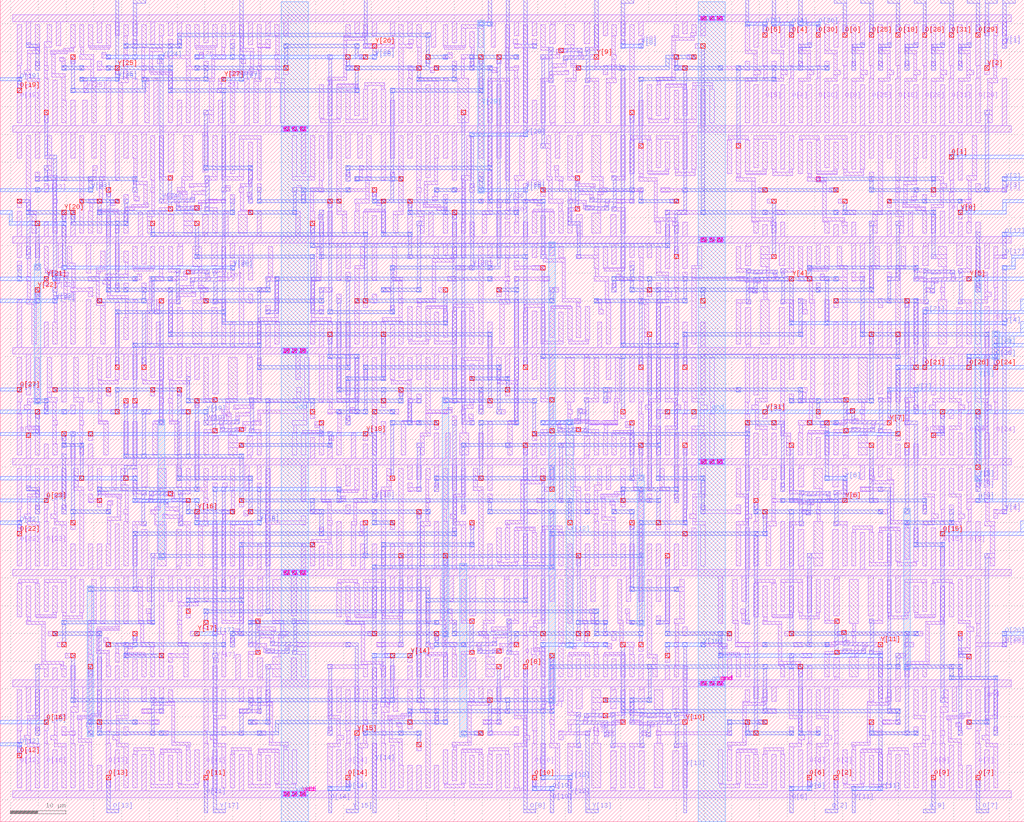
<source format=lef>
VERSION 5.7 ;
  NOWIREEXTENSIONATPIN ON ;
  DIVIDERCHAR "/" ;
  BUSBITCHARS "[]" ;
MACRO sigmoid_approx
  CLASS BLOCK ;
  FOREIGN sigmoid_approx ;
  ORIGIN 1.900 4.000 ;
  SIZE 184.600 BY 148.300 ;
  PIN vdd
    USE POWER ;
    PORT
      LAYER metal1 ;
        RECT 2.800 121.600 3.600 129.000 ;
        RECT 7.600 121.600 8.400 129.800 ;
        RECT 10.800 121.600 11.600 126.200 ;
        RECT 13.000 121.600 13.800 126.200 ;
        RECT 17.200 121.600 18.000 130.200 ;
        RECT 22.000 121.600 22.800 130.200 ;
        RECT 25.800 121.600 26.600 130.200 ;
        RECT 30.000 121.600 30.800 126.200 ;
        RECT 33.200 121.600 34.000 130.200 ;
        RECT 37.400 121.600 38.200 126.200 ;
        RECT 42.200 121.600 43.000 130.200 ;
        RECT 46.000 121.600 46.800 130.200 ;
        RECT 65.200 121.600 66.000 128.200 ;
        RECT 68.400 121.600 69.200 126.200 ;
        RECT 74.800 121.600 75.600 129.000 ;
        RECT 78.000 121.600 78.800 130.200 ;
        RECT 84.400 121.600 85.200 130.200 ;
        RECT 87.600 121.600 88.400 129.000 ;
        RECT 94.000 121.600 94.800 126.200 ;
        RECT 97.200 122.200 98.200 128.800 ;
        RECT 97.400 121.600 98.200 122.200 ;
        RECT 103.400 121.600 104.400 128.800 ;
        RECT 110.000 121.600 110.800 130.200 ;
        RECT 113.200 121.600 114.000 126.200 ;
        RECT 124.400 121.600 125.200 128.200 ;
        RECT 134.000 121.600 134.800 129.000 ;
        RECT 138.800 121.600 139.600 129.000 ;
        RECT 143.600 121.600 144.400 129.000 ;
        RECT 148.400 121.600 149.200 129.000 ;
        RECT 153.200 121.600 154.000 129.000 ;
        RECT 158.000 121.600 158.800 129.000 ;
        RECT 162.800 121.600 163.600 129.000 ;
        RECT 167.600 121.600 168.400 129.000 ;
        RECT 172.400 121.600 173.200 129.000 ;
        RECT 178.800 121.600 179.600 130.200 ;
        RECT 0.400 120.400 180.400 121.600 ;
        RECT 1.200 115.800 2.000 120.400 ;
        RECT 4.400 115.800 5.200 120.400 ;
        RECT 9.200 111.800 10.000 120.400 ;
        RECT 10.800 115.800 11.600 120.400 ;
        RECT 14.600 115.800 15.400 120.400 ;
        RECT 18.800 111.800 19.600 120.400 ;
        RECT 20.400 115.800 21.200 120.400 ;
        RECT 23.600 112.200 24.400 120.400 ;
        RECT 28.400 113.200 29.400 120.400 ;
        RECT 34.600 119.800 35.400 120.400 ;
        RECT 34.600 113.200 35.600 119.800 ;
        RECT 39.600 113.000 40.400 120.400 ;
        RECT 52.400 113.000 53.200 120.400 ;
        RECT 57.200 115.800 58.000 120.400 ;
        RECT 60.400 115.800 61.200 120.400 ;
        RECT 62.600 115.800 63.400 120.400 ;
        RECT 66.800 111.800 67.600 120.400 ;
        RECT 68.400 115.800 69.200 120.400 ;
        RECT 71.600 115.800 72.400 120.400 ;
        RECT 74.800 112.200 75.600 120.400 ;
        RECT 78.000 115.800 78.800 120.400 ;
        RECT 79.600 111.800 80.400 120.400 ;
        RECT 84.400 115.800 85.200 120.400 ;
        RECT 87.600 115.800 88.400 120.400 ;
        RECT 89.200 111.800 90.000 120.400 ;
        RECT 94.000 111.800 94.800 120.400 ;
        RECT 98.200 115.800 99.000 120.400 ;
        RECT 102.200 119.800 103.000 120.400 ;
        RECT 102.000 113.200 103.000 119.800 ;
        RECT 108.200 113.200 109.200 120.400 ;
        RECT 121.200 113.800 122.000 120.400 ;
        RECT 138.800 113.800 139.600 120.400 ;
        RECT 151.600 113.800 152.400 120.400 ;
        RECT 154.800 115.800 155.600 120.400 ;
        RECT 158.000 115.800 158.800 120.400 ;
        RECT 161.200 112.200 162.000 120.400 ;
        RECT 164.400 115.800 165.200 120.400 ;
        RECT 167.600 113.000 168.400 120.400 ;
        RECT 170.800 111.800 171.600 120.400 ;
        RECT 1.200 81.600 2.000 90.200 ;
        RECT 6.000 81.600 6.800 86.200 ;
        RECT 9.200 81.600 10.000 89.800 ;
        RECT 13.600 81.600 14.400 90.200 ;
        RECT 18.800 81.600 19.600 89.800 ;
        RECT 22.000 81.600 22.800 90.200 ;
        RECT 26.200 81.600 27.000 86.200 ;
        RECT 30.000 82.200 31.000 88.800 ;
        RECT 30.200 81.600 31.000 82.200 ;
        RECT 36.200 81.600 37.200 88.800 ;
        RECT 39.600 81.600 40.400 86.200 ;
        RECT 42.800 81.600 43.600 86.200 ;
        RECT 46.000 81.600 46.800 85.800 ;
        RECT 55.600 81.600 56.400 85.800 ;
        RECT 58.800 81.600 59.600 86.200 ;
        RECT 60.400 81.600 61.200 86.200 ;
        RECT 63.600 81.600 64.400 86.200 ;
        RECT 65.200 81.600 66.000 86.200 ;
        RECT 68.400 81.600 69.200 85.800 ;
        RECT 81.200 81.600 82.000 88.200 ;
        RECT 86.000 81.600 86.800 86.200 ;
        RECT 90.800 81.600 91.600 90.200 ;
        RECT 94.000 81.600 94.800 88.200 ;
        RECT 105.800 81.600 106.600 86.200 ;
        RECT 110.000 81.600 110.800 90.200 ;
        RECT 111.600 81.600 112.400 90.200 ;
        RECT 118.000 81.600 118.800 89.000 ;
        RECT 121.200 81.600 122.000 86.200 ;
        RECT 124.400 81.600 125.200 86.200 ;
        RECT 132.400 82.200 133.400 88.800 ;
        RECT 132.600 81.600 133.400 82.200 ;
        RECT 138.600 81.600 139.600 88.800 ;
        RECT 142.600 81.600 143.400 86.200 ;
        RECT 146.800 81.600 147.600 90.200 ;
        RECT 148.400 81.600 149.200 86.200 ;
        RECT 151.600 81.600 152.400 86.200 ;
        RECT 153.200 81.600 154.000 86.200 ;
        RECT 156.400 81.600 157.200 86.200 ;
        RECT 158.000 81.600 158.800 86.200 ;
        RECT 161.200 81.600 162.000 86.200 ;
        RECT 164.400 82.200 165.400 88.800 ;
        RECT 164.600 81.600 165.400 82.200 ;
        RECT 170.600 81.600 171.600 88.800 ;
        RECT 175.600 81.600 176.400 89.000 ;
        RECT 0.400 80.400 180.400 81.600 ;
        RECT 2.800 73.000 3.600 80.400 ;
        RECT 9.200 71.800 10.000 80.400 ;
        RECT 14.000 71.800 14.800 80.400 ;
        RECT 17.200 76.200 18.000 80.400 ;
        RECT 20.400 75.800 21.200 80.400 ;
        RECT 22.000 75.800 22.800 80.400 ;
        RECT 25.200 76.200 26.000 80.400 ;
        RECT 30.000 76.200 30.800 80.400 ;
        RECT 33.200 75.800 34.000 80.400 ;
        RECT 36.400 73.200 37.400 80.400 ;
        RECT 42.600 79.800 43.400 80.400 ;
        RECT 42.600 73.200 43.600 79.800 ;
        RECT 51.400 75.800 52.200 80.400 ;
        RECT 55.600 71.800 56.400 80.400 ;
        RECT 60.400 73.000 61.200 80.400 ;
        RECT 63.600 75.800 64.400 80.400 ;
        RECT 66.800 75.800 67.600 80.400 ;
        RECT 70.000 76.200 70.800 80.400 ;
        RECT 73.200 75.800 74.000 80.400 ;
        RECT 76.400 75.800 77.200 80.400 ;
        RECT 79.600 73.000 80.400 80.400 ;
        RECT 86.000 75.800 86.800 80.400 ;
        RECT 89.200 76.200 90.000 80.400 ;
        RECT 94.000 75.800 94.800 80.400 ;
        RECT 97.200 73.200 98.200 80.400 ;
        RECT 103.400 79.800 104.200 80.400 ;
        RECT 103.400 73.200 104.400 79.800 ;
        RECT 107.400 75.800 108.200 80.400 ;
        RECT 111.600 71.800 112.400 80.400 ;
        RECT 114.800 73.000 115.600 80.400 ;
        RECT 119.600 73.000 120.400 80.400 ;
        RECT 124.400 73.000 125.200 80.400 ;
        RECT 134.000 73.000 134.800 80.400 ;
        RECT 137.200 75.800 138.000 80.400 ;
        RECT 140.400 75.800 141.200 80.400 ;
        RECT 142.600 75.800 143.400 80.400 ;
        RECT 146.800 71.800 147.600 80.400 ;
        RECT 150.200 79.800 151.000 80.400 ;
        RECT 150.000 73.200 151.000 79.800 ;
        RECT 156.200 73.200 157.200 80.400 ;
        RECT 159.600 71.800 160.400 80.400 ;
        RECT 166.000 73.000 166.800 80.400 ;
        RECT 170.800 73.000 171.600 80.400 ;
        RECT 175.600 73.000 176.400 80.400 ;
        RECT 2.800 41.600 3.600 49.000 ;
        RECT 7.600 41.600 8.400 49.000 ;
        RECT 10.800 41.600 11.600 46.200 ;
        RECT 14.000 41.600 14.800 46.200 ;
        RECT 15.600 41.600 16.400 46.200 ;
        RECT 18.800 41.600 19.600 49.800 ;
        RECT 23.600 41.600 24.600 48.800 ;
        RECT 29.800 42.200 30.800 48.800 ;
        RECT 29.800 41.600 30.600 42.200 ;
        RECT 36.400 41.600 37.200 50.200 ;
        RECT 41.200 41.600 42.000 49.000 ;
        RECT 44.400 41.600 45.200 46.200 ;
        RECT 52.400 41.600 53.200 46.200 ;
        RECT 55.600 41.600 56.400 45.800 ;
        RECT 58.800 41.600 59.600 50.200 ;
        RECT 63.000 41.600 63.800 46.200 ;
        RECT 65.200 41.600 66.000 46.200 ;
        RECT 68.400 41.600 69.200 46.200 ;
        RECT 71.600 41.600 72.400 46.200 ;
        RECT 76.400 41.600 77.200 50.200 ;
        RECT 79.600 41.600 80.400 49.000 ;
        RECT 82.800 41.600 83.600 46.200 ;
        RECT 86.000 41.600 86.800 46.200 ;
        RECT 97.200 41.600 98.000 48.200 ;
        RECT 100.400 41.600 101.200 46.200 ;
        RECT 103.600 41.600 104.400 46.200 ;
        RECT 106.800 41.600 107.600 49.800 ;
        RECT 110.000 41.600 110.800 46.200 ;
        RECT 111.600 41.600 112.400 46.200 ;
        RECT 114.800 41.600 115.600 46.200 ;
        RECT 116.400 41.600 117.200 46.200 ;
        RECT 119.600 41.600 120.400 46.200 ;
        RECT 122.800 41.600 123.600 49.000 ;
        RECT 132.400 41.600 133.200 49.000 ;
        RECT 138.800 41.600 139.600 50.200 ;
        RECT 142.000 42.200 143.000 48.800 ;
        RECT 142.200 41.600 143.000 42.200 ;
        RECT 148.200 41.600 149.200 48.800 ;
        RECT 153.200 41.600 154.000 48.200 ;
        RECT 166.000 41.600 166.800 49.000 ;
        RECT 170.800 41.600 171.600 49.000 ;
        RECT 174.000 41.600 174.800 50.200 ;
        RECT 0.400 40.400 180.400 41.600 ;
        RECT 10.800 33.800 11.600 40.400 ;
        RECT 16.200 31.800 17.000 40.400 ;
        RECT 20.400 31.800 21.200 40.400 ;
        RECT 24.600 35.800 25.400 40.400 ;
        RECT 28.400 35.800 29.200 40.400 ;
        RECT 31.600 36.200 32.400 40.400 ;
        RECT 34.800 35.800 35.600 40.400 ;
        RECT 39.600 33.000 40.400 40.400 ;
        RECT 44.600 39.800 45.400 40.400 ;
        RECT 44.400 33.200 45.400 39.800 ;
        RECT 50.600 33.200 51.600 40.400 ;
        RECT 68.400 33.800 69.200 40.400 ;
        RECT 71.600 35.800 72.400 40.400 ;
        RECT 74.800 31.800 75.600 40.400 ;
        RECT 79.000 35.800 79.800 40.400 ;
        RECT 82.800 33.200 83.800 40.400 ;
        RECT 89.000 39.800 89.800 40.400 ;
        RECT 89.000 33.200 90.000 39.800 ;
        RECT 94.000 33.000 94.800 40.400 ;
        RECT 97.200 35.800 98.000 40.400 ;
        RECT 100.400 31.800 101.200 40.400 ;
        RECT 104.600 35.800 105.400 40.400 ;
        RECT 106.800 31.800 107.600 40.400 ;
        RECT 111.000 35.800 111.800 40.400 ;
        RECT 113.200 35.800 114.000 40.400 ;
        RECT 116.400 35.800 117.200 40.400 ;
        RECT 118.000 31.800 118.800 40.400 ;
        RECT 127.600 31.800 128.400 40.400 ;
        RECT 131.800 35.800 132.600 40.400 ;
        RECT 143.600 33.800 144.400 40.400 ;
        RECT 148.600 39.800 149.400 40.400 ;
        RECT 148.400 33.200 149.400 39.800 ;
        RECT 154.600 33.200 155.600 40.400 ;
        RECT 159.600 33.800 160.400 40.400 ;
        RECT 172.400 33.000 173.200 40.400 ;
        RECT 2.800 1.600 3.600 9.000 ;
        RECT 7.600 1.600 8.400 9.000 ;
        RECT 12.400 1.600 13.200 9.800 ;
        RECT 15.600 1.600 16.400 6.200 ;
        RECT 18.800 1.600 19.600 9.000 ;
        RECT 23.600 1.600 24.400 8.200 ;
        RECT 36.400 1.600 37.200 9.000 ;
        RECT 41.200 1.600 42.000 8.200 ;
        RECT 58.800 1.600 59.600 9.000 ;
        RECT 65.200 1.600 66.000 10.200 ;
        RECT 68.400 1.600 69.200 9.800 ;
        RECT 71.600 1.600 72.400 6.200 ;
        RECT 73.200 1.600 74.000 6.200 ;
        RECT 76.400 1.600 77.200 6.200 ;
        RECT 87.600 1.600 88.400 8.200 ;
        RECT 92.400 1.600 93.200 9.000 ;
        RECT 95.600 1.600 96.400 10.200 ;
        RECT 102.000 1.600 103.000 8.800 ;
        RECT 108.200 2.200 109.200 8.800 ;
        RECT 113.200 2.200 114.200 8.800 ;
        RECT 108.200 1.600 109.000 2.200 ;
        RECT 113.400 1.600 114.200 2.200 ;
        RECT 119.400 1.600 120.400 8.800 ;
        RECT 137.200 1.600 138.000 8.200 ;
        RECT 142.000 1.600 142.800 9.000 ;
        RECT 146.800 1.600 147.600 9.000 ;
        RECT 159.600 1.600 160.400 8.200 ;
        RECT 164.400 1.600 165.200 9.000 ;
        RECT 169.200 1.600 170.000 9.800 ;
        RECT 172.400 1.600 173.200 6.200 ;
        RECT 175.600 1.600 176.400 9.000 ;
        RECT 0.400 0.400 180.400 1.600 ;
      LAYER via1 ;
        RECT 49.400 120.600 50.200 121.400 ;
        RECT 50.800 120.600 51.600 121.400 ;
        RECT 52.200 120.600 53.000 121.400 ;
        RECT 49.400 80.600 50.200 81.400 ;
        RECT 50.800 80.600 51.600 81.400 ;
        RECT 52.200 80.600 53.000 81.400 ;
        RECT 49.400 40.600 50.200 41.400 ;
        RECT 50.800 40.600 51.600 41.400 ;
        RECT 52.200 40.600 53.000 41.400 ;
        RECT 49.400 0.600 50.200 1.400 ;
        RECT 50.800 0.600 51.600 1.400 ;
        RECT 52.200 0.600 53.000 1.400 ;
      LAYER metal2 ;
        RECT 48.800 120.600 53.600 121.400 ;
        RECT 48.800 80.600 53.600 81.400 ;
        RECT 48.800 40.600 53.600 41.400 ;
        RECT 48.800 0.600 53.600 1.400 ;
      LAYER via2 ;
        RECT 49.400 120.600 50.200 121.400 ;
        RECT 50.800 120.600 51.600 121.400 ;
        RECT 52.200 120.600 53.000 121.400 ;
        RECT 49.400 80.600 50.200 81.400 ;
        RECT 50.800 80.600 51.600 81.400 ;
        RECT 52.200 80.600 53.000 81.400 ;
        RECT 49.400 40.600 50.200 41.400 ;
        RECT 50.800 40.600 51.600 41.400 ;
        RECT 52.200 40.600 53.000 41.400 ;
        RECT 49.400 0.600 50.200 1.400 ;
        RECT 50.800 0.600 51.600 1.400 ;
        RECT 52.200 0.600 53.000 1.400 ;
      LAYER metal3 ;
        RECT 48.800 120.400 53.600 121.600 ;
        RECT 48.800 80.400 53.600 81.600 ;
        RECT 48.800 40.400 53.600 41.600 ;
        RECT 48.800 0.400 53.600 1.600 ;
      LAYER via3 ;
        RECT 49.200 120.600 50.000 121.400 ;
        RECT 50.800 120.600 51.600 121.400 ;
        RECT 52.400 120.600 53.200 121.400 ;
        RECT 49.200 80.600 50.000 81.400 ;
        RECT 50.800 80.600 51.600 81.400 ;
        RECT 52.400 80.600 53.200 81.400 ;
        RECT 49.200 40.600 50.000 41.400 ;
        RECT 50.800 40.600 51.600 41.400 ;
        RECT 52.400 40.600 53.200 41.400 ;
        RECT 49.200 0.600 50.000 1.400 ;
        RECT 50.800 0.600 51.600 1.400 ;
        RECT 52.400 0.600 53.200 1.400 ;
      LAYER metal4 ;
        RECT 48.800 -4.000 53.600 144.000 ;
    END
  END vdd
  PIN gnd
    USE GROUND ;
    PORT
      LAYER metal1 ;
        RECT 0.400 140.400 180.400 141.600 ;
        RECT 2.800 135.800 3.600 140.400 ;
        RECT 8.200 136.000 9.000 140.400 ;
        RECT 15.600 136.600 16.400 140.400 ;
        RECT 18.800 137.800 19.600 140.400 ;
        RECT 22.000 137.800 22.800 140.400 ;
        RECT 25.200 136.200 26.000 140.400 ;
        RECT 28.400 137.800 29.200 140.400 ;
        RECT 30.000 137.800 30.800 140.400 ;
        RECT 34.800 136.600 35.600 140.400 ;
        RECT 39.600 137.800 40.400 140.400 ;
        RECT 42.800 136.200 43.600 140.400 ;
        RECT 46.000 137.800 46.800 140.400 ;
        RECT 49.200 137.800 50.000 140.400 ;
        RECT 62.000 138.200 62.800 140.400 ;
        RECT 65.200 137.800 66.000 140.400 ;
        RECT 68.400 137.800 69.200 140.400 ;
        RECT 71.600 137.800 72.400 140.400 ;
        RECT 75.800 135.800 76.600 140.400 ;
        RECT 79.600 136.600 80.400 140.400 ;
        RECT 86.600 135.800 87.400 140.400 ;
        RECT 90.800 137.800 91.600 140.400 ;
        RECT 94.000 137.800 94.800 140.400 ;
        RECT 97.400 139.800 98.200 140.400 ;
        RECT 97.200 136.400 98.200 139.800 ;
        RECT 103.400 136.400 104.400 140.400 ;
        RECT 106.800 137.800 107.600 140.400 ;
        RECT 110.000 137.800 110.800 140.400 ;
        RECT 113.200 137.800 114.000 140.400 ;
        RECT 121.200 138.200 122.000 140.400 ;
        RECT 124.400 137.800 125.200 140.400 ;
        RECT 134.000 135.800 134.800 140.400 ;
        RECT 138.800 135.800 139.600 140.400 ;
        RECT 143.600 135.800 144.400 140.400 ;
        RECT 148.400 135.800 149.200 140.400 ;
        RECT 153.200 135.800 154.000 140.400 ;
        RECT 158.000 135.800 158.800 140.400 ;
        RECT 162.800 135.800 163.600 140.400 ;
        RECT 167.600 135.800 168.400 140.400 ;
        RECT 172.400 135.800 173.200 140.400 ;
        RECT 175.600 137.800 176.400 140.400 ;
        RECT 178.800 137.800 179.600 140.400 ;
        RECT 4.400 131.600 5.200 133.200 ;
        RECT 142.000 131.600 142.800 133.200 ;
        RECT 151.600 131.600 152.400 133.200 ;
        RECT 156.400 131.600 157.200 133.200 ;
        RECT 161.200 131.600 162.000 133.200 ;
        RECT 166.000 131.600 166.800 133.200 ;
        RECT 170.800 131.600 171.600 133.200 ;
        RECT 1.200 101.600 2.000 106.200 ;
        RECT 6.000 101.600 6.800 104.200 ;
        RECT 9.200 101.600 10.000 104.200 ;
        RECT 10.800 101.600 11.600 104.200 ;
        RECT 17.200 101.600 18.000 105.400 ;
        RECT 23.000 101.600 23.800 106.000 ;
        RECT 28.400 101.600 29.400 105.600 ;
        RECT 34.600 102.200 35.600 105.600 ;
        RECT 34.600 101.600 35.400 102.200 ;
        RECT 38.400 101.600 39.200 106.200 ;
        RECT 44.400 101.600 45.200 106.200 ;
        RECT 51.400 101.600 52.200 106.200 ;
        RECT 55.600 101.600 56.400 104.200 ;
        RECT 57.200 101.600 58.000 106.200 ;
        RECT 65.200 101.600 66.000 105.400 ;
        RECT 71.600 101.600 72.400 106.200 ;
        RECT 75.400 101.600 76.200 106.000 ;
        RECT 79.600 101.600 80.400 104.200 ;
        RECT 82.800 101.600 83.600 104.200 ;
        RECT 87.600 101.600 88.400 106.200 ;
        RECT 89.200 101.600 90.000 104.200 ;
        RECT 92.400 101.600 93.200 104.200 ;
        RECT 95.600 101.600 96.400 105.400 ;
        RECT 102.000 102.200 103.000 105.600 ;
        RECT 102.200 101.600 103.000 102.200 ;
        RECT 108.200 101.600 109.200 105.600 ;
        RECT 118.000 101.600 118.800 103.800 ;
        RECT 121.200 101.600 122.000 104.200 ;
        RECT 135.600 101.600 136.400 103.800 ;
        RECT 138.800 101.600 139.600 104.200 ;
        RECT 148.400 101.600 149.200 103.800 ;
        RECT 151.600 101.600 152.400 104.200 ;
        RECT 158.000 101.600 158.800 106.200 ;
        RECT 161.800 101.600 162.600 106.000 ;
        RECT 167.600 101.600 168.400 106.200 ;
        RECT 170.800 101.600 171.600 104.200 ;
        RECT 174.000 101.600 174.800 104.200 ;
        RECT 0.400 100.400 180.400 101.600 ;
        RECT 1.200 97.800 2.000 100.400 ;
        RECT 4.400 97.800 5.200 100.400 ;
        RECT 8.600 96.000 9.400 100.400 ;
        RECT 13.600 95.000 14.400 100.400 ;
        RECT 18.800 95.400 19.600 100.400 ;
        RECT 23.600 96.600 24.400 100.400 ;
        RECT 30.200 99.800 31.000 100.400 ;
        RECT 30.000 96.400 31.000 99.800 ;
        RECT 36.200 96.400 37.200 100.400 ;
        RECT 39.600 97.800 40.400 100.400 ;
        RECT 42.800 93.800 43.600 100.400 ;
        RECT 58.800 93.800 59.600 100.400 ;
        RECT 60.400 95.800 61.200 100.400 ;
        RECT 65.200 93.800 66.000 100.400 ;
        RECT 78.000 98.200 78.800 100.400 ;
        RECT 81.200 97.800 82.000 100.400 ;
        RECT 86.000 97.800 86.800 100.400 ;
        RECT 87.600 97.800 88.400 100.400 ;
        RECT 90.800 97.800 91.600 100.400 ;
        RECT 94.000 97.800 94.800 100.400 ;
        RECT 97.200 98.200 98.000 100.400 ;
        RECT 108.400 96.600 109.200 100.400 ;
        RECT 111.600 97.800 112.400 100.400 ;
        RECT 114.800 97.800 115.600 100.400 ;
        RECT 118.000 95.800 118.800 100.400 ;
        RECT 121.200 95.800 122.000 100.400 ;
        RECT 132.600 99.800 133.400 100.400 ;
        RECT 132.400 96.400 133.400 99.800 ;
        RECT 138.600 96.400 139.600 100.400 ;
        RECT 145.200 96.600 146.000 100.400 ;
        RECT 151.600 95.800 152.400 100.400 ;
        RECT 153.200 95.800 154.000 100.400 ;
        RECT 158.000 95.800 158.800 100.400 ;
        RECT 164.600 99.800 165.400 100.400 ;
        RECT 164.400 96.400 165.400 99.800 ;
        RECT 170.600 96.400 171.600 100.400 ;
        RECT 175.600 95.800 176.400 100.400 ;
        RECT 174.000 91.600 174.800 93.200 ;
        RECT 4.400 68.800 5.200 70.400 ;
        RECT 167.600 70.300 168.400 70.400 ;
        RECT 169.200 70.300 170.000 70.400 ;
        RECT 167.600 69.700 170.000 70.300 ;
        RECT 167.600 68.800 168.400 69.700 ;
        RECT 169.200 68.800 170.000 69.700 ;
        RECT 174.000 68.800 174.800 70.400 ;
        RECT 2.800 61.600 3.600 66.200 ;
        RECT 6.000 61.600 6.800 64.200 ;
        RECT 9.200 61.600 10.000 64.200 ;
        RECT 10.800 61.600 11.600 64.200 ;
        RECT 14.000 61.600 14.800 64.200 ;
        RECT 20.400 61.600 21.200 68.200 ;
        RECT 22.000 61.600 22.800 68.200 ;
        RECT 33.200 61.600 34.000 68.200 ;
        RECT 36.400 61.600 37.400 65.600 ;
        RECT 42.600 62.200 43.600 65.600 ;
        RECT 42.600 61.600 43.400 62.200 ;
        RECT 54.000 61.600 54.800 65.400 ;
        RECT 57.200 61.600 58.000 64.200 ;
        RECT 61.400 61.600 62.200 66.200 ;
        RECT 63.600 61.600 64.400 64.200 ;
        RECT 66.800 61.600 67.600 68.200 ;
        RECT 76.400 61.600 77.200 66.200 ;
        RECT 78.400 61.600 79.200 66.200 ;
        RECT 84.400 61.600 85.200 66.200 ;
        RECT 86.000 61.600 86.800 68.200 ;
        RECT 94.000 61.600 94.800 64.200 ;
        RECT 97.200 61.600 98.200 65.600 ;
        RECT 103.400 62.200 104.400 65.600 ;
        RECT 103.400 61.600 104.200 62.200 ;
        RECT 110.000 61.600 110.800 65.400 ;
        RECT 114.800 61.600 115.600 66.200 ;
        RECT 119.600 61.600 120.400 66.200 ;
        RECT 124.400 61.600 125.200 66.200 ;
        RECT 134.000 61.600 134.800 66.200 ;
        RECT 137.200 61.600 138.000 66.200 ;
        RECT 145.200 61.600 146.000 65.400 ;
        RECT 150.000 62.200 151.000 65.600 ;
        RECT 150.200 61.600 151.000 62.200 ;
        RECT 156.200 61.600 157.200 65.600 ;
        RECT 159.600 61.600 160.400 64.200 ;
        RECT 162.800 61.600 163.600 64.200 ;
        RECT 166.000 61.600 166.800 66.200 ;
        RECT 170.800 61.600 171.600 66.200 ;
        RECT 175.600 61.600 176.400 66.200 ;
        RECT 0.400 60.400 180.400 61.600 ;
        RECT 2.800 55.800 3.600 60.400 ;
        RECT 7.600 55.800 8.400 60.400 ;
        RECT 14.000 55.800 14.800 60.400 ;
        RECT 18.200 56.000 19.000 60.400 ;
        RECT 23.600 56.400 24.600 60.400 ;
        RECT 29.800 59.800 30.600 60.400 ;
        RECT 29.800 56.400 30.800 59.800 ;
        RECT 33.200 57.800 34.000 60.400 ;
        RECT 36.400 57.800 37.200 60.400 ;
        RECT 38.000 57.800 38.800 60.400 ;
        RECT 42.200 55.800 43.000 60.400 ;
        RECT 44.400 57.800 45.200 60.400 ;
        RECT 52.400 53.800 53.200 60.400 ;
        RECT 60.400 56.600 61.200 60.400 ;
        RECT 65.200 55.800 66.000 60.400 ;
        RECT 71.600 57.800 72.400 60.400 ;
        RECT 73.200 57.800 74.000 60.400 ;
        RECT 76.400 57.800 77.200 60.400 ;
        RECT 79.600 55.800 80.400 60.400 ;
        RECT 86.000 55.800 86.800 60.400 ;
        RECT 94.000 58.200 94.800 60.400 ;
        RECT 97.200 57.800 98.000 60.400 ;
        RECT 103.600 55.800 104.400 60.400 ;
        RECT 107.400 56.000 108.200 60.400 ;
        RECT 114.800 55.800 115.600 60.400 ;
        RECT 119.600 55.800 120.400 60.400 ;
        RECT 122.800 55.800 123.600 60.400 ;
        RECT 132.400 55.800 133.200 60.400 ;
        RECT 135.600 57.800 136.400 60.400 ;
        RECT 138.800 57.800 139.600 60.400 ;
        RECT 142.200 59.800 143.000 60.400 ;
        RECT 142.000 56.400 143.000 59.800 ;
        RECT 148.200 56.400 149.200 60.400 ;
        RECT 153.200 57.800 154.000 60.400 ;
        RECT 156.400 58.200 157.200 60.400 ;
        RECT 166.000 55.800 166.800 60.400 ;
        RECT 170.800 55.800 171.600 60.400 ;
        RECT 174.000 57.800 174.800 60.400 ;
        RECT 177.200 57.800 178.000 60.400 ;
        RECT 4.400 51.600 5.200 53.200 ;
        RECT 9.200 51.600 10.000 53.200 ;
        RECT 170.800 28.800 171.600 30.400 ;
        RECT 7.600 21.600 8.400 23.800 ;
        RECT 10.800 21.600 11.600 24.200 ;
        RECT 15.600 21.600 16.400 25.800 ;
        RECT 18.800 21.600 19.600 24.200 ;
        RECT 22.000 21.600 22.800 25.400 ;
        RECT 28.400 21.600 29.200 24.200 ;
        RECT 34.800 21.600 35.600 28.200 ;
        RECT 36.400 21.600 37.200 24.200 ;
        RECT 40.600 21.600 41.400 26.200 ;
        RECT 44.400 22.200 45.400 25.600 ;
        RECT 44.600 21.600 45.400 22.200 ;
        RECT 50.600 21.600 51.600 25.600 ;
        RECT 65.200 21.600 66.000 23.800 ;
        RECT 68.400 21.600 69.200 24.200 ;
        RECT 71.600 21.600 72.400 24.200 ;
        RECT 76.400 21.600 77.200 25.400 ;
        RECT 82.800 21.600 83.800 25.600 ;
        RECT 89.000 22.200 90.000 25.600 ;
        RECT 89.000 21.600 89.800 22.200 ;
        RECT 94.000 21.600 94.800 26.200 ;
        RECT 97.200 21.600 98.000 24.200 ;
        RECT 102.000 21.600 102.800 25.400 ;
        RECT 108.400 21.600 109.200 25.400 ;
        RECT 113.200 21.600 114.000 26.200 ;
        RECT 118.000 21.600 118.800 24.200 ;
        RECT 121.200 21.600 122.000 24.200 ;
        RECT 129.200 21.600 130.000 25.400 ;
        RECT 140.400 21.600 141.200 23.800 ;
        RECT 143.600 21.600 144.400 24.200 ;
        RECT 148.400 22.200 149.400 25.600 ;
        RECT 148.600 21.600 149.400 22.200 ;
        RECT 154.600 21.600 155.600 25.600 ;
        RECT 159.600 21.600 160.400 24.200 ;
        RECT 162.800 21.600 163.600 23.800 ;
        RECT 172.400 21.600 173.200 26.200 ;
        RECT 0.400 20.400 180.400 21.600 ;
        RECT 2.800 15.800 3.600 20.400 ;
        RECT 7.600 15.800 8.400 20.400 ;
        RECT 13.000 16.000 13.800 20.400 ;
        RECT 18.800 15.800 19.600 20.400 ;
        RECT 23.600 17.800 24.400 20.400 ;
        RECT 26.800 18.200 27.600 20.400 ;
        RECT 36.400 15.800 37.200 20.400 ;
        RECT 41.200 17.800 42.000 20.400 ;
        RECT 44.400 18.200 45.200 20.400 ;
        RECT 58.800 15.800 59.600 20.400 ;
        RECT 62.000 17.800 62.800 20.400 ;
        RECT 65.200 17.800 66.000 20.400 ;
        RECT 69.000 16.000 69.800 20.400 ;
        RECT 76.400 15.800 77.200 20.400 ;
        RECT 84.400 18.200 85.200 20.400 ;
        RECT 87.600 17.800 88.400 20.400 ;
        RECT 92.400 15.800 93.200 20.400 ;
        RECT 95.600 17.800 96.400 20.400 ;
        RECT 98.800 17.800 99.600 20.400 ;
        RECT 102.000 16.400 103.000 20.400 ;
        RECT 108.200 19.800 109.000 20.400 ;
        RECT 113.400 19.800 114.200 20.400 ;
        RECT 108.200 16.400 109.200 19.800 ;
        RECT 113.200 16.400 114.200 19.800 ;
        RECT 119.400 16.400 120.400 20.400 ;
        RECT 134.000 18.200 134.800 20.400 ;
        RECT 137.200 17.800 138.000 20.400 ;
        RECT 142.000 15.800 142.800 20.400 ;
        RECT 146.800 15.800 147.600 20.400 ;
        RECT 156.400 18.200 157.200 20.400 ;
        RECT 159.600 17.800 160.400 20.400 ;
        RECT 164.400 15.800 165.200 20.400 ;
        RECT 169.800 16.000 170.600 20.400 ;
        RECT 175.600 15.800 176.400 20.400 ;
      LAYER via1 ;
        RECT 124.600 140.600 125.400 141.400 ;
        RECT 126.000 140.600 126.800 141.400 ;
        RECT 127.400 140.600 128.200 141.400 ;
        RECT 124.600 100.600 125.400 101.400 ;
        RECT 126.000 100.600 126.800 101.400 ;
        RECT 127.400 100.600 128.200 101.400 ;
        RECT 4.400 69.600 5.200 70.400 ;
        RECT 167.600 69.600 168.400 70.400 ;
        RECT 174.000 69.600 174.800 70.400 ;
        RECT 2.800 65.400 3.600 66.200 ;
        RECT 166.000 65.400 166.800 66.200 ;
        RECT 124.600 60.600 125.400 61.400 ;
        RECT 126.000 60.600 126.800 61.400 ;
        RECT 127.400 60.600 128.200 61.400 ;
        RECT 174.000 59.600 174.800 60.400 ;
        RECT 170.800 29.600 171.600 30.400 ;
        RECT 172.400 25.400 173.200 26.200 ;
        RECT 124.600 20.600 125.400 21.400 ;
        RECT 126.000 20.600 126.800 21.400 ;
        RECT 127.400 20.600 128.200 21.400 ;
      LAYER metal2 ;
        RECT 124.000 140.600 128.800 141.400 ;
        RECT 2.800 136.300 3.600 136.600 ;
        RECT 143.600 136.300 144.400 136.600 ;
        RECT 153.200 136.300 154.000 136.600 ;
        RECT 158.000 136.300 158.800 136.600 ;
        RECT 162.800 136.300 163.600 136.600 ;
        RECT 167.600 136.300 168.400 136.600 ;
        RECT 172.400 136.300 173.200 136.600 ;
        RECT 2.800 135.800 5.100 136.300 ;
        RECT 2.900 135.700 5.100 135.800 ;
        RECT 4.500 132.400 5.100 135.700 ;
        RECT 142.100 135.800 144.400 136.300 ;
        RECT 151.700 135.800 154.000 136.300 ;
        RECT 156.500 135.800 158.800 136.300 ;
        RECT 161.300 135.800 163.600 136.300 ;
        RECT 166.100 135.800 168.400 136.300 ;
        RECT 170.900 135.800 173.200 136.300 ;
        RECT 142.100 135.700 144.300 135.800 ;
        RECT 151.700 135.700 153.900 135.800 ;
        RECT 156.500 135.700 158.700 135.800 ;
        RECT 161.300 135.700 163.500 135.800 ;
        RECT 166.100 135.700 168.300 135.800 ;
        RECT 170.900 135.700 173.100 135.800 ;
        RECT 142.100 132.400 142.700 135.700 ;
        RECT 151.700 132.400 152.300 135.700 ;
        RECT 156.500 132.400 157.100 135.700 ;
        RECT 161.300 132.400 161.900 135.700 ;
        RECT 166.100 132.400 166.700 135.700 ;
        RECT 170.900 132.400 171.500 135.700 ;
        RECT 4.400 131.600 5.200 132.400 ;
        RECT 142.000 131.600 142.800 132.400 ;
        RECT 151.600 131.600 152.400 132.400 ;
        RECT 156.400 131.600 157.200 132.400 ;
        RECT 161.200 131.600 162.000 132.400 ;
        RECT 166.000 131.600 166.800 132.400 ;
        RECT 170.800 131.600 171.600 132.400 ;
        RECT 174.000 101.600 174.800 102.400 ;
        RECT 124.000 100.600 128.800 101.400 ;
        RECT 174.100 92.400 174.700 101.600 ;
        RECT 174.000 91.600 174.800 92.400 ;
        RECT 4.400 69.600 5.200 70.400 ;
        RECT 167.600 69.600 168.400 70.400 ;
        RECT 174.000 69.600 174.800 70.400 ;
        RECT 4.500 66.300 5.100 69.600 ;
        RECT 167.700 66.300 168.300 69.600 ;
        RECT 2.900 66.200 5.100 66.300 ;
        RECT 166.100 66.200 168.300 66.300 ;
        RECT 2.800 65.700 5.100 66.200 ;
        RECT 166.000 65.700 168.300 66.200 ;
        RECT 2.800 65.400 3.600 65.700 ;
        RECT 166.000 65.400 166.800 65.700 ;
        RECT 9.200 61.600 10.000 62.400 ;
        RECT 2.800 56.300 3.600 56.600 ;
        RECT 2.800 55.800 5.100 56.300 ;
        RECT 2.900 55.700 5.100 55.800 ;
        RECT 4.500 52.400 5.100 55.700 ;
        RECT 9.300 52.400 9.900 61.600 ;
        RECT 124.000 60.600 128.800 61.400 ;
        RECT 174.100 60.400 174.700 69.600 ;
        RECT 174.000 59.600 174.800 60.400 ;
        RECT 4.400 51.600 5.200 52.400 ;
        RECT 9.200 51.600 10.000 52.400 ;
        RECT 170.800 29.600 171.600 30.400 ;
        RECT 170.900 26.300 171.500 29.600 ;
        RECT 170.900 26.200 173.100 26.300 ;
        RECT 170.900 25.700 173.200 26.200 ;
        RECT 172.400 25.400 173.200 25.700 ;
        RECT 124.000 20.600 128.800 21.400 ;
      LAYER via2 ;
        RECT 124.600 140.600 125.400 141.400 ;
        RECT 126.000 140.600 126.800 141.400 ;
        RECT 127.400 140.600 128.200 141.400 ;
        RECT 124.600 100.600 125.400 101.400 ;
        RECT 126.000 100.600 126.800 101.400 ;
        RECT 127.400 100.600 128.200 101.400 ;
        RECT 124.600 60.600 125.400 61.400 ;
        RECT 126.000 60.600 126.800 61.400 ;
        RECT 127.400 60.600 128.200 61.400 ;
        RECT 124.600 20.600 125.400 21.400 ;
        RECT 126.000 20.600 126.800 21.400 ;
        RECT 127.400 20.600 128.200 21.400 ;
      LAYER metal3 ;
        RECT 124.000 140.400 128.800 141.600 ;
        RECT 124.000 100.400 128.800 101.600 ;
        RECT 124.000 60.400 128.800 61.600 ;
        RECT 124.000 20.400 128.800 21.600 ;
      LAYER via3 ;
        RECT 124.400 140.600 125.200 141.400 ;
        RECT 126.000 140.600 126.800 141.400 ;
        RECT 127.600 140.600 128.400 141.400 ;
        RECT 124.400 100.600 125.200 101.400 ;
        RECT 126.000 100.600 126.800 101.400 ;
        RECT 127.600 100.600 128.400 101.400 ;
        RECT 124.400 60.600 125.200 61.400 ;
        RECT 126.000 60.600 126.800 61.400 ;
        RECT 127.600 60.600 128.400 61.400 ;
        RECT 124.400 20.600 125.200 21.400 ;
        RECT 126.000 20.600 126.800 21.400 ;
        RECT 127.600 20.600 128.400 21.400 ;
      LAYER metal4 ;
        RECT 124.000 -4.000 128.800 144.000 ;
    END
  END gnd
  PIN Y[0]
    PORT
      LAYER metal1 ;
        RECT 170.800 104.800 171.600 106.400 ;
      LAYER via1 ;
        RECT 170.800 105.600 171.600 106.400 ;
      LAYER metal2 ;
        RECT 170.800 105.600 171.600 106.400 ;
      LAYER metal3 ;
        RECT 178.900 107.700 182.700 108.300 ;
        RECT 170.800 106.300 171.600 106.400 ;
        RECT 178.900 106.300 179.500 107.700 ;
        RECT 170.800 105.700 179.500 106.300 ;
        RECT 170.800 105.600 171.600 105.700 ;
    END
  END Y[0]
  PIN Y[1]
    PORT
      LAYER metal1 ;
        RECT 178.800 135.600 179.600 137.200 ;
      LAYER metal2 ;
        RECT 178.900 143.700 181.100 144.300 ;
        RECT 178.900 136.400 179.500 143.700 ;
        RECT 178.800 135.600 179.600 136.400 ;
    END
  END Y[1]
  PIN Y[2]
    PORT
      LAYER metal1 ;
        RECT 175.600 130.800 176.400 132.400 ;
      LAYER via1 ;
        RECT 175.600 131.600 176.400 132.400 ;
      LAYER metal2 ;
        RECT 175.700 143.700 177.900 144.300 ;
        RECT 175.700 132.400 176.300 143.700 ;
        RECT 175.600 131.600 176.400 132.400 ;
    END
  END Y[2]
  PIN Y[3]
    PORT
      LAYER metal1 ;
        RECT 174.000 110.300 174.800 111.200 ;
        RECT 178.800 110.300 179.600 110.400 ;
        RECT 174.000 109.700 179.600 110.300 ;
        RECT 174.000 109.600 174.800 109.700 ;
        RECT 178.800 109.600 179.600 109.700 ;
      LAYER metal2 ;
        RECT 178.800 111.600 179.600 112.400 ;
        RECT 178.900 110.400 179.500 111.600 ;
        RECT 178.800 109.600 179.600 110.400 ;
      LAYER metal3 ;
        RECT 178.800 112.300 179.600 112.400 ;
        RECT 178.800 111.700 182.700 112.300 ;
        RECT 178.800 111.600 179.600 111.700 ;
    END
  END Y[3]
  PIN Y[4]
    PORT
      LAYER metal1 ;
        RECT 146.000 94.400 146.800 94.800 ;
        RECT 139.600 93.600 141.200 94.400 ;
        RECT 146.000 93.800 147.600 94.400 ;
        RECT 146.800 93.600 147.600 93.800 ;
        RECT 177.200 52.300 178.000 52.400 ;
        RECT 178.800 52.300 179.600 52.400 ;
        RECT 177.200 51.700 179.600 52.300 ;
        RECT 177.200 50.800 178.000 51.700 ;
        RECT 178.800 51.600 179.600 51.700 ;
      LAYER via1 ;
        RECT 140.400 93.600 141.200 94.400 ;
      LAYER metal2 ;
        RECT 178.800 95.600 179.600 96.400 ;
        RECT 140.400 93.600 141.200 94.400 ;
        RECT 146.800 93.600 147.600 94.400 ;
        RECT 140.500 86.400 141.100 93.600 ;
        RECT 146.900 86.400 147.500 93.600 ;
        RECT 178.900 86.400 179.500 95.600 ;
        RECT 140.400 85.600 141.200 86.400 ;
        RECT 146.800 85.600 147.600 86.400 ;
        RECT 178.800 85.600 179.600 86.400 ;
        RECT 178.900 52.400 179.500 85.600 ;
        RECT 178.800 51.600 179.600 52.400 ;
      LAYER metal3 ;
        RECT 180.500 97.700 182.700 98.300 ;
        RECT 178.800 96.300 179.600 96.400 ;
        RECT 180.500 96.300 181.100 97.700 ;
        RECT 178.800 95.700 181.100 96.300 ;
        RECT 178.800 95.600 179.600 95.700 ;
        RECT 140.400 86.300 141.200 86.400 ;
        RECT 146.800 86.300 147.600 86.400 ;
        RECT 178.800 86.300 179.600 86.400 ;
        RECT 140.400 85.700 179.600 86.300 ;
        RECT 140.400 85.600 141.200 85.700 ;
        RECT 146.800 85.600 147.600 85.700 ;
        RECT 178.800 85.600 179.600 85.700 ;
    END
  END Y[4]
  PIN Y[5]
    PORT
      LAYER metal1 ;
        RECT 171.600 93.600 173.200 94.400 ;
        RECT 174.000 55.600 174.800 57.200 ;
      LAYER via1 ;
        RECT 172.400 93.600 173.200 94.400 ;
      LAYER metal2 ;
        RECT 172.400 93.600 173.200 94.400 ;
        RECT 174.000 57.600 174.800 58.400 ;
        RECT 174.100 56.400 174.700 57.600 ;
        RECT 174.000 55.600 174.800 56.400 ;
      LAYER metal3 ;
        RECT 172.400 94.300 173.200 94.400 ;
        RECT 174.000 94.300 174.800 94.400 ;
        RECT 172.400 93.700 182.700 94.300 ;
        RECT 172.400 93.600 173.200 93.700 ;
        RECT 174.000 93.600 174.800 93.700 ;
        RECT 174.000 57.600 174.800 58.400 ;
      LAYER metal4 ;
        RECT 173.800 57.400 175.000 94.600 ;
    END
  END Y[5]
  PIN Y[6]
    PORT
      LAYER metal1 ;
        RECT 146.800 68.200 147.600 68.400 ;
        RECT 146.000 67.600 147.600 68.200 ;
        RECT 146.000 67.200 146.800 67.600 ;
        RECT 159.600 64.800 160.400 66.400 ;
        RECT 149.200 53.600 150.800 54.400 ;
      LAYER via1 ;
        RECT 146.800 67.600 147.600 68.400 ;
        RECT 159.600 65.600 160.400 66.400 ;
        RECT 150.000 53.600 150.800 54.400 ;
      LAYER metal2 ;
        RECT 159.600 77.600 160.400 78.400 ;
        RECT 146.800 67.600 147.600 68.400 ;
        RECT 146.900 66.400 147.500 67.600 ;
        RECT 159.700 66.400 160.300 77.600 ;
        RECT 146.800 65.600 147.600 66.400 ;
        RECT 159.600 65.600 160.400 66.400 ;
        RECT 146.900 58.400 147.500 65.600 ;
        RECT 146.800 57.600 147.600 58.400 ;
        RECT 150.000 57.600 150.800 58.400 ;
        RECT 150.100 54.400 150.700 57.600 ;
        RECT 150.000 53.600 150.800 54.400 ;
      LAYER metal3 ;
        RECT 159.600 78.300 160.400 78.400 ;
        RECT 159.600 77.700 182.700 78.300 ;
        RECT 159.600 77.600 160.400 77.700 ;
        RECT 146.800 66.300 147.600 66.400 ;
        RECT 159.600 66.300 160.400 66.400 ;
        RECT 146.800 65.700 160.400 66.300 ;
        RECT 146.800 65.600 147.600 65.700 ;
        RECT 159.600 65.600 160.400 65.700 ;
        RECT 146.800 58.300 147.600 58.400 ;
        RECT 150.000 58.300 150.800 58.400 ;
        RECT 146.800 57.700 150.800 58.300 ;
        RECT 146.800 57.600 147.600 57.700 ;
        RECT 150.000 57.600 150.800 57.700 ;
    END
  END Y[6]
  PIN Y[7]
    PORT
      LAYER metal1 ;
        RECT 162.800 69.600 163.600 71.200 ;
        RECT 157.200 67.600 158.800 68.400 ;
      LAYER via1 ;
        RECT 158.000 67.600 158.800 68.400 ;
      LAYER metal2 ;
        RECT 158.000 73.600 158.800 74.400 ;
        RECT 162.800 73.600 163.600 74.400 ;
        RECT 158.100 68.400 158.700 73.600 ;
        RECT 162.900 70.400 163.500 73.600 ;
        RECT 162.800 69.600 163.600 70.400 ;
        RECT 158.000 67.600 158.800 68.400 ;
      LAYER metal3 ;
        RECT 158.000 74.300 158.800 74.400 ;
        RECT 162.800 74.300 163.600 74.400 ;
        RECT 158.000 73.700 182.700 74.300 ;
        RECT 158.000 73.600 158.800 73.700 ;
        RECT 162.800 73.600 163.600 73.700 ;
    END
  END Y[7]
  PIN Y[8]
    PORT
      LAYER metal1 ;
        RECT 110.000 135.600 110.800 137.200 ;
        RECT 113.200 135.600 114.000 137.200 ;
      LAYER metal2 ;
        RECT 110.100 143.700 112.300 144.300 ;
        RECT 110.100 136.400 110.700 143.700 ;
        RECT 110.000 135.600 110.800 136.400 ;
        RECT 113.200 135.600 114.000 136.400 ;
      LAYER metal3 ;
        RECT 110.000 136.300 110.800 136.400 ;
        RECT 113.200 136.300 114.000 136.400 ;
        RECT 110.000 135.700 114.000 136.300 ;
        RECT 110.000 135.600 110.800 135.700 ;
        RECT 113.200 135.600 114.000 135.700 ;
    END
  END Y[8]
  PIN Y[9]
    PORT
      LAYER metal1 ;
        RECT 104.400 133.600 106.000 134.400 ;
        RECT 105.300 132.300 105.900 133.600 ;
        RECT 106.800 132.300 107.600 132.400 ;
        RECT 105.300 131.700 107.600 132.300 ;
        RECT 106.800 130.800 107.600 131.700 ;
      LAYER via1 ;
        RECT 105.200 133.600 106.000 134.400 ;
      LAYER metal2 ;
        RECT 105.300 134.400 105.900 144.300 ;
        RECT 105.200 133.600 106.000 134.400 ;
    END
  END Y[9]
  PIN Y[10]
    PORT
      LAYER metal1 ;
        RECT 124.400 28.300 125.200 28.400 ;
        RECT 127.600 28.300 128.400 28.400 ;
        RECT 124.400 28.200 128.400 28.300 ;
        RECT 124.400 27.700 129.200 28.200 ;
        RECT 124.400 27.600 125.200 27.700 ;
        RECT 127.600 27.600 129.200 27.700 ;
        RECT 128.400 27.200 129.200 27.600 ;
        RECT 118.000 24.800 118.800 26.400 ;
        RECT 120.400 13.600 122.000 14.400 ;
      LAYER via1 ;
        RECT 118.000 25.600 118.800 26.400 ;
        RECT 121.200 13.600 122.000 14.400 ;
      LAYER metal2 ;
        RECT 118.000 27.600 118.800 28.400 ;
        RECT 121.200 27.600 122.000 28.400 ;
        RECT 124.400 27.600 125.200 28.400 ;
        RECT 118.100 26.400 118.700 27.600 ;
        RECT 118.000 25.600 118.800 26.400 ;
        RECT 121.300 14.400 121.900 27.600 ;
        RECT 121.200 13.600 122.000 14.400 ;
        RECT 121.300 -2.300 121.900 13.600 ;
      LAYER metal3 ;
        RECT 118.000 28.300 118.800 28.400 ;
        RECT 121.200 28.300 122.000 28.400 ;
        RECT 124.400 28.300 125.200 28.400 ;
        RECT 118.000 27.700 125.200 28.300 ;
        RECT 118.000 27.600 118.800 27.700 ;
        RECT 121.200 27.600 122.000 27.700 ;
        RECT 124.400 27.600 125.200 27.700 ;
    END
  END Y[10]
  PIN Y[11]
    PORT
      LAYER metal1 ;
        RECT 121.200 30.300 122.000 31.200 ;
        RECT 127.600 30.300 128.400 30.400 ;
        RECT 121.200 29.700 128.400 30.300 ;
        RECT 121.200 29.600 122.000 29.700 ;
        RECT 127.600 29.600 128.400 29.700 ;
        RECT 155.600 27.600 157.200 28.400 ;
      LAYER via1 ;
        RECT 156.400 27.600 157.200 28.400 ;
      LAYER metal2 ;
        RECT 127.600 29.600 128.400 30.400 ;
        RECT 127.700 26.400 128.300 29.600 ;
        RECT 156.400 27.600 157.200 28.400 ;
        RECT 156.500 26.400 157.100 27.600 ;
        RECT 127.600 25.600 128.400 26.400 ;
        RECT 156.400 25.600 157.200 26.400 ;
        RECT 156.500 2.400 157.100 25.600 ;
        RECT 151.600 1.600 152.400 2.400 ;
        RECT 156.400 1.600 157.200 2.400 ;
        RECT 151.700 -2.300 152.300 1.600 ;
      LAYER metal3 ;
        RECT 127.600 26.300 128.400 26.400 ;
        RECT 156.400 26.300 157.200 26.400 ;
        RECT 127.600 25.700 157.200 26.300 ;
        RECT 127.600 25.600 128.400 25.700 ;
        RECT 156.400 25.600 157.200 25.700 ;
        RECT 151.600 2.300 152.400 2.400 ;
        RECT 156.400 2.300 157.200 2.400 ;
        RECT 151.600 1.700 157.200 2.300 ;
        RECT 151.600 1.600 152.400 1.700 ;
        RECT 156.400 1.600 157.200 1.700 ;
    END
  END Y[11]
  PIN Y[12]
    PORT
      LAYER metal1 ;
        RECT 95.600 67.600 97.200 68.400 ;
        RECT 106.800 28.200 107.600 28.400 ;
        RECT 106.800 27.600 108.400 28.200 ;
        RECT 107.600 27.200 108.400 27.600 ;
        RECT 95.600 15.600 96.400 17.200 ;
      LAYER metal2 ;
        RECT 95.600 67.600 96.400 68.400 ;
        RECT 95.600 27.600 96.400 28.400 ;
        RECT 106.800 27.600 107.600 28.400 ;
        RECT 95.700 16.400 96.300 27.600 ;
        RECT 95.600 15.600 96.400 16.400 ;
        RECT 95.700 4.400 96.300 15.600 ;
        RECT 95.600 3.600 96.400 4.400 ;
        RECT 100.400 3.600 101.200 4.400 ;
        RECT 100.500 -2.300 101.100 3.600 ;
      LAYER metal3 ;
        RECT 95.600 68.300 96.400 68.400 ;
        RECT 100.400 68.300 101.200 68.400 ;
        RECT 95.600 67.700 101.200 68.300 ;
        RECT 95.600 67.600 96.400 67.700 ;
        RECT 100.400 67.600 101.200 67.700 ;
        RECT 95.600 28.300 96.400 28.400 ;
        RECT 100.400 28.300 101.200 28.400 ;
        RECT 106.800 28.300 107.600 28.400 ;
        RECT 95.600 27.700 107.600 28.300 ;
        RECT 95.600 27.600 96.400 27.700 ;
        RECT 100.400 27.600 101.200 27.700 ;
        RECT 106.800 27.600 107.600 27.700 ;
        RECT 95.600 4.300 96.400 4.400 ;
        RECT 100.400 4.300 101.200 4.400 ;
        RECT 95.600 3.700 101.200 4.300 ;
        RECT 95.600 3.600 96.400 3.700 ;
        RECT 100.400 3.600 101.200 3.700 ;
      LAYER metal4 ;
        RECT 100.200 27.400 101.400 68.600 ;
    END
  END Y[12]
  PIN Y[13]
    PORT
      LAYER metal1 ;
        RECT 100.400 13.600 102.000 14.400 ;
        RECT 98.800 12.300 99.600 12.400 ;
        RECT 100.500 12.300 101.100 13.600 ;
        RECT 103.600 12.300 104.400 12.400 ;
        RECT 98.800 11.700 104.400 12.300 ;
        RECT 98.800 10.800 99.600 11.700 ;
        RECT 103.600 11.600 104.400 11.700 ;
      LAYER metal2 ;
        RECT 103.600 11.600 104.400 12.400 ;
        RECT 103.700 -1.700 104.300 11.600 ;
        RECT 103.700 -2.300 105.900 -1.700 ;
    END
  END Y[13]
  PIN Y[14]
    PORT
      LAYER metal1 ;
        RECT 71.600 24.800 72.400 26.400 ;
        RECT 65.200 15.600 66.000 17.200 ;
      LAYER via1 ;
        RECT 71.600 25.600 72.400 26.400 ;
      LAYER metal2 ;
        RECT 65.200 25.600 66.000 26.400 ;
        RECT 71.600 25.600 72.400 26.400 ;
        RECT 65.300 16.400 65.900 25.600 ;
        RECT 65.200 15.600 66.000 16.400 ;
        RECT 65.300 -2.300 65.900 15.600 ;
      LAYER metal3 ;
        RECT 65.200 26.300 66.000 26.400 ;
        RECT 71.600 26.300 72.400 26.400 ;
        RECT 65.200 25.700 72.400 26.300 ;
        RECT 65.200 25.600 66.000 25.700 ;
        RECT 71.600 25.600 72.400 25.700 ;
    END
  END Y[14]
  PIN Y[15]
    PORT
      LAYER metal1 ;
        RECT 51.600 28.300 53.200 28.400 ;
        RECT 60.400 28.300 61.200 28.400 ;
        RECT 51.600 27.700 61.200 28.300 ;
        RECT 51.600 27.600 53.200 27.700 ;
        RECT 60.400 27.600 61.200 27.700 ;
        RECT 62.000 10.800 62.800 12.400 ;
      LAYER via1 ;
        RECT 62.000 11.600 62.800 12.400 ;
      LAYER metal2 ;
        RECT 60.400 28.300 61.200 28.400 ;
        RECT 60.400 27.700 62.700 28.300 ;
        RECT 60.400 27.600 61.200 27.700 ;
        RECT 62.100 12.400 62.700 27.700 ;
        RECT 62.000 11.600 62.800 12.400 ;
        RECT 62.100 -1.700 62.700 11.600 ;
        RECT 60.500 -2.300 62.700 -1.700 ;
    END
  END Y[15]
  PIN Y[16]
    PORT
      LAYER metal1 ;
        RECT 44.400 55.600 45.200 57.200 ;
        RECT 22.000 53.600 23.600 54.400 ;
        RECT 33.200 50.800 34.000 52.400 ;
      LAYER via1 ;
        RECT 33.200 51.600 34.000 52.400 ;
      LAYER metal2 ;
        RECT 22.000 57.600 22.800 58.400 ;
        RECT 22.100 54.400 22.700 57.600 ;
        RECT 44.400 55.600 45.200 56.400 ;
        RECT 22.000 53.600 22.800 54.400 ;
        RECT 33.200 53.600 34.000 54.400 ;
        RECT 33.300 52.400 33.900 53.600 ;
        RECT 33.200 51.600 34.000 52.400 ;
        RECT 33.300 50.400 33.900 51.600 ;
        RECT 44.500 50.400 45.100 55.600 ;
        RECT 33.200 49.600 34.000 50.400 ;
        RECT 44.400 49.600 45.200 50.400 ;
      LAYER metal3 ;
        RECT 22.000 58.300 22.800 58.400 ;
        RECT -1.900 57.700 22.800 58.300 ;
        RECT 22.000 57.600 22.800 57.700 ;
        RECT 22.000 54.300 22.800 54.400 ;
        RECT 33.200 54.300 34.000 54.400 ;
        RECT 22.000 53.700 34.000 54.300 ;
        RECT 22.000 53.600 22.800 53.700 ;
        RECT 33.200 53.600 34.000 53.700 ;
        RECT 33.200 50.300 34.000 50.400 ;
        RECT 44.400 50.300 45.200 50.400 ;
        RECT 33.200 49.700 45.200 50.300 ;
        RECT 33.200 49.600 34.000 49.700 ;
        RECT 44.400 49.600 45.200 49.700 ;
    END
  END Y[16]
  PIN Y[17]
    PORT
      LAYER metal1 ;
        RECT 36.400 55.600 37.200 57.200 ;
        RECT 59.600 54.400 60.400 54.800 ;
        RECT 58.800 53.800 60.400 54.400 ;
        RECT 58.800 53.600 59.600 53.800 ;
        RECT 32.400 29.600 34.000 30.400 ;
        RECT 36.400 25.600 37.200 26.400 ;
        RECT 36.600 24.800 37.400 25.600 ;
      LAYER via1 ;
        RECT 33.200 29.600 34.000 30.400 ;
      LAYER metal2 ;
        RECT 36.400 55.600 37.200 56.400 ;
        RECT 58.800 55.600 59.600 56.400 ;
        RECT 36.500 30.400 37.100 55.600 ;
        RECT 58.900 54.400 59.500 55.600 ;
        RECT 58.800 53.600 59.600 54.400 ;
        RECT 33.200 29.600 34.000 30.400 ;
        RECT 36.400 29.600 37.200 30.400 ;
        RECT 36.500 26.400 37.100 29.600 ;
        RECT 36.400 25.600 37.200 26.400 ;
        RECT 36.500 -1.700 37.100 25.600 ;
        RECT 36.500 -2.300 38.700 -1.700 ;
      LAYER metal3 ;
        RECT 36.400 56.300 37.200 56.400 ;
        RECT 58.800 56.300 59.600 56.400 ;
        RECT 36.400 55.700 59.600 56.300 ;
        RECT 36.400 55.600 37.200 55.700 ;
        RECT 58.800 55.600 59.600 55.700 ;
        RECT 33.200 30.300 34.000 30.400 ;
        RECT 36.400 30.300 37.200 30.400 ;
        RECT 33.200 29.700 37.200 30.300 ;
        RECT 33.200 29.600 34.000 29.700 ;
        RECT 36.400 29.600 37.200 29.700 ;
    END
  END Y[17]
  PIN Y[18]
    PORT
      LAYER metal1 ;
        RECT 55.600 68.200 56.400 68.400 ;
        RECT 54.800 67.600 56.400 68.200 ;
        RECT 54.800 67.200 55.600 67.600 ;
        RECT 14.000 64.800 14.800 66.400 ;
        RECT 63.600 64.800 64.400 66.400 ;
        RECT 65.200 53.600 66.000 55.200 ;
      LAYER via1 ;
        RECT 55.600 67.600 56.400 68.400 ;
        RECT 14.000 65.600 14.800 66.400 ;
        RECT 63.600 65.600 64.400 66.400 ;
      LAYER metal2 ;
        RECT 55.600 67.600 56.400 68.400 ;
        RECT 55.700 66.400 56.300 67.600 ;
        RECT 14.000 65.600 14.800 66.400 ;
        RECT 55.600 65.600 56.400 66.400 ;
        RECT 63.600 66.300 64.400 66.400 ;
        RECT 63.600 65.700 65.900 66.300 ;
        RECT 63.600 65.600 64.400 65.700 ;
        RECT 65.300 54.400 65.900 65.700 ;
        RECT 65.200 53.600 66.000 54.400 ;
      LAYER metal3 ;
        RECT 14.000 66.300 14.800 66.400 ;
        RECT 55.600 66.300 56.400 66.400 ;
        RECT 63.600 66.300 64.400 66.400 ;
        RECT -1.900 65.700 64.400 66.300 ;
        RECT 14.000 65.600 14.800 65.700 ;
        RECT 55.600 65.600 56.400 65.700 ;
        RECT 63.600 65.600 64.400 65.700 ;
    END
  END Y[18]
  PIN Y[19]
    PORT
      LAYER metal1 ;
        RECT 9.200 70.300 10.000 70.400 ;
        RECT 10.800 70.300 11.600 71.200 ;
        RECT 9.200 69.700 11.600 70.300 ;
        RECT 9.200 69.600 10.000 69.700 ;
        RECT 10.800 69.600 11.600 69.700 ;
        RECT 34.800 67.600 36.400 68.400 ;
      LAYER metal2 ;
        RECT 9.200 69.600 10.000 70.400 ;
        RECT 34.800 69.600 35.600 70.400 ;
        RECT 34.900 68.400 35.500 69.600 ;
        RECT 34.800 67.600 35.600 68.400 ;
      LAYER metal3 ;
        RECT 9.200 70.300 10.000 70.400 ;
        RECT 34.800 70.300 35.600 70.400 ;
        RECT -1.900 69.700 35.600 70.300 ;
        RECT 9.200 69.600 10.000 69.700 ;
        RECT 34.800 69.600 35.600 69.700 ;
    END
  END Y[19]
  PIN Y[20]
    PORT
      LAYER metal1 ;
        RECT 9.200 104.800 10.000 106.400 ;
        RECT 39.600 95.600 40.400 97.200 ;
        RECT 37.200 94.300 38.800 94.400 ;
        RECT 39.700 94.300 40.300 95.600 ;
        RECT 37.200 93.700 40.300 94.300 ;
        RECT 37.200 93.600 38.800 93.700 ;
      LAYER via1 ;
        RECT 9.200 105.600 10.000 106.400 ;
      LAYER metal2 ;
        RECT 9.200 105.600 10.000 106.400 ;
        RECT 9.300 104.400 9.900 105.600 ;
        RECT 9.200 103.600 10.000 104.400 ;
        RECT 9.300 96.400 9.900 103.600 ;
        RECT 9.200 95.600 10.000 96.400 ;
        RECT 39.600 95.600 40.400 96.400 ;
      LAYER metal3 ;
        RECT -1.900 105.700 0.300 106.300 ;
        RECT -0.300 104.300 0.300 105.700 ;
        RECT 9.200 104.300 10.000 104.400 ;
        RECT -0.300 103.700 10.000 104.300 ;
        RECT 9.200 103.600 10.000 103.700 ;
        RECT 9.200 96.300 10.000 96.400 ;
        RECT 39.600 96.300 40.400 96.400 ;
        RECT 9.200 95.700 40.400 96.300 ;
        RECT 9.200 95.600 10.000 95.700 ;
        RECT 39.600 95.600 40.400 95.700 ;
    END
  END Y[20]
  PIN Y[21]
    PORT
      LAYER metal1 ;
        RECT 1.200 95.600 2.000 97.200 ;
        RECT 6.000 92.800 6.800 94.400 ;
      LAYER via1 ;
        RECT 6.000 93.600 6.800 94.400 ;
      LAYER metal2 ;
        RECT 1.200 95.600 2.000 96.400 ;
        RECT 1.300 94.400 1.900 95.600 ;
        RECT 1.200 93.600 2.000 94.400 ;
        RECT 6.000 93.600 6.800 94.400 ;
      LAYER metal3 ;
        RECT 1.200 94.300 2.000 94.400 ;
        RECT 6.000 94.300 6.800 94.400 ;
        RECT -1.900 93.700 6.800 94.300 ;
        RECT 1.200 93.600 2.000 93.700 ;
        RECT 6.000 93.600 6.800 93.700 ;
    END
  END Y[21]
  PIN Y[22]
    PORT
      LAYER metal1 ;
        RECT 8.000 93.800 8.800 94.000 ;
        RECT 7.800 93.200 8.800 93.800 ;
        RECT 7.800 92.400 8.400 93.200 ;
        RECT 4.400 90.800 5.200 92.400 ;
        RECT 7.600 91.600 8.400 92.400 ;
      LAYER via1 ;
        RECT 4.400 91.600 5.200 92.400 ;
      LAYER metal2 ;
        RECT 4.400 91.600 5.200 92.400 ;
        RECT 7.600 91.600 8.400 92.400 ;
        RECT 4.500 90.400 5.100 91.600 ;
        RECT 7.700 90.400 8.300 91.600 ;
        RECT 4.400 89.600 5.200 90.400 ;
        RECT 7.600 89.600 8.400 90.400 ;
      LAYER metal3 ;
        RECT 4.400 90.300 5.200 90.400 ;
        RECT 7.600 90.300 8.400 90.400 ;
        RECT -1.900 89.700 8.400 90.300 ;
        RECT 4.400 89.600 5.200 89.700 ;
        RECT 7.600 89.600 8.400 89.700 ;
    END
  END Y[22]
  PIN Y[23]
    PORT
      LAYER metal1 ;
        RECT 14.800 113.600 15.600 114.400 ;
        RECT 14.800 112.400 15.400 113.600 ;
        RECT 14.000 111.800 15.400 112.400 ;
        RECT 14.000 111.600 14.800 111.800 ;
        RECT 4.400 110.300 5.200 110.400 ;
        RECT 6.000 110.300 6.800 111.200 ;
        RECT 4.400 109.700 6.800 110.300 ;
        RECT 4.400 109.600 5.200 109.700 ;
        RECT 6.000 109.600 6.800 109.700 ;
      LAYER metal2 ;
        RECT 14.000 111.600 14.800 112.400 ;
        RECT 14.100 110.400 14.700 111.600 ;
        RECT 4.400 109.600 5.200 110.400 ;
        RECT 14.000 109.600 14.800 110.400 ;
      LAYER metal3 ;
        RECT 4.400 110.300 5.200 110.400 ;
        RECT 14.000 110.300 14.800 110.400 ;
        RECT -1.900 109.700 14.800 110.300 ;
        RECT 4.400 109.600 5.200 109.700 ;
        RECT 14.000 109.600 14.800 109.700 ;
    END
  END Y[23]
  PIN Y[24]
    PORT
      LAYER metal1 ;
        RECT 22.000 135.600 22.800 137.200 ;
        RECT 16.400 134.400 17.200 134.800 ;
        RECT 16.400 133.800 18.000 134.400 ;
        RECT 17.200 133.600 18.000 133.800 ;
        RECT 26.800 107.600 28.400 108.400 ;
      LAYER metal2 ;
        RECT 22.100 143.700 24.300 144.300 ;
        RECT 22.100 136.400 22.700 143.700 ;
        RECT 22.000 135.600 22.800 136.400 ;
        RECT 22.100 134.400 22.700 135.600 ;
        RECT 17.200 133.600 18.000 134.400 ;
        RECT 22.000 133.600 22.800 134.400 ;
        RECT 26.800 133.600 27.600 134.400 ;
        RECT 26.900 108.400 27.500 133.600 ;
        RECT 26.800 107.600 27.600 108.400 ;
      LAYER metal3 ;
        RECT 17.200 134.300 18.000 134.400 ;
        RECT 22.000 134.300 22.800 134.400 ;
        RECT 26.800 134.300 27.600 134.400 ;
        RECT 17.200 133.700 27.600 134.300 ;
        RECT 17.200 133.600 18.000 133.700 ;
        RECT 22.000 133.600 22.800 133.700 ;
        RECT 26.800 133.600 27.600 133.700 ;
    END
  END Y[24]
  PIN Y[25]
    PORT
      LAYER metal1 ;
        RECT 18.800 130.800 19.600 132.400 ;
        RECT 12.400 130.200 13.200 130.400 ;
        RECT 12.400 129.600 13.800 130.200 ;
        RECT 13.200 128.400 13.800 129.600 ;
        RECT 13.200 127.600 14.000 128.400 ;
      LAYER via1 ;
        RECT 18.800 131.600 19.600 132.400 ;
      LAYER metal2 ;
        RECT 18.900 132.400 19.500 144.300 ;
        RECT 18.800 131.600 19.600 132.400 ;
        RECT 18.900 130.400 19.500 131.600 ;
        RECT 12.400 129.600 13.200 130.400 ;
        RECT 18.800 129.600 19.600 130.400 ;
      LAYER metal3 ;
        RECT 12.400 130.300 13.200 130.400 ;
        RECT 18.800 130.300 19.600 130.400 ;
        RECT 12.400 129.700 19.600 130.300 ;
        RECT 12.400 129.600 13.200 129.700 ;
        RECT 18.800 129.600 19.600 129.700 ;
    END
  END Y[25]
  PIN Y[26]
    PORT
      LAYER metal1 ;
        RECT 39.600 135.600 40.400 137.200 ;
        RECT 63.600 136.300 66.000 136.400 ;
        RECT 68.400 136.300 69.200 137.200 ;
        RECT 63.600 135.700 69.200 136.300 ;
        RECT 63.600 135.600 66.000 135.700 ;
        RECT 68.400 135.600 69.200 135.700 ;
        RECT 34.000 134.400 34.800 134.800 ;
        RECT 33.200 133.800 34.800 134.400 ;
        RECT 33.200 133.600 34.000 133.800 ;
      LAYER via1 ;
        RECT 65.200 135.600 66.000 136.400 ;
      LAYER metal2 ;
        RECT 63.700 136.400 64.300 144.300 ;
        RECT 39.600 135.600 40.400 136.400 ;
        RECT 63.600 135.600 64.400 136.400 ;
        RECT 65.200 135.600 66.000 136.400 ;
        RECT 39.700 134.400 40.300 135.600 ;
        RECT 65.300 134.400 65.900 135.600 ;
        RECT 33.200 133.600 34.000 134.400 ;
        RECT 39.600 133.600 40.400 134.400 ;
        RECT 65.200 133.600 66.000 134.400 ;
      LAYER metal3 ;
        RECT 33.200 134.300 34.000 134.400 ;
        RECT 39.600 134.300 40.400 134.400 ;
        RECT 65.200 134.300 66.000 134.400 ;
        RECT 33.200 133.700 66.000 134.300 ;
        RECT 33.200 133.600 34.000 133.700 ;
        RECT 39.600 133.600 40.400 133.700 ;
        RECT 65.200 133.600 66.000 133.700 ;
    END
  END Y[26]
  PIN Y[27]
    PORT
      LAYER metal1 ;
        RECT 41.200 133.600 42.200 134.400 ;
        RECT 41.600 132.800 42.400 133.600 ;
        RECT 38.000 130.200 38.800 130.400 ;
        RECT 37.400 129.600 38.800 130.200 ;
        RECT 37.400 128.400 38.000 129.600 ;
        RECT 37.200 127.600 38.000 128.400 ;
      LAYER via1 ;
        RECT 38.000 129.600 38.800 130.400 ;
      LAYER metal2 ;
        RECT 41.300 134.400 41.900 144.300 ;
        RECT 41.200 133.600 42.000 134.400 ;
        RECT 41.300 130.400 41.900 133.600 ;
        RECT 38.000 129.600 38.800 130.400 ;
        RECT 41.200 129.600 42.000 130.400 ;
      LAYER metal3 ;
        RECT 38.000 130.300 38.800 130.400 ;
        RECT 41.200 130.300 42.000 130.400 ;
        RECT 38.000 129.700 42.000 130.300 ;
        RECT 38.000 129.600 38.800 129.700 ;
        RECT 41.200 129.600 42.000 129.700 ;
    END
  END Y[27]
  PIN Y[28]
    PORT
      LAYER metal1 ;
        RECT 94.000 135.600 94.800 137.200 ;
        RECT 82.800 109.600 83.600 111.200 ;
        RECT 80.200 96.300 82.000 96.400 ;
        RECT 82.800 96.300 83.600 96.400 ;
        RECT 80.200 95.700 83.600 96.300 ;
        RECT 80.200 95.600 82.000 95.700 ;
        RECT 82.800 95.600 83.600 95.700 ;
      LAYER metal2 ;
        RECT 92.500 136.300 93.100 144.300 ;
        RECT 94.000 136.300 94.800 136.400 ;
        RECT 92.500 135.700 94.800 136.300 ;
        RECT 92.500 120.400 93.100 135.700 ;
        RECT 94.000 135.600 94.800 135.700 ;
        RECT 82.800 119.600 83.600 120.400 ;
        RECT 92.400 119.600 93.200 120.400 ;
        RECT 82.900 110.400 83.500 119.600 ;
        RECT 82.800 109.600 83.600 110.400 ;
        RECT 82.900 96.400 83.500 109.600 ;
        RECT 82.800 95.600 83.600 96.400 ;
      LAYER metal3 ;
        RECT 82.800 120.300 83.600 120.400 ;
        RECT 92.400 120.300 93.200 120.400 ;
        RECT 82.800 119.700 93.200 120.300 ;
        RECT 82.800 119.600 83.600 119.700 ;
        RECT 92.400 119.600 93.200 119.700 ;
    END
  END Y[28]
  PIN Y[29]
    PORT
      LAYER metal1 ;
        RECT 84.400 111.600 85.200 113.200 ;
        RECT 92.400 109.600 93.200 111.200 ;
      LAYER metal2 ;
        RECT 86.100 140.400 86.700 144.300 ;
        RECT 86.000 139.600 86.800 140.400 ;
        RECT 84.400 111.600 85.200 112.400 ;
        RECT 84.500 110.400 85.100 111.600 ;
        RECT 84.400 109.600 85.200 110.400 ;
        RECT 92.400 109.600 93.200 110.400 ;
      LAYER metal3 ;
        RECT 84.400 140.300 85.200 140.400 ;
        RECT 86.000 140.300 86.800 140.400 ;
        RECT 84.400 139.700 86.800 140.300 ;
        RECT 84.400 139.600 85.200 139.700 ;
        RECT 86.000 139.600 86.800 139.700 ;
        RECT 84.400 110.300 85.200 110.400 ;
        RECT 92.400 110.300 93.200 110.400 ;
        RECT 84.400 109.700 93.200 110.300 ;
        RECT 84.400 109.600 85.200 109.700 ;
        RECT 92.400 109.600 93.200 109.700 ;
      LAYER metal4 ;
        RECT 84.200 109.400 85.400 140.600 ;
    END
  END Y[29]
  PIN Y[30]
    PORT
      LAYER metal1 ;
        RECT 87.600 108.300 88.400 108.400 ;
        RECT 89.200 108.300 90.000 108.400 ;
        RECT 87.600 107.700 90.000 108.300 ;
        RECT 87.600 106.800 88.400 107.700 ;
        RECT 89.200 107.600 90.000 107.700 ;
        RECT 89.300 106.400 89.900 107.600 ;
        RECT 89.200 104.800 90.000 106.400 ;
      LAYER metal2 ;
        RECT 89.300 108.400 89.900 144.300 ;
        RECT 89.200 107.600 90.000 108.400 ;
    END
  END Y[30]
  PIN Y[31]
    PORT
      LAYER metal1 ;
        RECT 116.400 70.300 117.200 70.400 ;
        RECT 118.000 70.300 118.800 70.400 ;
        RECT 116.400 69.700 118.800 70.300 ;
        RECT 116.400 68.800 117.200 69.700 ;
        RECT 118.000 68.800 118.800 69.700 ;
        RECT 122.800 68.800 123.600 70.400 ;
        RECT 135.600 68.800 136.400 70.400 ;
      LAYER via1 ;
        RECT 118.000 69.600 118.800 70.400 ;
        RECT 122.800 69.600 123.600 70.400 ;
        RECT 135.600 69.600 136.400 70.400 ;
      LAYER metal2 ;
        RECT 118.000 69.600 118.800 70.400 ;
        RECT 122.800 69.600 123.600 70.400 ;
        RECT 135.600 69.600 136.400 70.400 ;
      LAYER metal3 ;
        RECT 118.000 70.300 118.800 70.400 ;
        RECT 122.800 70.300 123.600 70.400 ;
        RECT 135.600 70.300 136.400 70.400 ;
        RECT 118.000 69.700 182.700 70.300 ;
        RECT 118.000 69.600 118.800 69.700 ;
        RECT 122.800 69.600 123.600 69.700 ;
        RECT 135.600 69.600 136.400 69.700 ;
    END
  END Y[31]
  PIN O[0]
    PORT
      LAYER metal1 ;
        RECT 150.000 132.400 150.800 139.800 ;
        RECT 150.200 130.200 150.800 132.400 ;
        RECT 150.000 122.200 150.800 130.200 ;
      LAYER via1 ;
        RECT 150.000 137.600 150.800 138.400 ;
      LAYER metal2 ;
        RECT 148.500 143.700 150.700 144.300 ;
        RECT 150.100 138.400 150.700 143.700 ;
        RECT 150.000 137.600 150.800 138.400 ;
    END
  END O[0]
  PIN O[1]
    PORT
      LAYER metal1 ;
        RECT 169.200 111.800 170.000 119.800 ;
        RECT 169.400 109.600 170.000 111.800 ;
        RECT 169.200 102.200 170.000 109.600 ;
      LAYER via1 ;
        RECT 169.200 115.600 170.000 116.400 ;
      LAYER metal2 ;
        RECT 169.200 115.600 170.000 116.400 ;
      LAYER metal3 ;
        RECT 169.200 116.300 170.000 116.400 ;
        RECT 169.200 115.700 182.700 116.300 ;
        RECT 169.200 115.600 170.000 115.700 ;
    END
  END O[1]
  PIN O[2]
    PORT
      LAYER metal1 ;
        RECT 148.400 12.400 149.200 19.800 ;
        RECT 148.600 10.200 149.200 12.400 ;
        RECT 148.400 2.200 149.200 10.200 ;
      LAYER via1 ;
        RECT 148.400 3.600 149.200 4.400 ;
      LAYER metal2 ;
        RECT 148.400 3.600 149.200 4.400 ;
        RECT 148.500 -1.700 149.100 3.600 ;
        RECT 146.900 -2.300 149.100 -1.700 ;
    END
  END O[2]
  PIN O[3]
    PORT
      LAYER metal1 ;
        RECT 172.400 54.300 173.200 59.800 ;
        RECT 174.000 54.300 174.800 54.400 ;
        RECT 172.400 53.700 174.800 54.300 ;
        RECT 172.400 52.400 173.200 53.700 ;
        RECT 174.000 53.600 174.800 53.700 ;
        RECT 172.600 50.200 173.200 52.400 ;
        RECT 172.400 42.200 173.200 50.200 ;
      LAYER metal2 ;
        RECT 174.000 53.600 174.800 54.400 ;
      LAYER metal3 ;
        RECT 174.000 54.300 174.800 54.400 ;
        RECT 174.000 53.700 182.700 54.300 ;
        RECT 174.000 53.600 174.800 53.700 ;
    END
  END O[3]
  PIN O[4]
    PORT
      LAYER metal1 ;
        RECT 140.400 132.400 141.200 139.800 ;
        RECT 140.600 130.200 141.200 132.400 ;
        RECT 140.400 122.200 141.200 130.200 ;
      LAYER via1 ;
        RECT 140.400 137.600 141.200 138.400 ;
      LAYER metal2 ;
        RECT 137.300 140.400 137.900 144.300 ;
        RECT 137.200 139.600 138.000 140.400 ;
        RECT 140.400 139.600 141.200 140.400 ;
        RECT 140.500 138.400 141.100 139.600 ;
        RECT 140.400 137.600 141.200 138.400 ;
      LAYER metal3 ;
        RECT 137.200 140.300 138.000 140.400 ;
        RECT 140.400 140.300 141.200 140.400 ;
        RECT 137.200 139.700 141.200 140.300 ;
        RECT 137.200 139.600 138.000 139.700 ;
        RECT 140.400 139.600 141.200 139.700 ;
    END
  END O[4]
  PIN O[5]
    PORT
      LAYER metal1 ;
        RECT 135.600 132.400 136.400 139.800 ;
        RECT 135.800 130.200 136.400 132.400 ;
        RECT 135.600 122.200 136.400 130.200 ;
      LAYER via1 ;
        RECT 135.600 137.600 136.400 138.400 ;
      LAYER metal2 ;
        RECT 132.500 140.400 133.100 144.300 ;
        RECT 132.400 139.600 133.200 140.400 ;
        RECT 135.600 139.600 136.400 140.400 ;
        RECT 135.700 138.400 136.300 139.600 ;
        RECT 135.600 137.600 136.400 138.400 ;
      LAYER metal3 ;
        RECT 132.400 140.300 133.200 140.400 ;
        RECT 135.600 140.300 136.400 140.400 ;
        RECT 132.400 139.700 136.400 140.300 ;
        RECT 132.400 139.600 133.200 139.700 ;
        RECT 135.600 139.600 136.400 139.700 ;
    END
  END O[5]
  PIN O[6]
    PORT
      LAYER metal1 ;
        RECT 143.600 12.400 144.400 19.800 ;
        RECT 143.800 10.200 144.400 12.400 ;
        RECT 143.600 2.200 144.400 10.200 ;
      LAYER via1 ;
        RECT 143.600 3.600 144.400 4.400 ;
      LAYER metal2 ;
        RECT 143.600 3.600 144.400 4.400 ;
        RECT 143.700 2.400 144.300 3.600 ;
        RECT 140.400 1.600 141.200 2.400 ;
        RECT 143.600 1.600 144.400 2.400 ;
        RECT 140.500 -2.300 141.100 1.600 ;
      LAYER metal3 ;
        RECT 140.400 2.300 141.200 2.400 ;
        RECT 143.600 2.300 144.400 2.400 ;
        RECT 140.400 1.700 144.400 2.300 ;
        RECT 140.400 1.600 141.200 1.700 ;
        RECT 143.600 1.600 144.400 1.700 ;
    END
  END O[6]
  PIN O[7]
    PORT
      LAYER metal1 ;
        RECT 174.000 12.400 174.800 19.800 ;
        RECT 174.000 10.200 174.600 12.400 ;
        RECT 174.000 2.200 174.800 10.200 ;
      LAYER via1 ;
        RECT 174.000 3.600 174.800 4.400 ;
      LAYER metal2 ;
        RECT 174.000 3.600 174.800 4.400 ;
        RECT 174.100 -1.700 174.700 3.600 ;
        RECT 174.100 -2.300 176.300 -1.700 ;
    END
  END O[7]
  PIN O[8]
    PORT
      LAYER metal1 ;
        RECT 92.400 31.800 93.200 39.800 ;
        RECT 92.400 29.600 93.000 31.800 ;
        RECT 92.400 22.200 93.200 29.600 ;
      LAYER via1 ;
        RECT 92.400 23.600 93.200 24.400 ;
      LAYER metal2 ;
        RECT 92.400 23.600 93.200 24.400 ;
        RECT 92.500 -1.700 93.100 23.600 ;
        RECT 92.500 -2.300 94.700 -1.700 ;
    END
  END O[8]
  PIN O[9]
    PORT
      LAYER metal1 ;
        RECT 166.000 12.400 166.800 19.800 ;
        RECT 166.200 10.200 166.800 12.400 ;
        RECT 166.000 2.200 166.800 10.200 ;
      LAYER via1 ;
        RECT 166.000 3.600 166.800 4.400 ;
      LAYER metal2 ;
        RECT 166.000 3.600 166.800 4.400 ;
        RECT 166.100 -1.700 166.700 3.600 ;
        RECT 164.500 -2.300 166.700 -1.700 ;
    END
  END O[9]
  PIN O[10]
    PORT
      LAYER metal1 ;
        RECT 94.000 12.400 94.800 19.800 ;
        RECT 94.200 10.200 94.800 12.400 ;
        RECT 94.000 2.200 94.800 10.200 ;
      LAYER via1 ;
        RECT 94.000 3.600 94.800 4.400 ;
      LAYER metal2 ;
        RECT 94.000 3.600 94.800 4.400 ;
        RECT 94.100 2.400 94.700 3.600 ;
        RECT 94.000 1.600 94.800 2.400 ;
        RECT 97.200 1.600 98.000 2.400 ;
        RECT 97.300 -2.300 97.900 1.600 ;
      LAYER metal3 ;
        RECT 94.000 2.300 94.800 2.400 ;
        RECT 97.200 2.300 98.000 2.400 ;
        RECT 94.000 1.700 98.000 2.300 ;
        RECT 94.000 1.600 94.800 1.700 ;
        RECT 97.200 1.600 98.000 1.700 ;
    END
  END O[10]
  PIN O[11]
    PORT
      LAYER metal1 ;
        RECT 34.800 12.400 35.600 19.800 ;
        RECT 34.800 10.200 35.400 12.400 ;
        RECT 34.800 2.200 35.600 10.200 ;
      LAYER via1 ;
        RECT 34.800 3.600 35.600 4.400 ;
      LAYER metal2 ;
        RECT 34.800 3.600 35.600 4.400 ;
        RECT 34.900 -2.300 35.500 3.600 ;
    END
  END O[11]
  PIN O[12]
    PORT
      LAYER metal1 ;
        RECT 1.200 12.400 2.000 19.800 ;
        RECT 1.200 10.200 1.800 12.400 ;
        RECT 1.200 2.200 2.000 10.200 ;
      LAYER via1 ;
        RECT 1.200 7.600 2.000 8.400 ;
      LAYER metal2 ;
        RECT 1.200 9.600 2.000 10.400 ;
        RECT 1.300 8.400 1.900 9.600 ;
        RECT 1.200 7.600 2.000 8.400 ;
      LAYER metal3 ;
        RECT 1.200 10.300 2.000 10.400 ;
        RECT -1.900 9.700 2.000 10.300 ;
        RECT 1.200 9.600 2.000 9.700 ;
    END
  END O[12]
  PIN O[13]
    PORT
      LAYER metal1 ;
        RECT 17.200 12.400 18.000 19.800 ;
        RECT 17.200 10.200 17.800 12.400 ;
        RECT 17.200 2.200 18.000 10.200 ;
      LAYER via1 ;
        RECT 17.200 3.600 18.000 4.400 ;
      LAYER metal2 ;
        RECT 17.200 3.600 18.000 4.400 ;
        RECT 17.300 -1.700 17.900 3.600 ;
        RECT 17.300 -2.300 19.500 -1.700 ;
    END
  END O[13]
  PIN O[14]
    PORT
      LAYER metal1 ;
        RECT 60.400 12.400 61.200 19.800 ;
        RECT 60.600 10.200 61.200 12.400 ;
        RECT 60.400 2.200 61.200 10.200 ;
      LAYER via1 ;
        RECT 60.400 3.600 61.200 4.400 ;
      LAYER metal2 ;
        RECT 60.400 3.600 61.200 4.400 ;
        RECT 60.500 2.400 61.100 3.600 ;
        RECT 57.200 1.600 58.000 2.400 ;
        RECT 60.400 1.600 61.200 2.400 ;
        RECT 57.300 -2.300 57.900 1.600 ;
      LAYER metal3 ;
        RECT 57.200 2.300 58.000 2.400 ;
        RECT 60.400 2.300 61.200 2.400 ;
        RECT 57.200 1.700 61.200 2.300 ;
        RECT 57.200 1.600 58.000 1.700 ;
        RECT 60.400 1.600 61.200 1.700 ;
    END
  END O[14]
  PIN O[15]
    PORT
      LAYER metal1 ;
        RECT 167.600 52.400 168.400 59.800 ;
        RECT 167.800 50.200 168.400 52.400 ;
        RECT 167.600 42.200 168.400 50.200 ;
      LAYER via1 ;
        RECT 167.600 47.600 168.400 48.400 ;
      LAYER metal2 ;
        RECT 167.600 47.600 168.400 48.400 ;
      LAYER metal3 ;
        RECT 167.600 48.300 168.400 48.400 ;
        RECT 182.100 48.300 182.700 50.300 ;
        RECT 167.600 47.700 182.700 48.300 ;
        RECT 167.600 47.600 168.400 47.700 ;
    END
  END O[15]
  PIN O[16]
    PORT
      LAYER metal1 ;
        RECT 6.000 12.400 6.800 19.800 ;
        RECT 6.000 10.200 6.600 12.400 ;
        RECT 6.000 2.200 6.800 10.200 ;
      LAYER via1 ;
        RECT 6.000 13.600 6.800 14.400 ;
      LAYER metal2 ;
        RECT 6.000 13.600 6.800 14.400 ;
      LAYER metal3 ;
        RECT 6.000 14.300 6.800 14.400 ;
        RECT -1.900 13.700 6.800 14.300 ;
        RECT 6.000 13.600 6.800 13.700 ;
    END
  END O[16]
  PIN O[17]
    PORT
      LAYER metal1 ;
        RECT 177.200 98.300 178.000 99.800 ;
        RECT 178.800 98.300 179.600 98.400 ;
        RECT 177.200 97.700 179.600 98.300 ;
        RECT 177.200 92.400 178.000 97.700 ;
        RECT 178.800 97.600 179.600 97.700 ;
        RECT 177.400 90.200 178.000 92.400 ;
        RECT 177.200 82.200 178.000 90.200 ;
      LAYER metal2 ;
        RECT 178.800 101.600 179.600 102.400 ;
        RECT 178.900 98.400 179.500 101.600 ;
        RECT 178.800 97.600 179.600 98.400 ;
      LAYER metal3 ;
        RECT 178.800 102.300 179.600 102.400 ;
        RECT 178.800 101.700 182.700 102.300 ;
        RECT 178.800 101.600 179.600 101.700 ;
    END
  END O[17]
  PIN O[18]
    PORT
      LAYER metal1 ;
        RECT 159.600 132.400 160.400 139.800 ;
        RECT 159.800 130.200 160.400 132.400 ;
        RECT 159.600 122.200 160.400 130.200 ;
      LAYER via1 ;
        RECT 159.600 137.600 160.400 138.400 ;
      LAYER metal2 ;
        RECT 158.100 143.700 160.300 144.300 ;
        RECT 159.700 138.400 160.300 143.700 ;
        RECT 159.600 137.600 160.400 138.400 ;
    END
  END O[18]
  PIN O[19]
    PORT
      LAYER metal1 ;
        RECT 1.200 132.400 2.000 139.800 ;
        RECT 1.200 130.200 1.800 132.400 ;
        RECT 1.200 122.200 2.000 130.200 ;
      LAYER via1 ;
        RECT 1.200 127.600 2.000 128.400 ;
      LAYER metal2 ;
        RECT 1.200 129.600 2.000 130.400 ;
        RECT 1.300 128.400 1.900 129.600 ;
        RECT 1.200 127.600 2.000 128.400 ;
      LAYER metal3 ;
        RECT 1.200 130.300 2.000 130.400 ;
        RECT -1.900 129.700 2.000 130.300 ;
        RECT 1.200 129.600 2.000 129.700 ;
    END
  END O[19]
  PIN O[20]
    PORT
      LAYER metal1 ;
        RECT 174.000 31.800 174.800 39.800 ;
        RECT 174.200 29.600 174.800 31.800 ;
        RECT 174.000 28.300 174.800 29.600 ;
        RECT 178.800 28.300 179.600 28.400 ;
        RECT 174.000 27.700 179.600 28.300 ;
        RECT 174.000 22.200 174.800 27.700 ;
        RECT 178.800 27.600 179.600 27.700 ;
      LAYER metal2 ;
        RECT 178.800 29.600 179.600 30.400 ;
        RECT 178.900 28.400 179.500 29.600 ;
        RECT 178.800 27.600 179.600 28.400 ;
      LAYER metal3 ;
        RECT 178.800 30.300 179.600 30.400 ;
        RECT 178.800 29.700 182.700 30.300 ;
        RECT 178.800 29.600 179.600 29.700 ;
    END
  END O[20]
  PIN O[21]
    PORT
      LAYER metal1 ;
        RECT 164.400 71.800 165.200 79.800 ;
        RECT 164.400 69.600 165.000 71.800 ;
        RECT 164.400 62.200 165.200 69.600 ;
      LAYER via1 ;
        RECT 164.400 77.600 165.200 78.400 ;
      LAYER metal2 ;
        RECT 164.400 87.600 165.200 88.400 ;
        RECT 164.500 78.400 165.100 87.600 ;
        RECT 164.400 77.600 165.200 78.400 ;
      LAYER metal3 ;
        RECT 164.400 88.300 165.200 88.400 ;
        RECT 182.100 88.300 182.700 90.300 ;
        RECT 164.400 87.700 182.700 88.300 ;
        RECT 164.400 87.600 165.200 87.700 ;
    END
  END O[21]
  PIN O[22]
    PORT
      LAYER metal1 ;
        RECT 1.200 52.400 2.000 59.800 ;
        RECT 1.200 50.200 1.800 52.400 ;
        RECT 1.200 42.200 2.000 50.200 ;
      LAYER via1 ;
        RECT 1.200 47.600 2.000 48.400 ;
      LAYER metal2 ;
        RECT 1.200 49.600 2.000 50.400 ;
        RECT 1.300 48.400 1.900 49.600 ;
        RECT 1.200 47.600 2.000 48.400 ;
      LAYER metal3 ;
        RECT 1.200 50.300 2.000 50.400 ;
        RECT -1.900 49.700 2.000 50.300 ;
        RECT 1.200 49.600 2.000 49.700 ;
    END
  END O[22]
  PIN O[23]
    PORT
      LAYER metal1 ;
        RECT 6.000 52.400 6.800 59.800 ;
        RECT 6.000 50.200 6.600 52.400 ;
        RECT 6.000 42.200 6.800 50.200 ;
      LAYER via1 ;
        RECT 6.000 53.600 6.800 54.400 ;
      LAYER metal2 ;
        RECT 6.000 53.600 6.800 54.400 ;
      LAYER metal3 ;
        RECT 6.000 54.300 6.800 54.400 ;
        RECT -1.900 53.700 6.800 54.300 ;
        RECT 6.000 53.600 6.800 53.700 ;
    END
  END O[23]
  PIN O[24]
    PORT
      LAYER metal1 ;
        RECT 177.200 71.800 178.000 79.800 ;
        RECT 177.400 69.600 178.000 71.800 ;
        RECT 177.200 62.200 178.000 69.600 ;
      LAYER via1 ;
        RECT 177.200 77.600 178.000 78.400 ;
      LAYER metal2 ;
        RECT 177.200 81.600 178.000 82.400 ;
        RECT 177.300 78.400 177.900 81.600 ;
        RECT 177.200 77.600 178.000 78.400 ;
      LAYER metal3 ;
        RECT 177.200 82.300 178.000 82.400 ;
        RECT 177.200 81.700 182.700 82.300 ;
        RECT 177.200 81.600 178.000 81.700 ;
    END
  END O[24]
  PIN O[25]
    PORT
      LAYER metal1 ;
        RECT 154.800 132.400 155.600 139.800 ;
        RECT 155.000 130.200 155.600 132.400 ;
        RECT 154.800 122.200 155.600 130.200 ;
      LAYER via1 ;
        RECT 154.800 137.600 155.600 138.400 ;
      LAYER metal2 ;
        RECT 153.300 143.700 155.500 144.300 ;
        RECT 154.900 138.400 155.500 143.700 ;
        RECT 154.800 137.600 155.600 138.400 ;
    END
  END O[25]
  PIN O[26]
    PORT
      LAYER metal1 ;
        RECT 172.400 71.800 173.200 79.800 ;
        RECT 172.600 69.600 173.200 71.800 ;
        RECT 172.400 62.200 173.200 69.600 ;
      LAYER via1 ;
        RECT 172.400 77.600 173.200 78.400 ;
      LAYER metal2 ;
        RECT 172.400 79.600 173.200 80.400 ;
        RECT 172.500 78.400 173.100 79.600 ;
        RECT 172.400 77.600 173.200 78.400 ;
      LAYER metal3 ;
        RECT 177.200 84.300 178.000 84.400 ;
        RECT 182.100 84.300 182.700 86.300 ;
        RECT 177.200 83.700 182.700 84.300 ;
        RECT 177.200 83.600 178.000 83.700 ;
        RECT 172.400 80.300 173.200 80.400 ;
        RECT 177.200 80.300 178.000 80.400 ;
        RECT 172.400 79.700 178.000 80.300 ;
        RECT 172.400 79.600 173.200 79.700 ;
        RECT 177.200 79.600 178.000 79.700 ;
      LAYER metal4 ;
        RECT 177.000 79.400 178.200 84.600 ;
    END
  END O[26]
  PIN O[27]
    PORT
      LAYER metal1 ;
        RECT 1.200 71.800 2.000 79.800 ;
        RECT 1.200 69.600 1.800 71.800 ;
        RECT 1.200 62.200 2.000 69.600 ;
      LAYER via1 ;
        RECT 1.200 73.600 2.000 74.400 ;
      LAYER metal2 ;
        RECT 1.200 73.600 2.000 74.400 ;
      LAYER metal3 ;
        RECT 1.200 74.300 2.000 74.400 ;
        RECT -1.900 73.700 2.000 74.300 ;
        RECT 1.200 73.600 2.000 73.700 ;
    END
  END O[27]
  PIN O[28]
    PORT
      LAYER metal1 ;
        RECT 164.400 132.400 165.200 139.800 ;
        RECT 164.600 130.200 165.200 132.400 ;
        RECT 164.400 122.200 165.200 130.200 ;
      LAYER via1 ;
        RECT 164.400 137.600 165.200 138.400 ;
      LAYER metal2 ;
        RECT 162.900 143.700 165.100 144.300 ;
        RECT 164.500 138.400 165.100 143.700 ;
        RECT 164.400 137.600 165.200 138.400 ;
    END
  END O[28]
  PIN O[29]
    PORT
      LAYER metal1 ;
        RECT 174.000 132.400 174.800 139.800 ;
        RECT 174.200 130.200 174.800 132.400 ;
        RECT 174.000 122.200 174.800 130.200 ;
      LAYER via1 ;
        RECT 174.000 137.600 174.800 138.400 ;
      LAYER metal2 ;
        RECT 172.500 143.700 174.700 144.300 ;
        RECT 174.100 138.400 174.700 143.700 ;
        RECT 174.000 137.600 174.800 138.400 ;
    END
  END O[29]
  PIN O[30]
    PORT
      LAYER metal1 ;
        RECT 145.200 132.400 146.000 139.800 ;
        RECT 145.400 130.200 146.000 132.400 ;
        RECT 145.200 122.200 146.000 130.200 ;
      LAYER via1 ;
        RECT 145.200 137.600 146.000 138.400 ;
      LAYER metal2 ;
        RECT 142.100 140.400 142.700 144.300 ;
        RECT 142.000 139.600 142.800 140.400 ;
        RECT 145.200 139.600 146.000 140.400 ;
        RECT 145.300 138.400 145.900 139.600 ;
        RECT 145.200 137.600 146.000 138.400 ;
      LAYER metal3 ;
        RECT 142.000 140.300 142.800 140.400 ;
        RECT 145.200 140.300 146.000 140.400 ;
        RECT 142.000 139.700 146.000 140.300 ;
        RECT 142.000 139.600 142.800 139.700 ;
        RECT 145.200 139.600 146.000 139.700 ;
    END
  END O[30]
  PIN O[31]
    PORT
      LAYER metal1 ;
        RECT 169.200 132.400 170.000 139.800 ;
        RECT 169.400 130.200 170.000 132.400 ;
        RECT 169.200 122.200 170.000 130.200 ;
      LAYER via1 ;
        RECT 169.200 137.600 170.000 138.400 ;
      LAYER metal2 ;
        RECT 167.700 143.700 169.900 144.300 ;
        RECT 169.300 138.400 169.900 143.700 ;
        RECT 169.200 137.600 170.000 138.400 ;
    END
  END O[31]
  OBS
      LAYER metal1 ;
        RECT 4.400 135.200 5.200 139.800 ;
        RECT 6.600 136.800 7.400 139.800 ;
        RECT 3.000 134.600 5.200 135.200 ;
        RECT 6.000 135.800 7.400 136.800 ;
        RECT 10.800 135.800 11.600 139.800 ;
        RECT 12.400 135.800 13.200 139.800 ;
        RECT 14.000 136.000 14.800 139.800 ;
        RECT 17.200 136.000 18.000 139.800 ;
        RECT 14.000 135.800 18.000 136.000 ;
        RECT 20.400 137.800 21.200 139.800 ;
        RECT 20.400 136.400 21.000 137.800 ;
        RECT 3.000 131.600 3.600 134.600 ;
        RECT 2.400 130.800 3.600 131.600 ;
        RECT 3.000 130.200 3.600 130.800 ;
        RECT 6.000 132.400 6.600 135.800 ;
        RECT 10.800 135.600 11.400 135.800 ;
        RECT 9.600 135.200 11.400 135.600 ;
        RECT 7.200 135.000 11.400 135.200 ;
        RECT 7.200 134.600 10.200 135.000 ;
        RECT 7.200 134.400 8.000 134.600 ;
        RECT 12.600 134.400 13.200 135.800 ;
        RECT 14.200 135.400 17.800 135.800 ;
        RECT 20.400 135.600 21.200 136.400 ;
        RECT 23.600 135.800 24.400 139.800 ;
        RECT 26.800 137.800 27.600 139.800 ;
        RECT 20.400 134.400 21.000 135.600 ;
        RECT 6.000 131.600 6.800 132.400 ;
        RECT 6.000 130.200 6.600 131.600 ;
        RECT 7.400 131.000 8.000 134.400 ;
        RECT 8.800 133.800 9.600 134.000 ;
        RECT 8.800 133.200 9.800 133.800 ;
        RECT 9.200 132.400 9.800 133.200 ;
        RECT 10.800 132.800 11.600 134.400 ;
        RECT 12.400 133.600 15.000 134.400 ;
        RECT 9.200 131.600 10.000 132.400 ;
        RECT 12.400 132.300 13.200 132.400 ;
        RECT 14.400 132.300 15.000 133.600 ;
        RECT 20.400 133.600 21.200 134.400 ;
        RECT 12.400 131.700 15.000 132.300 ;
        RECT 12.400 131.600 13.200 131.700 ;
        RECT 7.400 130.400 9.800 131.000 ;
        RECT 3.000 129.600 5.200 130.200 ;
        RECT 4.400 122.200 5.200 129.600 ;
        RECT 6.000 122.200 6.800 130.200 ;
        RECT 9.200 126.200 9.800 130.400 ;
        RECT 14.400 130.200 15.000 131.700 ;
        RECT 15.600 132.300 16.400 133.200 ;
        RECT 17.200 132.300 18.000 132.400 ;
        RECT 15.600 131.700 18.000 132.300 ;
        RECT 15.600 131.600 16.400 131.700 ;
        RECT 17.200 131.600 18.000 131.700 ;
        RECT 20.400 130.200 21.000 133.600 ;
        RECT 23.600 132.400 24.200 135.800 ;
        RECT 26.800 135.600 27.400 137.800 ;
        RECT 28.400 135.600 29.200 137.200 ;
        RECT 30.000 135.600 30.800 137.200 ;
        RECT 25.000 135.000 27.400 135.600 ;
        RECT 23.600 131.600 24.400 132.400 ;
        RECT 25.000 132.000 25.600 135.000 ;
        RECT 26.600 134.300 27.600 134.400 ;
        RECT 31.600 134.300 32.400 139.800 ;
        RECT 33.200 136.000 34.000 139.800 ;
        RECT 36.400 136.000 37.200 139.800 ;
        RECT 33.200 135.800 37.200 136.000 ;
        RECT 38.000 135.800 38.800 139.800 ;
        RECT 41.200 137.800 42.000 139.800 ;
        RECT 33.400 135.400 37.000 135.800 ;
        RECT 38.000 134.400 38.600 135.800 ;
        RECT 41.400 135.600 42.000 137.800 ;
        RECT 44.400 136.300 45.200 139.800 ;
        RECT 47.600 137.800 48.400 139.800 ;
        RECT 60.400 137.800 61.200 139.800 ;
        RECT 63.600 138.400 64.400 139.800 ;
        RECT 46.000 136.300 46.800 137.200 ;
        RECT 44.400 135.800 46.800 136.300 ;
        RECT 44.500 135.700 46.800 135.800 ;
        RECT 41.400 135.000 43.800 135.600 ;
        RECT 26.600 133.700 32.400 134.300 ;
        RECT 26.600 133.600 27.600 133.700 ;
        RECT 26.400 132.800 27.200 133.600 ;
        RECT 31.600 132.300 32.400 133.700 ;
        RECT 36.200 133.600 38.800 134.400 ;
        RECT 33.200 132.300 34.000 132.400 ;
        RECT 23.600 130.400 24.200 131.600 ;
        RECT 25.000 131.400 25.800 132.000 ;
        RECT 31.600 131.700 34.000 132.300 ;
        RECT 25.000 131.200 29.200 131.400 ;
        RECT 25.200 130.800 29.200 131.200 ;
        RECT 23.600 130.200 24.400 130.400 ;
        RECT 14.400 129.600 15.400 130.200 ;
        RECT 9.200 122.200 10.000 126.200 ;
        RECT 14.600 122.200 15.400 129.600 ;
        RECT 19.400 129.400 21.200 130.200 ;
        RECT 23.600 129.600 25.000 130.200 ;
        RECT 19.400 122.200 20.200 129.400 ;
        RECT 24.200 122.200 25.000 129.600 ;
        RECT 28.400 122.200 29.200 130.800 ;
        RECT 31.600 122.200 32.400 131.700 ;
        RECT 33.200 131.600 34.000 131.700 ;
        RECT 34.800 131.600 35.600 133.200 ;
        RECT 36.200 130.200 36.800 133.600 ;
        RECT 43.200 132.000 43.800 135.000 ;
        RECT 44.600 132.400 45.200 135.700 ;
        RECT 46.000 135.600 46.800 135.700 ;
        RECT 47.800 134.400 48.400 137.800 ;
        RECT 60.000 137.600 61.200 137.800 ;
        RECT 63.400 137.800 64.400 138.400 ;
        RECT 63.400 137.600 64.000 137.800 ;
        RECT 60.000 137.000 64.000 137.600 ;
        RECT 60.000 134.400 60.600 137.000 ;
        RECT 70.000 136.300 70.800 139.800 ;
        RECT 71.800 136.400 72.600 137.200 ;
        RECT 71.600 136.300 72.400 136.400 ;
        RECT 70.000 135.700 72.400 136.300 ;
        RECT 73.200 135.800 74.000 139.800 ;
        RECT 78.000 136.000 78.800 139.800 ;
        RECT 81.200 139.200 85.200 139.800 ;
        RECT 81.200 136.000 82.000 139.200 ;
        RECT 78.000 135.800 82.000 136.000 ;
        RECT 82.800 135.800 83.600 138.600 ;
        RECT 84.400 135.800 85.200 139.200 ;
        RECT 89.200 135.800 90.000 139.800 ;
        RECT 90.600 136.400 91.400 137.200 ;
        RECT 90.800 136.300 91.600 136.400 ;
        RECT 92.400 136.300 93.200 139.800 ;
        RECT 47.600 134.300 48.400 134.400 ;
        RECT 57.200 134.300 58.000 134.400 ;
        RECT 47.600 133.700 58.000 134.300 ;
        RECT 47.600 133.600 48.400 133.700 ;
        RECT 57.200 133.600 58.000 133.700 ;
        RECT 60.000 133.600 61.200 134.400 ;
        RECT 62.800 133.600 64.400 134.400 ;
        RECT 43.000 131.400 43.800 132.000 ;
        RECT 44.400 131.600 45.200 132.400 ;
        RECT 35.800 129.600 36.800 130.200 ;
        RECT 39.600 131.200 43.800 131.400 ;
        RECT 39.600 130.800 43.600 131.200 ;
        RECT 35.800 124.400 36.600 129.600 ;
        RECT 34.800 123.600 36.600 124.400 ;
        RECT 35.800 122.200 36.600 123.600 ;
        RECT 39.600 122.200 40.400 130.800 ;
        RECT 44.600 130.200 45.200 131.600 ;
        RECT 47.800 130.200 48.400 133.600 ;
        RECT 49.200 130.800 50.000 132.400 ;
        RECT 60.000 130.400 60.600 133.600 ;
        RECT 61.200 131.600 62.800 132.400 ;
        RECT 43.800 129.600 45.200 130.200 ;
        RECT 43.800 122.200 44.600 129.600 ;
        RECT 47.600 129.400 49.400 130.200 ;
        RECT 57.200 129.800 60.600 130.400 ;
        RECT 57.200 129.600 58.000 129.800 ;
        RECT 48.600 122.200 49.400 129.400 ;
        RECT 57.400 129.000 58.000 129.600 ;
        RECT 59.000 129.000 62.600 129.200 ;
        RECT 55.600 123.000 56.400 129.000 ;
        RECT 57.200 123.400 58.000 129.000 ;
        RECT 58.800 128.600 62.600 129.000 ;
        RECT 55.800 122.800 56.400 123.000 ;
        RECT 58.800 123.000 59.600 128.600 ;
        RECT 62.000 128.200 62.600 128.600 ;
        RECT 63.800 128.800 67.400 129.400 ;
        RECT 63.800 128.200 64.400 128.800 ;
        RECT 58.800 122.800 59.400 123.000 ;
        RECT 55.800 122.200 59.400 122.800 ;
        RECT 60.400 122.800 61.200 128.000 ;
        RECT 62.000 123.400 62.800 128.200 ;
        RECT 63.600 122.800 64.400 128.200 ;
        RECT 60.400 122.200 64.400 122.800 ;
        RECT 66.800 128.200 67.400 128.800 ;
        RECT 66.800 122.200 67.600 128.200 ;
        RECT 70.000 122.200 70.800 135.700 ;
        RECT 71.600 135.600 72.400 135.700 ;
        RECT 73.400 132.400 74.000 135.800 ;
        RECT 78.200 135.400 81.800 135.800 ;
        RECT 78.800 134.400 79.600 134.800 ;
        RECT 83.000 134.400 83.600 135.800 ;
        RECT 74.800 132.800 75.600 134.400 ;
        RECT 78.000 133.800 79.600 134.400 ;
        RECT 81.200 133.800 83.600 134.400 ;
        RECT 78.000 133.600 78.800 133.800 ;
        RECT 81.200 133.600 82.000 133.800 ;
        RECT 71.600 132.200 72.400 132.400 ;
        RECT 73.200 132.200 74.000 132.400 ;
        RECT 76.400 132.200 77.200 132.400 ;
        RECT 71.600 131.600 74.000 132.200 ;
        RECT 75.600 131.600 77.200 132.200 ;
        RECT 79.600 131.600 80.400 133.200 ;
        RECT 71.800 130.200 72.400 131.600 ;
        RECT 75.600 131.200 76.400 131.600 ;
        RECT 81.200 130.200 81.800 133.600 ;
        RECT 82.800 131.600 83.600 133.200 ;
        RECT 84.400 132.800 85.200 134.400 ;
        RECT 87.600 132.800 88.400 134.400 ;
        RECT 89.200 134.300 89.800 135.800 ;
        RECT 90.800 135.700 93.200 136.300 ;
        RECT 90.800 135.600 91.600 135.700 ;
        RECT 90.800 134.300 91.600 134.400 ;
        RECT 89.200 133.700 91.600 134.300 ;
        RECT 86.000 132.200 86.800 132.400 ;
        RECT 89.200 132.200 89.800 133.700 ;
        RECT 90.800 133.600 91.600 133.700 ;
        RECT 90.800 132.200 91.600 132.400 ;
        RECT 86.000 131.600 87.600 132.200 ;
        RECT 89.200 131.600 91.600 132.200 ;
        RECT 86.800 131.200 87.600 131.600 ;
        RECT 90.800 130.200 91.400 131.600 ;
        RECT 71.600 122.200 72.400 130.200 ;
        RECT 73.200 129.600 77.200 130.200 ;
        RECT 73.200 122.200 74.000 129.600 ;
        RECT 76.400 122.200 77.200 129.600 ;
        RECT 80.600 122.200 82.600 130.200 ;
        RECT 86.000 129.600 90.000 130.200 ;
        RECT 86.000 122.200 86.800 129.600 ;
        RECT 89.200 122.200 90.000 129.600 ;
        RECT 90.800 122.200 91.600 130.200 ;
        RECT 92.400 122.200 93.200 135.700 ;
        RECT 95.600 135.800 96.400 139.800 ;
        RECT 100.000 136.200 101.600 139.800 ;
        RECT 95.600 135.200 97.800 135.800 ;
        RECT 98.800 135.400 100.400 135.600 ;
        RECT 97.000 135.000 97.800 135.200 ;
        RECT 98.400 134.800 100.400 135.400 ;
        RECT 98.400 134.400 99.000 134.800 ;
        RECT 95.600 133.800 99.000 134.400 ;
        RECT 95.600 133.600 97.200 133.800 ;
        RECT 99.600 133.400 100.400 134.200 ;
        RECT 99.600 132.800 100.200 133.400 ;
        RECT 97.600 132.200 100.200 132.800 ;
        RECT 101.000 132.800 101.600 136.200 ;
        RECT 105.200 135.800 106.000 139.800 ;
        RECT 102.200 134.800 103.000 135.600 ;
        RECT 103.600 135.200 106.000 135.800 ;
        RECT 108.400 137.800 109.200 139.800 ;
        RECT 103.600 135.000 104.400 135.200 ;
        RECT 102.400 134.400 103.000 134.800 ;
        RECT 108.400 134.400 109.000 137.800 ;
        RECT 102.400 133.600 103.200 134.400 ;
        RECT 108.400 133.600 109.200 134.400 ;
        RECT 101.000 132.400 102.000 132.800 ;
        RECT 101.000 132.200 102.800 132.400 ;
        RECT 97.600 132.000 98.400 132.200 ;
        RECT 101.400 131.600 102.800 132.200 ;
        RECT 108.400 132.300 109.000 133.600 ;
        RECT 110.000 132.300 110.800 132.400 ;
        RECT 108.400 131.700 110.800 132.300 ;
        RECT 99.800 131.400 100.600 131.600 ;
        RECT 97.200 130.800 100.600 131.400 ;
        RECT 97.200 130.200 97.800 130.800 ;
        RECT 101.400 130.200 102.000 131.600 ;
        RECT 108.400 130.200 109.000 131.700 ;
        RECT 110.000 131.600 110.800 131.700 ;
        RECT 95.600 129.600 97.800 130.200 ;
        RECT 95.600 122.200 96.400 129.600 ;
        RECT 97.000 129.400 97.800 129.600 ;
        RECT 100.000 129.600 102.000 130.200 ;
        RECT 103.600 129.600 106.000 130.200 ;
        RECT 100.000 122.200 101.600 129.600 ;
        RECT 103.600 129.400 104.400 129.600 ;
        RECT 105.200 122.200 106.000 129.600 ;
        RECT 107.400 129.400 109.200 130.200 ;
        RECT 107.400 122.200 108.200 129.400 ;
        RECT 111.600 122.200 112.400 139.800 ;
        RECT 119.600 137.800 120.400 139.800 ;
        RECT 122.800 138.400 123.600 139.800 ;
        RECT 119.200 137.600 120.400 137.800 ;
        RECT 122.600 137.800 123.600 138.400 ;
        RECT 122.600 137.600 123.200 137.800 ;
        RECT 119.200 137.000 123.200 137.600 ;
        RECT 119.200 134.400 119.800 137.000 ;
        RECT 123.400 135.600 125.200 136.400 ;
        RECT 132.400 135.200 133.200 139.800 ;
        RECT 137.200 135.200 138.000 139.800 ;
        RECT 142.000 135.200 142.800 139.800 ;
        RECT 146.800 135.200 147.600 139.800 ;
        RECT 151.600 135.200 152.400 139.800 ;
        RECT 156.400 135.200 157.200 139.800 ;
        RECT 161.200 135.200 162.000 139.800 ;
        RECT 166.000 135.200 166.800 139.800 ;
        RECT 170.800 135.200 171.600 139.800 ;
        RECT 177.200 137.800 178.000 139.800 ;
        RECT 132.400 134.600 134.600 135.200 ;
        RECT 137.200 134.600 139.400 135.200 ;
        RECT 142.000 134.600 144.200 135.200 ;
        RECT 146.800 134.600 149.000 135.200 ;
        RECT 151.600 134.600 153.800 135.200 ;
        RECT 156.400 134.600 158.600 135.200 ;
        RECT 161.200 134.600 163.400 135.200 ;
        RECT 166.000 134.600 168.200 135.200 ;
        RECT 170.800 134.600 173.000 135.200 ;
        RECT 119.200 133.600 120.400 134.400 ;
        RECT 122.000 133.600 123.600 134.400 ;
        RECT 119.200 130.400 119.800 133.600 ;
        RECT 120.400 131.600 122.000 132.400 ;
        RECT 127.600 132.300 128.400 132.400 ;
        RECT 132.400 132.300 133.200 133.200 ;
        RECT 127.600 131.700 133.200 132.300 ;
        RECT 127.600 131.600 128.400 131.700 ;
        RECT 132.400 131.600 133.200 131.700 ;
        RECT 134.000 131.600 134.600 134.600 ;
        RECT 137.200 131.600 138.000 133.200 ;
        RECT 138.800 131.600 139.400 134.600 ;
        RECT 143.600 131.600 144.200 134.600 ;
        RECT 146.800 131.600 147.600 133.200 ;
        RECT 148.400 131.600 149.000 134.600 ;
        RECT 153.200 131.600 153.800 134.600 ;
        RECT 158.000 131.600 158.600 134.600 ;
        RECT 162.800 131.600 163.400 134.600 ;
        RECT 167.600 131.600 168.200 134.600 ;
        RECT 172.400 131.600 173.000 134.600 ;
        RECT 177.200 134.400 177.800 137.800 ;
        RECT 177.200 133.600 178.000 134.400 ;
        RECT 116.400 129.800 119.800 130.400 ;
        RECT 134.000 130.800 135.200 131.600 ;
        RECT 138.800 130.800 140.000 131.600 ;
        RECT 143.600 130.800 144.800 131.600 ;
        RECT 148.400 130.800 149.600 131.600 ;
        RECT 153.200 130.800 154.400 131.600 ;
        RECT 158.000 130.800 159.200 131.600 ;
        RECT 162.800 130.800 164.000 131.600 ;
        RECT 167.600 130.800 168.800 131.600 ;
        RECT 172.400 130.800 173.600 131.600 ;
        RECT 134.000 130.200 134.600 130.800 ;
        RECT 138.800 130.200 139.400 130.800 ;
        RECT 143.600 130.200 144.200 130.800 ;
        RECT 148.400 130.200 149.000 130.800 ;
        RECT 153.200 130.200 153.800 130.800 ;
        RECT 158.000 130.200 158.600 130.800 ;
        RECT 162.800 130.200 163.400 130.800 ;
        RECT 167.600 130.200 168.200 130.800 ;
        RECT 172.400 130.200 173.000 130.800 ;
        RECT 177.200 130.200 177.800 133.600 ;
        RECT 116.400 129.600 117.200 129.800 ;
        RECT 116.600 129.000 117.200 129.600 ;
        RECT 132.400 129.600 134.600 130.200 ;
        RECT 137.200 129.600 139.400 130.200 ;
        RECT 142.000 129.600 144.200 130.200 ;
        RECT 146.800 129.600 149.000 130.200 ;
        RECT 151.600 129.600 153.800 130.200 ;
        RECT 156.400 129.600 158.600 130.200 ;
        RECT 161.200 129.600 163.400 130.200 ;
        RECT 166.000 129.600 168.200 130.200 ;
        RECT 170.800 129.600 173.000 130.200 ;
        RECT 118.200 129.000 121.800 129.200 ;
        RECT 114.800 123.000 115.600 129.000 ;
        RECT 116.400 123.400 117.200 129.000 ;
        RECT 118.000 128.600 121.800 129.000 ;
        RECT 115.000 122.800 115.600 123.000 ;
        RECT 118.000 123.000 118.800 128.600 ;
        RECT 121.200 128.200 121.800 128.600 ;
        RECT 123.000 128.800 126.600 129.400 ;
        RECT 123.000 128.200 123.600 128.800 ;
        RECT 118.000 122.800 118.600 123.000 ;
        RECT 115.000 122.200 118.600 122.800 ;
        RECT 119.600 122.800 120.400 128.000 ;
        RECT 121.200 123.400 122.000 128.200 ;
        RECT 122.800 122.800 123.600 128.200 ;
        RECT 119.600 122.200 123.600 122.800 ;
        RECT 126.000 128.200 126.600 128.800 ;
        RECT 126.000 122.200 126.800 128.200 ;
        RECT 132.400 122.200 133.200 129.600 ;
        RECT 137.200 122.200 138.000 129.600 ;
        RECT 142.000 122.200 142.800 129.600 ;
        RECT 146.800 122.200 147.600 129.600 ;
        RECT 151.600 122.200 152.400 129.600 ;
        RECT 156.400 122.200 157.200 129.600 ;
        RECT 161.200 122.200 162.000 129.600 ;
        RECT 166.000 122.200 166.800 129.600 ;
        RECT 170.800 122.200 171.600 129.600 ;
        RECT 176.200 129.400 178.000 130.200 ;
        RECT 176.200 124.400 177.000 129.400 ;
        RECT 175.600 123.600 177.000 124.400 ;
        RECT 176.200 122.200 177.000 123.600 ;
        RECT 1.200 106.800 2.000 108.400 ;
        RECT 2.800 106.200 3.600 119.800 ;
        RECT 6.600 114.400 7.400 119.800 ;
        RECT 6.000 113.600 7.400 114.400 ;
        RECT 4.400 111.600 5.200 113.200 ;
        RECT 6.600 112.600 7.400 113.600 ;
        RECT 6.600 111.800 8.400 112.600 ;
        RECT 7.600 108.400 8.200 111.800 ;
        RECT 7.600 107.600 8.400 108.400 ;
        RECT 2.800 105.600 4.600 106.200 ;
        RECT 3.800 104.400 4.600 105.600 ;
        RECT 3.800 103.600 5.200 104.400 ;
        RECT 7.600 104.200 8.200 107.600 ;
        RECT 10.800 104.800 11.600 106.400 ;
        RECT 3.800 102.200 4.600 103.600 ;
        RECT 7.600 102.200 8.400 104.200 ;
        RECT 12.400 102.200 13.200 119.800 ;
        RECT 16.200 112.400 17.000 119.800 ;
        RECT 22.000 115.800 22.800 119.800 ;
        RECT 16.000 111.800 17.000 112.400 ;
        RECT 16.000 108.400 16.600 111.800 ;
        RECT 22.200 111.600 22.800 115.800 ;
        RECT 25.200 111.800 26.000 119.800 ;
        RECT 26.800 112.400 27.600 119.800 ;
        RECT 28.400 112.400 29.200 112.600 ;
        RECT 31.200 112.400 32.800 119.800 ;
        RECT 26.800 111.800 29.200 112.400 ;
        RECT 30.800 111.800 32.800 112.400 ;
        RECT 35.000 112.400 35.800 112.600 ;
        RECT 36.400 112.400 37.200 119.800 ;
        RECT 35.000 111.800 37.200 112.400 ;
        RECT 38.000 112.400 38.800 119.800 ;
        RECT 41.200 119.200 45.200 119.800 ;
        RECT 41.200 112.400 42.000 119.200 ;
        RECT 38.000 111.800 42.000 112.400 ;
        RECT 42.800 111.800 43.600 118.600 ;
        RECT 44.400 111.800 45.200 119.200 ;
        RECT 50.800 112.400 51.600 119.800 ;
        RECT 54.000 112.400 54.800 119.800 ;
        RECT 50.800 111.800 54.800 112.400 ;
        RECT 55.600 111.800 56.400 119.800 ;
        RECT 22.200 111.000 24.600 111.600 ;
        RECT 17.200 108.800 18.000 110.400 ;
        RECT 22.000 109.600 22.800 110.400 ;
        RECT 14.000 107.600 16.600 108.400 ;
        RECT 18.800 108.200 19.600 108.400 ;
        RECT 18.000 107.600 19.600 108.200 ;
        RECT 20.400 107.600 21.200 109.200 ;
        RECT 22.200 108.800 22.800 109.600 ;
        RECT 22.200 108.200 23.200 108.800 ;
        RECT 22.400 108.000 23.200 108.200 ;
        RECT 24.000 107.600 24.600 111.000 ;
        RECT 25.400 110.400 26.000 111.800 ;
        RECT 30.800 110.400 31.400 111.800 ;
        RECT 35.000 111.200 35.600 111.800 ;
        RECT 42.800 111.200 43.400 111.800 ;
        RECT 32.200 110.600 35.600 111.200 ;
        RECT 32.200 110.400 33.000 110.600 ;
        RECT 38.800 110.400 39.600 110.800 ;
        RECT 41.400 110.600 43.400 111.200 ;
        RECT 41.400 110.400 42.000 110.600 ;
        RECT 25.200 109.600 26.000 110.400 ;
        RECT 30.000 109.800 31.400 110.400 ;
        RECT 34.400 109.800 35.200 110.000 ;
        RECT 30.000 109.600 31.800 109.800 ;
        RECT 14.200 106.200 14.800 107.600 ;
        RECT 18.000 107.200 18.800 107.600 ;
        RECT 24.000 107.400 24.800 107.600 ;
        RECT 21.800 107.000 24.800 107.400 ;
        RECT 20.600 106.800 24.800 107.000 ;
        RECT 15.800 106.200 19.400 106.600 ;
        RECT 20.600 106.400 22.400 106.800 ;
        RECT 20.600 106.200 21.200 106.400 ;
        RECT 25.400 106.200 26.000 109.600 ;
        RECT 30.800 109.200 31.800 109.600 ;
        RECT 29.600 107.600 30.400 108.400 ;
        RECT 29.800 107.200 30.400 107.600 ;
        RECT 28.400 106.800 29.200 107.000 ;
        RECT 14.000 102.200 14.800 106.200 ;
        RECT 15.600 106.000 19.600 106.200 ;
        RECT 15.600 102.200 16.400 106.000 ;
        RECT 18.800 102.200 19.600 106.000 ;
        RECT 20.400 102.200 21.200 106.200 ;
        RECT 24.600 105.200 26.000 106.200 ;
        RECT 26.800 106.200 29.200 106.800 ;
        RECT 29.800 106.400 30.600 107.200 ;
        RECT 24.600 104.400 25.400 105.200 ;
        RECT 24.600 103.600 26.000 104.400 ;
        RECT 24.600 102.200 25.400 103.600 ;
        RECT 26.800 102.200 27.600 106.200 ;
        RECT 31.200 105.800 31.800 109.200 ;
        RECT 32.600 109.200 35.200 109.800 ;
        RECT 38.000 109.800 39.600 110.400 ;
        RECT 38.000 109.600 38.800 109.800 ;
        RECT 41.200 109.600 42.000 110.400 ;
        RECT 44.400 109.600 45.200 111.200 ;
        RECT 51.600 110.400 52.400 110.800 ;
        RECT 55.600 110.400 56.200 111.800 ;
        RECT 50.800 109.800 52.400 110.400 ;
        RECT 54.000 109.800 56.400 110.400 ;
        RECT 50.800 109.600 51.600 109.800 ;
        RECT 32.600 108.600 33.200 109.200 ;
        RECT 32.400 107.800 33.200 108.600 ;
        RECT 35.600 108.300 37.200 108.400 ;
        RECT 38.000 108.300 38.800 108.400 ;
        RECT 35.600 108.200 38.800 108.300 ;
        RECT 33.800 107.700 38.800 108.200 ;
        RECT 33.800 107.600 37.200 107.700 ;
        RECT 38.000 107.600 38.800 107.700 ;
        RECT 39.600 107.600 40.400 109.200 ;
        RECT 33.800 107.200 34.400 107.600 ;
        RECT 32.400 106.600 34.400 107.200 ;
        RECT 35.000 106.800 35.800 107.000 ;
        RECT 32.400 106.400 34.000 106.600 ;
        RECT 35.000 106.200 37.200 106.800 ;
        RECT 41.400 106.400 42.000 109.600 ;
        RECT 42.600 108.800 43.400 109.600 ;
        RECT 42.800 108.400 43.400 108.800 ;
        RECT 42.800 107.600 43.600 108.400 ;
        RECT 52.400 107.600 53.200 109.200 ;
        RECT 41.400 106.200 43.600 106.400 ;
        RECT 31.200 104.400 32.800 105.800 ;
        RECT 31.200 103.600 34.000 104.400 ;
        RECT 31.200 102.200 32.800 103.600 ;
        RECT 36.400 102.200 37.200 106.200 ;
        RECT 41.000 105.600 43.600 106.200 ;
        RECT 54.000 106.200 54.600 109.800 ;
        RECT 55.600 109.600 56.400 109.800 ;
        RECT 57.200 106.800 58.000 108.400 ;
        RECT 41.000 102.200 42.600 105.600 ;
        RECT 54.000 102.200 54.800 106.200 ;
        RECT 55.600 105.600 56.400 106.400 ;
        RECT 58.800 106.200 59.600 119.800 ;
        RECT 62.800 113.600 63.600 114.400 ;
        RECT 60.400 111.600 61.200 113.200 ;
        RECT 62.800 112.400 63.400 113.600 ;
        RECT 64.200 112.400 65.000 119.800 ;
        RECT 62.000 111.800 63.400 112.400 ;
        RECT 64.000 111.800 65.000 112.400 ;
        RECT 62.000 111.600 62.800 111.800 ;
        RECT 60.400 110.300 61.200 110.400 ;
        RECT 64.000 110.300 64.600 111.800 ;
        RECT 68.400 111.600 69.200 113.200 ;
        RECT 60.400 109.700 64.600 110.300 ;
        RECT 60.400 109.600 61.200 109.700 ;
        RECT 64.000 108.400 64.600 109.700 ;
        RECT 65.200 108.800 66.000 110.400 ;
        RECT 62.000 107.600 64.600 108.400 ;
        RECT 66.800 108.200 67.600 108.400 ;
        RECT 66.000 107.600 67.600 108.200 ;
        RECT 62.200 106.200 62.800 107.600 ;
        RECT 66.000 107.200 66.800 107.600 ;
        RECT 63.800 106.200 67.400 106.600 ;
        RECT 70.000 106.200 70.800 119.800 ;
        RECT 73.200 111.800 74.000 119.800 ;
        RECT 76.400 115.800 77.200 119.800 ;
        RECT 73.200 110.400 73.800 111.800 ;
        RECT 76.400 111.600 77.000 115.800 ;
        RECT 82.200 112.600 83.000 119.800 ;
        RECT 81.200 111.800 83.000 112.600 ;
        RECT 74.600 111.000 77.000 111.600 ;
        RECT 73.200 109.600 74.000 110.400 ;
        RECT 71.600 106.800 72.400 108.400 ;
        RECT 58.800 105.600 60.600 106.200 ;
        RECT 55.400 104.800 56.200 105.600 ;
        RECT 59.800 102.200 60.600 105.600 ;
        RECT 62.000 102.200 62.800 106.200 ;
        RECT 63.600 106.000 67.600 106.200 ;
        RECT 63.600 102.200 64.400 106.000 ;
        RECT 66.800 102.200 67.600 106.000 ;
        RECT 69.000 105.600 70.800 106.200 ;
        RECT 73.200 106.200 73.800 109.600 ;
        RECT 74.600 107.600 75.200 111.000 ;
        RECT 76.400 109.600 77.200 110.400 ;
        RECT 79.600 110.300 80.400 110.400 ;
        RECT 81.400 110.300 82.000 111.800 ;
        RECT 79.600 109.700 82.000 110.300 ;
        RECT 79.600 109.600 80.400 109.700 ;
        RECT 76.400 108.800 77.000 109.600 ;
        RECT 76.000 108.200 77.000 108.800 ;
        RECT 76.000 108.000 76.800 108.200 ;
        RECT 78.000 107.600 78.800 109.200 ;
        RECT 81.400 108.400 82.000 109.700 ;
        RECT 81.200 107.600 82.000 108.400 ;
        RECT 84.400 108.300 85.200 108.400 ;
        RECT 86.000 108.300 86.800 119.800 ;
        RECT 91.800 112.600 92.600 119.800 ;
        RECT 96.600 118.400 97.400 119.800 ;
        RECT 95.600 117.600 97.400 118.400 ;
        RECT 90.800 111.800 92.600 112.600 ;
        RECT 96.600 112.400 97.400 117.600 ;
        RECT 98.000 113.600 98.800 114.400 ;
        RECT 98.200 112.400 98.800 113.600 ;
        RECT 100.400 112.400 101.200 119.800 ;
        RECT 101.800 112.400 102.600 112.600 ;
        RECT 96.600 111.800 97.600 112.400 ;
        RECT 98.200 111.800 99.600 112.400 ;
        RECT 100.400 111.800 102.600 112.400 ;
        RECT 104.800 112.400 106.400 119.800 ;
        RECT 108.400 112.400 109.200 112.600 ;
        RECT 110.000 112.400 110.800 119.800 ;
        RECT 111.800 119.200 115.400 119.800 ;
        RECT 111.800 119.000 112.400 119.200 ;
        RECT 111.600 113.000 112.400 119.000 ;
        RECT 114.800 119.000 115.400 119.200 ;
        RECT 116.400 119.200 120.400 119.800 ;
        RECT 113.200 113.000 114.000 118.600 ;
        RECT 114.800 113.400 115.600 119.000 ;
        RECT 116.400 114.000 117.200 119.200 ;
        RECT 118.000 113.800 118.800 118.600 ;
        RECT 119.600 113.800 120.400 119.200 ;
        RECT 118.000 113.400 118.600 113.800 ;
        RECT 114.800 113.000 118.600 113.400 ;
        RECT 113.400 112.400 114.000 113.000 ;
        RECT 115.000 112.800 118.600 113.000 ;
        RECT 119.800 113.200 120.400 113.800 ;
        RECT 122.800 113.800 123.600 119.800 ;
        RECT 129.400 119.200 133.000 119.800 ;
        RECT 129.400 119.000 130.000 119.200 ;
        RECT 122.800 113.200 123.400 113.800 ;
        RECT 119.800 112.600 123.400 113.200 ;
        RECT 129.200 113.000 130.000 119.000 ;
        RECT 132.400 119.000 133.000 119.200 ;
        RECT 134.000 119.200 138.000 119.800 ;
        RECT 130.800 113.000 131.600 118.600 ;
        RECT 132.400 113.400 133.200 119.000 ;
        RECT 134.000 114.000 134.800 119.200 ;
        RECT 135.600 113.800 136.400 118.600 ;
        RECT 137.200 113.800 138.000 119.200 ;
        RECT 135.600 113.400 136.200 113.800 ;
        RECT 132.400 113.000 136.200 113.400 ;
        RECT 131.000 112.400 131.600 113.000 ;
        RECT 132.600 112.800 136.200 113.000 ;
        RECT 137.400 113.200 138.000 113.800 ;
        RECT 140.400 113.800 141.200 119.800 ;
        RECT 142.200 119.200 145.800 119.800 ;
        RECT 142.200 119.000 142.800 119.200 ;
        RECT 140.400 113.200 141.000 113.800 ;
        RECT 137.400 112.600 141.000 113.200 ;
        RECT 142.000 113.000 142.800 119.000 ;
        RECT 145.200 119.000 145.800 119.200 ;
        RECT 146.800 119.200 150.800 119.800 ;
        RECT 143.600 113.000 144.400 118.600 ;
        RECT 145.200 113.400 146.000 119.000 ;
        RECT 146.800 114.000 147.600 119.200 ;
        RECT 148.400 113.800 149.200 118.600 ;
        RECT 150.000 113.800 150.800 119.200 ;
        RECT 148.400 113.400 149.000 113.800 ;
        RECT 145.200 113.000 149.000 113.400 ;
        RECT 143.800 112.400 144.400 113.000 ;
        RECT 145.400 112.800 149.000 113.000 ;
        RECT 150.200 113.200 150.800 113.800 ;
        RECT 153.200 113.800 154.000 119.800 ;
        RECT 153.200 113.200 153.800 113.800 ;
        RECT 150.200 112.600 153.800 113.200 ;
        RECT 104.800 111.800 106.800 112.400 ;
        RECT 108.400 111.800 110.800 112.400 ;
        RECT 113.200 112.200 114.000 112.400 ;
        RECT 130.800 112.200 131.600 112.400 ;
        RECT 143.600 112.200 144.400 112.400 ;
        RECT 91.000 108.400 91.600 111.800 ;
        RECT 95.600 108.800 96.400 110.400 ;
        RECT 97.000 108.400 97.600 111.800 ;
        RECT 98.800 111.600 99.600 111.800 ;
        RECT 98.900 110.300 99.500 111.600 ;
        RECT 102.000 111.200 102.600 111.800 ;
        RECT 102.000 110.600 105.400 111.200 ;
        RECT 104.600 110.400 105.400 110.600 ;
        RECT 106.200 110.400 106.800 111.800 ;
        RECT 113.200 111.600 116.600 112.200 ;
        RECT 130.800 111.600 134.200 112.200 ;
        RECT 143.600 111.600 147.000 112.200 ;
        RECT 154.800 111.600 155.600 113.200 ;
        RECT 106.200 110.300 107.600 110.400 ;
        RECT 113.200 110.300 114.000 110.400 ;
        RECT 98.900 109.700 101.100 110.300 ;
        RECT 100.500 108.400 101.100 109.700 ;
        RECT 102.400 109.800 103.200 110.000 ;
        RECT 106.200 109.800 114.000 110.300 ;
        RECT 102.400 109.200 105.000 109.800 ;
        RECT 104.400 108.600 105.000 109.200 ;
        RECT 105.800 109.700 114.000 109.800 ;
        RECT 105.800 109.600 107.600 109.700 ;
        RECT 113.200 109.600 114.000 109.700 ;
        RECT 105.800 109.200 106.800 109.600 ;
        RECT 84.400 107.700 86.800 108.300 ;
        RECT 84.400 107.600 85.200 107.700 ;
        RECT 74.400 107.400 75.200 107.600 ;
        RECT 74.400 107.000 77.400 107.400 ;
        RECT 74.400 106.800 78.600 107.000 ;
        RECT 76.800 106.400 78.600 106.800 ;
        RECT 78.000 106.200 78.600 106.400 ;
        RECT 69.000 102.200 69.800 105.600 ;
        RECT 73.200 105.200 74.600 106.200 ;
        RECT 73.800 104.400 74.600 105.200 ;
        RECT 73.200 103.600 74.600 104.400 ;
        RECT 73.800 102.200 74.600 103.600 ;
        RECT 78.000 102.200 78.800 106.200 ;
        RECT 79.600 104.800 80.400 106.400 ;
        RECT 81.400 104.200 82.000 107.600 ;
        RECT 86.000 106.200 86.800 107.700 ;
        RECT 90.800 107.600 91.600 108.400 ;
        RECT 92.400 108.300 93.200 108.400 ;
        RECT 94.000 108.300 94.800 108.400 ;
        RECT 92.400 108.200 94.800 108.300 ;
        RECT 92.400 107.700 95.600 108.200 ;
        RECT 92.400 107.600 93.200 107.700 ;
        RECT 94.000 107.600 95.600 107.700 ;
        RECT 97.000 107.600 99.600 108.400 ;
        RECT 100.400 108.200 102.000 108.400 ;
        RECT 100.400 107.600 103.800 108.200 ;
        RECT 104.400 107.800 105.200 108.600 ;
        RECT 91.000 106.400 91.600 107.600 ;
        RECT 94.800 107.200 95.600 107.600 ;
        RECT 81.200 102.200 82.000 104.200 ;
        RECT 85.000 105.600 86.800 106.200 ;
        RECT 90.800 105.600 91.600 106.400 ;
        RECT 94.200 106.200 97.800 106.600 ;
        RECT 98.800 106.200 99.400 107.600 ;
        RECT 103.200 107.200 103.800 107.600 ;
        RECT 101.800 106.800 102.600 107.000 ;
        RECT 100.400 106.200 102.600 106.800 ;
        RECT 103.200 106.600 105.200 107.200 ;
        RECT 103.600 106.400 105.200 106.600 ;
        RECT 85.000 102.200 85.800 105.600 ;
        RECT 91.000 104.200 91.600 105.600 ;
        RECT 90.800 102.200 91.600 104.200 ;
        RECT 94.000 106.000 98.000 106.200 ;
        RECT 94.000 102.200 94.800 106.000 ;
        RECT 97.200 102.200 98.000 106.000 ;
        RECT 98.800 102.200 99.600 106.200 ;
        RECT 100.400 102.200 101.200 106.200 ;
        RECT 105.800 105.800 106.400 109.200 ;
        RECT 107.200 107.600 108.000 108.400 ;
        RECT 109.200 108.300 110.800 108.400 ;
        RECT 111.600 108.300 112.400 108.400 ;
        RECT 109.200 107.700 112.400 108.300 ;
        RECT 109.200 107.600 110.800 107.700 ;
        RECT 111.600 107.600 112.400 107.700 ;
        RECT 107.200 107.200 107.800 107.600 ;
        RECT 107.000 106.400 107.800 107.200 ;
        RECT 108.400 106.800 109.200 107.000 ;
        RECT 108.400 106.200 110.800 106.800 ;
        RECT 104.800 102.200 106.400 105.800 ;
        RECT 110.000 102.200 110.800 106.200 ;
        RECT 116.000 105.000 116.600 111.600 ;
        RECT 117.200 110.300 118.800 110.400 ;
        RECT 121.200 110.300 122.000 110.400 ;
        RECT 117.200 109.700 122.000 110.300 ;
        RECT 117.200 109.600 118.800 109.700 ;
        RECT 121.200 109.600 122.000 109.700 ;
        RECT 118.800 107.600 120.400 108.400 ;
        RECT 118.000 106.300 118.800 106.400 ;
        RECT 120.200 106.300 122.000 106.400 ;
        RECT 124.400 106.300 125.200 106.400 ;
        RECT 118.000 105.700 125.200 106.300 ;
        RECT 118.000 105.600 118.800 105.700 ;
        RECT 120.200 105.600 122.000 105.700 ;
        RECT 124.400 105.600 125.200 105.700 ;
        RECT 133.600 105.000 134.200 111.600 ;
        RECT 145.200 111.400 147.000 111.600 ;
        RECT 134.800 109.600 136.400 110.400 ;
        RECT 136.400 107.600 138.000 108.400 ;
        RECT 135.600 106.300 136.400 106.400 ;
        RECT 137.800 106.300 139.600 106.400 ;
        RECT 135.600 105.700 139.600 106.300 ;
        RECT 135.600 105.600 136.400 105.700 ;
        RECT 137.800 105.600 139.600 105.700 ;
        RECT 146.400 105.000 147.000 111.400 ;
        RECT 147.600 109.600 149.200 110.400 ;
        RECT 149.200 107.600 150.800 108.400 ;
        RECT 148.400 106.300 149.200 106.400 ;
        RECT 150.600 106.300 152.400 106.400 ;
        RECT 148.400 105.700 152.400 106.300 ;
        RECT 156.400 106.200 157.200 119.800 ;
        RECT 159.600 111.800 160.400 119.800 ;
        RECT 162.800 115.800 163.600 119.800 ;
        RECT 159.600 110.400 160.200 111.800 ;
        RECT 162.800 111.600 163.400 115.800 ;
        RECT 166.000 112.400 166.800 119.800 ;
        RECT 173.400 112.600 174.200 119.800 ;
        RECT 166.000 111.800 168.200 112.400 ;
        RECT 172.400 111.800 174.200 112.600 ;
        RECT 161.000 111.000 163.400 111.600 ;
        RECT 167.600 111.200 168.200 111.800 ;
        RECT 159.600 109.600 160.400 110.400 ;
        RECT 158.000 106.800 158.800 108.400 ;
        RECT 148.400 105.600 149.200 105.700 ;
        RECT 150.600 105.600 152.400 105.700 ;
        RECT 155.400 105.600 157.200 106.200 ;
        RECT 159.600 106.200 160.200 109.600 ;
        RECT 161.000 107.600 161.600 111.000 ;
        RECT 167.600 110.400 168.800 111.200 ;
        RECT 162.800 109.600 163.600 110.400 ;
        RECT 162.800 108.800 163.400 109.600 ;
        RECT 162.400 108.200 163.400 108.800 ;
        RECT 162.400 108.000 163.200 108.200 ;
        RECT 164.400 107.600 165.200 109.200 ;
        RECT 166.000 108.800 166.800 110.400 ;
        RECT 160.800 107.400 161.600 107.600 ;
        RECT 167.600 107.400 168.200 110.400 ;
        RECT 172.600 108.400 173.200 111.800 ;
        RECT 170.800 108.300 171.600 108.400 ;
        RECT 172.400 108.300 173.200 108.400 ;
        RECT 170.800 107.700 173.200 108.300 ;
        RECT 170.800 107.600 171.600 107.700 ;
        RECT 172.400 107.600 173.200 107.700 ;
        RECT 160.800 107.000 163.800 107.400 ;
        RECT 160.800 106.800 165.000 107.000 ;
        RECT 163.200 106.400 165.000 106.800 ;
        RECT 164.400 106.200 165.000 106.400 ;
        RECT 166.000 106.800 168.200 107.400 ;
        RECT 116.000 104.400 120.000 105.000 ;
        RECT 116.000 104.200 117.200 104.400 ;
        RECT 116.400 102.200 117.200 104.200 ;
        RECT 119.400 104.200 120.000 104.400 ;
        RECT 133.600 104.400 137.600 105.000 ;
        RECT 133.600 104.200 134.800 104.400 ;
        RECT 119.400 103.600 120.400 104.200 ;
        RECT 119.600 102.200 120.400 103.600 ;
        RECT 134.000 102.200 134.800 104.200 ;
        RECT 137.000 104.200 137.600 104.400 ;
        RECT 146.400 104.400 150.400 105.000 ;
        RECT 155.400 104.400 156.200 105.600 ;
        RECT 159.600 105.200 161.000 106.200 ;
        RECT 160.200 104.400 161.000 105.200 ;
        RECT 146.400 104.200 147.600 104.400 ;
        RECT 137.000 103.600 138.000 104.200 ;
        RECT 137.200 102.200 138.000 103.600 ;
        RECT 146.800 102.200 147.600 104.200 ;
        RECT 149.800 104.200 150.400 104.400 ;
        RECT 149.800 103.600 150.800 104.200 ;
        RECT 154.800 103.600 156.200 104.400 ;
        RECT 159.600 103.600 161.000 104.400 ;
        RECT 150.000 102.200 150.800 103.600 ;
        RECT 155.400 102.200 156.200 103.600 ;
        RECT 160.200 102.200 161.000 103.600 ;
        RECT 164.400 102.200 165.200 106.200 ;
        RECT 166.000 102.200 166.800 106.800 ;
        RECT 172.600 104.200 173.200 107.600 ;
        RECT 172.400 102.200 173.200 104.200 ;
        RECT 2.800 97.600 3.600 99.800 ;
        RECT 3.000 94.400 3.600 97.600 ;
        RECT 6.000 95.800 6.800 99.800 ;
        RECT 10.200 96.800 11.000 99.800 ;
        RECT 10.200 95.800 11.600 96.800 ;
        RECT 16.200 96.000 17.000 99.000 ;
        RECT 20.400 97.000 21.200 99.000 ;
        RECT 6.200 95.600 6.800 95.800 ;
        RECT 6.200 95.200 8.000 95.600 ;
        RECT 6.200 95.000 10.400 95.200 ;
        RECT 7.400 94.600 10.400 95.000 ;
        RECT 2.800 93.600 3.600 94.400 ;
        RECT 3.000 90.200 3.600 93.600 ;
        RECT 9.600 94.400 10.400 94.600 ;
        RECT 9.600 91.000 10.200 94.400 ;
        RECT 11.000 92.400 11.600 95.800 ;
        RECT 15.400 95.400 17.000 96.000 ;
        RECT 15.400 95.000 16.200 95.400 ;
        RECT 15.400 94.400 16.000 95.000 ;
        RECT 20.600 94.800 21.200 97.000 ;
        RECT 22.000 96.000 22.800 99.800 ;
        RECT 25.200 96.000 26.000 99.800 ;
        RECT 22.000 95.800 26.000 96.000 ;
        RECT 26.800 95.800 27.600 99.800 ;
        RECT 28.400 95.800 29.200 99.800 ;
        RECT 32.800 96.200 34.400 99.800 ;
        RECT 22.200 95.400 25.800 95.800 ;
        RECT 14.000 93.600 16.000 94.400 ;
        RECT 17.000 94.200 21.200 94.800 ;
        RECT 22.800 94.400 23.600 94.800 ;
        RECT 26.800 94.400 27.400 95.800 ;
        RECT 28.400 95.200 30.600 95.800 ;
        RECT 31.600 95.400 33.200 95.600 ;
        RECT 29.800 95.000 30.600 95.200 ;
        RECT 31.200 94.800 33.200 95.400 ;
        RECT 31.200 94.400 31.800 94.800 ;
        RECT 17.000 93.800 18.000 94.200 ;
        RECT 10.800 92.300 11.600 92.400 ;
        RECT 14.000 92.300 14.800 92.400 ;
        RECT 10.800 91.700 14.800 92.300 ;
        RECT 10.800 91.600 11.600 91.700 ;
        RECT 7.800 90.400 10.200 91.000 ;
        RECT 2.800 89.400 4.600 90.200 ;
        RECT 3.800 82.200 4.600 89.400 ;
        RECT 7.800 86.200 8.400 90.400 ;
        RECT 11.000 90.200 11.600 91.600 ;
        RECT 14.000 90.800 14.800 91.700 ;
        RECT 7.600 82.200 8.400 86.200 ;
        RECT 10.800 82.200 11.600 90.200 ;
        RECT 15.400 90.400 16.000 93.600 ;
        RECT 16.600 93.000 18.000 93.800 ;
        RECT 22.000 93.800 23.600 94.400 ;
        RECT 22.000 93.600 22.800 93.800 ;
        RECT 25.000 93.600 27.600 94.400 ;
        RECT 28.400 93.800 31.800 94.400 ;
        RECT 28.400 93.600 30.000 93.800 ;
        RECT 17.400 91.000 18.000 93.000 ;
        RECT 18.800 91.600 19.600 93.200 ;
        RECT 20.400 91.600 21.200 93.200 ;
        RECT 23.600 91.600 24.400 93.200 ;
        RECT 25.000 92.300 25.600 93.600 ;
        RECT 32.400 93.400 33.200 94.200 ;
        RECT 32.400 92.800 33.000 93.400 ;
        RECT 28.400 92.300 29.200 92.400 ;
        RECT 25.000 91.700 29.200 92.300 ;
        RECT 30.400 92.200 33.000 92.800 ;
        RECT 33.800 92.800 34.400 96.200 ;
        RECT 38.000 95.800 38.800 99.800 ;
        RECT 35.000 94.800 35.800 95.600 ;
        RECT 36.400 95.200 38.800 95.800 ;
        RECT 36.400 95.000 37.200 95.200 ;
        RECT 35.200 94.400 35.800 94.800 ;
        RECT 35.200 93.600 36.000 94.400 ;
        RECT 33.800 92.400 34.800 92.800 ;
        RECT 33.800 92.200 35.600 92.400 ;
        RECT 30.400 92.000 31.200 92.200 ;
        RECT 17.400 90.400 21.200 91.000 ;
        RECT 15.400 89.800 16.400 90.400 ;
        RECT 15.400 89.200 17.000 89.800 ;
        RECT 16.200 82.200 17.000 89.200 ;
        RECT 20.600 87.000 21.200 90.400 ;
        RECT 25.000 90.200 25.600 91.700 ;
        RECT 28.400 91.600 29.200 91.700 ;
        RECT 34.200 91.600 35.600 92.200 ;
        RECT 32.600 91.400 33.400 91.600 ;
        RECT 30.000 90.800 33.400 91.400 ;
        RECT 26.800 90.200 27.600 90.400 ;
        RECT 30.000 90.200 30.600 90.800 ;
        RECT 34.200 90.400 34.800 91.600 ;
        RECT 34.200 90.200 35.600 90.400 ;
        RECT 41.200 90.300 42.000 99.800 ;
        RECT 46.400 94.400 47.200 99.800 ;
        RECT 46.000 94.200 47.200 94.400 ;
        RECT 55.200 94.200 56.000 99.800 ;
        RECT 63.000 96.400 63.800 99.800 ;
        RECT 62.000 95.800 63.800 96.400 ;
        RECT 46.000 93.600 48.200 94.200 ;
        RECT 44.400 91.600 46.000 92.400 ;
        RECT 42.800 90.300 43.600 91.200 ;
        RECT 20.400 83.000 21.200 87.000 ;
        RECT 24.600 89.600 25.600 90.200 ;
        RECT 26.200 89.600 27.600 90.200 ;
        RECT 28.400 89.600 30.600 90.200 ;
        RECT 24.600 82.200 25.400 89.600 ;
        RECT 26.200 88.400 26.800 89.600 ;
        RECT 26.000 87.600 26.800 88.400 ;
        RECT 28.400 82.200 29.200 89.600 ;
        RECT 29.800 89.400 30.600 89.600 ;
        RECT 32.800 89.600 35.600 90.200 ;
        RECT 36.400 89.600 38.800 90.200 ;
        RECT 32.800 82.200 34.400 89.600 ;
        RECT 36.400 89.400 37.200 89.600 ;
        RECT 38.000 82.200 38.800 89.600 ;
        RECT 41.200 89.700 43.600 90.300 ;
        RECT 41.200 82.200 42.000 89.700 ;
        RECT 42.800 89.600 43.600 89.700 ;
        RECT 47.600 90.400 48.200 93.600 ;
        RECT 54.200 93.800 56.000 94.200 ;
        RECT 54.200 93.600 55.800 93.800 ;
        RECT 60.400 93.600 61.200 95.200 ;
        RECT 54.200 90.400 54.800 93.600 ;
        RECT 55.600 91.600 58.000 92.400 ;
        RECT 47.600 89.600 48.400 90.400 ;
        RECT 54.000 89.600 54.800 90.400 ;
        RECT 58.800 89.600 59.600 91.200 ;
        RECT 46.000 87.600 46.800 89.200 ;
        RECT 47.600 87.000 48.200 89.600 ;
        RECT 44.600 86.400 48.200 87.000 ;
        RECT 44.600 86.200 45.200 86.400 ;
        RECT 44.400 82.200 45.200 86.200 ;
        RECT 47.600 86.200 48.200 86.400 ;
        RECT 54.200 87.000 54.800 89.600 ;
        RECT 55.600 87.600 56.400 89.200 ;
        RECT 54.200 86.400 57.800 87.000 ;
        RECT 54.200 86.200 54.800 86.400 ;
        RECT 47.600 82.200 48.400 86.200 ;
        RECT 54.000 82.200 54.800 86.200 ;
        RECT 57.200 86.200 57.800 86.400 ;
        RECT 57.200 82.200 58.000 86.200 ;
        RECT 62.000 82.200 62.800 95.800 ;
        RECT 68.800 94.200 69.600 99.800 ;
        RECT 71.600 98.300 72.400 98.400 ;
        RECT 76.400 98.300 77.200 99.800 ;
        RECT 79.600 98.400 80.400 99.800 ;
        RECT 71.600 97.700 77.200 98.300 ;
        RECT 71.600 97.600 72.400 97.700 ;
        RECT 76.000 97.600 77.200 97.700 ;
        RECT 79.400 97.800 80.400 98.400 ;
        RECT 79.400 97.600 80.000 97.800 ;
        RECT 76.000 97.000 80.000 97.600 ;
        RECT 68.800 93.800 70.600 94.200 ;
        RECT 69.000 93.600 70.600 93.800 ;
        RECT 66.800 91.600 68.400 92.400 ;
        RECT 63.600 90.300 64.400 90.400 ;
        RECT 65.200 90.300 66.000 91.200 ;
        RECT 63.600 89.700 66.000 90.300 ;
        RECT 63.600 88.800 64.400 89.700 ;
        RECT 65.200 89.600 66.000 89.700 ;
        RECT 70.000 90.400 70.600 93.600 ;
        RECT 76.000 90.400 76.600 97.000 ;
        RECT 78.800 94.300 80.400 94.400 ;
        RECT 84.400 94.300 85.200 99.800 ;
        RECT 89.200 97.800 90.000 99.800 ;
        RECT 95.600 98.400 96.400 99.800 ;
        RECT 86.000 95.600 86.800 97.200 ;
        RECT 89.200 94.400 89.800 97.800 ;
        RECT 95.600 97.600 96.600 98.400 ;
        RECT 98.800 97.800 99.600 99.800 ;
        RECT 102.000 98.300 102.800 98.400 ;
        RECT 105.200 98.300 106.000 99.800 ;
        RECT 98.800 97.600 100.000 97.800 ;
        RECT 102.000 97.700 106.000 98.300 ;
        RECT 102.000 97.600 102.800 97.700 ;
        RECT 90.800 96.300 91.600 97.200 ;
        RECT 96.000 97.000 100.000 97.600 ;
        RECT 94.000 96.300 96.400 96.400 ;
        RECT 90.800 95.700 96.400 96.300 ;
        RECT 90.800 95.600 91.600 95.700 ;
        RECT 94.000 95.600 96.400 95.700 ;
        RECT 78.800 93.700 85.200 94.300 ;
        RECT 78.800 93.600 80.400 93.700 ;
        RECT 77.200 91.600 78.800 92.400 ;
        RECT 70.000 89.600 70.800 90.400 ;
        RECT 73.200 89.800 76.600 90.400 ;
        RECT 73.200 89.600 74.000 89.800 ;
        RECT 68.400 87.600 69.200 89.200 ;
        RECT 70.000 87.000 70.600 89.600 ;
        RECT 73.400 89.000 74.000 89.600 ;
        RECT 75.000 89.000 78.600 89.200 ;
        RECT 67.000 86.400 70.600 87.000 ;
        RECT 67.000 86.200 67.600 86.400 ;
        RECT 66.800 82.200 67.600 86.200 ;
        RECT 70.000 86.200 70.600 86.400 ;
        RECT 70.000 82.200 70.800 86.200 ;
        RECT 71.600 83.000 72.400 89.000 ;
        RECT 73.200 83.400 74.000 89.000 ;
        RECT 74.800 88.600 78.600 89.000 ;
        RECT 71.800 82.800 72.400 83.000 ;
        RECT 74.800 83.000 75.600 88.600 ;
        RECT 78.000 88.200 78.600 88.600 ;
        RECT 79.800 88.800 83.400 89.400 ;
        RECT 79.800 88.200 80.400 88.800 ;
        RECT 74.800 82.800 75.400 83.000 ;
        RECT 71.800 82.200 75.400 82.800 ;
        RECT 76.400 82.800 77.200 88.000 ;
        RECT 78.000 83.400 78.800 88.200 ;
        RECT 79.600 82.800 80.400 88.200 ;
        RECT 76.400 82.200 80.400 82.800 ;
        RECT 82.800 88.200 83.400 88.800 ;
        RECT 82.800 82.200 83.600 88.200 ;
        RECT 84.400 82.200 85.200 93.700 ;
        RECT 86.000 94.300 86.800 94.400 ;
        RECT 89.200 94.300 90.000 94.400 ;
        RECT 86.000 93.700 90.000 94.300 ;
        RECT 86.000 93.600 86.800 93.700 ;
        RECT 89.200 93.600 90.000 93.700 ;
        RECT 90.800 94.300 91.600 94.400 ;
        RECT 95.600 94.300 97.200 94.400 ;
        RECT 90.800 93.700 97.200 94.300 ;
        RECT 90.800 93.600 91.600 93.700 ;
        RECT 95.600 93.600 97.200 93.700 ;
        RECT 87.600 90.800 88.400 92.400 ;
        RECT 89.200 90.200 89.800 93.600 ;
        RECT 97.200 91.600 98.800 92.400 ;
        RECT 99.400 90.400 100.000 97.000 ;
        RECT 105.200 95.800 106.000 97.700 ;
        RECT 106.800 96.000 107.600 99.800 ;
        RECT 110.000 96.000 110.800 99.800 ;
        RECT 113.200 97.800 114.000 99.800 ;
        RECT 106.800 95.800 110.800 96.000 ;
        RECT 105.400 94.400 106.000 95.800 ;
        RECT 107.000 95.400 110.600 95.800 ;
        RECT 111.600 95.600 112.400 97.200 ;
        RECT 109.200 94.400 110.000 94.800 ;
        RECT 113.400 94.400 114.000 97.800 ;
        RECT 116.400 95.200 117.200 99.800 ;
        RECT 116.400 94.600 118.600 95.200 ;
        RECT 105.200 93.600 107.800 94.400 ;
        RECT 109.200 94.300 110.800 94.400 ;
        RECT 111.600 94.300 112.400 94.400 ;
        RECT 109.200 93.800 112.400 94.300 ;
        RECT 110.000 93.700 112.400 93.800 ;
        RECT 110.000 93.600 110.800 93.700 ;
        RECT 111.600 93.600 112.400 93.700 ;
        RECT 113.200 93.600 114.000 94.400 ;
        RECT 88.200 89.400 90.000 90.200 ;
        RECT 99.400 89.800 102.800 90.400 ;
        RECT 102.000 89.600 102.800 89.800 ;
        RECT 105.200 90.200 106.000 90.400 ;
        RECT 107.200 90.200 107.800 93.600 ;
        RECT 108.400 91.600 109.200 93.200 ;
        RECT 113.400 90.200 114.000 93.600 ;
        RECT 114.800 90.800 115.600 92.400 ;
        RECT 116.400 91.600 117.200 93.200 ;
        RECT 118.000 91.600 118.600 94.600 ;
        RECT 119.600 92.400 120.400 99.800 ;
        RECT 123.800 96.400 124.600 99.800 ;
        RECT 122.800 95.800 124.600 96.400 ;
        RECT 130.800 95.800 131.600 99.800 ;
        RECT 135.200 98.400 136.800 99.800 ;
        RECT 135.200 97.600 138.000 98.400 ;
        RECT 135.200 96.200 136.800 97.600 ;
        RECT 121.200 93.600 122.000 95.200 ;
        RECT 122.800 94.300 123.600 95.800 ;
        RECT 130.800 95.200 133.400 95.800 ;
        RECT 132.600 95.000 133.400 95.200 ;
        RECT 134.000 94.800 135.600 95.600 ;
        RECT 130.800 94.300 132.400 94.400 ;
        RECT 122.800 94.200 132.400 94.300 ;
        RECT 136.200 94.200 136.800 96.200 ;
        RECT 140.400 95.800 141.200 99.800 ;
        RECT 142.000 95.800 142.800 99.800 ;
        RECT 143.600 96.000 144.400 99.800 ;
        RECT 146.800 96.000 147.600 99.800 ;
        RECT 143.600 95.800 147.600 96.000 ;
        RECT 149.000 96.400 149.800 99.800 ;
        RECT 155.800 96.400 156.600 99.800 ;
        RECT 160.600 96.400 161.400 99.800 ;
        RECT 149.000 95.800 150.800 96.400 ;
        RECT 137.400 94.800 138.200 95.600 ;
        RECT 138.800 95.200 141.200 95.800 ;
        RECT 138.800 95.000 139.600 95.200 ;
        RECT 122.800 94.000 133.000 94.200 ;
        RECT 122.800 93.700 135.200 94.000 ;
        RECT 118.000 90.800 119.200 91.600 ;
        RECT 118.000 90.200 118.600 90.800 ;
        RECT 119.800 90.200 120.400 92.400 ;
        RECT 105.200 89.600 106.600 90.200 ;
        RECT 107.200 89.600 108.200 90.200 ;
        RECT 88.200 82.200 89.000 89.400 ;
        RECT 92.600 88.800 96.200 89.400 ;
        RECT 92.600 88.200 93.200 88.800 ;
        RECT 92.400 82.200 93.200 88.200 ;
        RECT 95.600 88.200 96.200 88.800 ;
        RECT 97.400 89.000 101.000 89.200 ;
        RECT 102.000 89.000 102.600 89.600 ;
        RECT 97.400 88.600 101.200 89.000 ;
        RECT 97.400 88.200 98.000 88.600 ;
        RECT 95.600 82.800 96.400 88.200 ;
        RECT 97.200 83.400 98.000 88.200 ;
        RECT 98.800 82.800 99.600 88.000 ;
        RECT 100.400 83.000 101.200 88.600 ;
        RECT 102.000 83.400 102.800 89.000 ;
        RECT 95.600 82.200 99.600 82.800 ;
        RECT 100.600 82.800 101.200 83.000 ;
        RECT 103.600 83.000 104.400 89.000 ;
        RECT 106.000 88.400 106.600 89.600 ;
        RECT 106.000 87.600 106.800 88.400 ;
        RECT 103.600 82.800 104.200 83.000 ;
        RECT 100.600 82.200 104.200 82.800 ;
        RECT 107.400 82.200 108.200 89.600 ;
        RECT 113.200 89.400 115.000 90.200 ;
        RECT 114.200 84.400 115.000 89.400 ;
        RECT 116.400 89.600 118.600 90.200 ;
        RECT 114.200 83.600 115.600 84.400 ;
        RECT 114.200 82.200 115.000 83.600 ;
        RECT 116.400 82.200 117.200 89.600 ;
        RECT 119.600 82.200 120.400 90.200 ;
        RECT 122.800 82.200 123.600 93.700 ;
        RECT 130.800 93.600 135.200 93.700 ;
        RECT 132.400 93.400 135.200 93.600 ;
        RECT 134.400 93.200 135.200 93.400 ;
        RECT 135.800 93.600 136.800 94.200 ;
        RECT 137.600 94.400 138.200 94.800 ;
        RECT 142.200 94.400 142.800 95.800 ;
        RECT 143.800 95.400 147.400 95.800 ;
        RECT 137.600 93.600 138.400 94.400 ;
        RECT 142.000 93.600 144.600 94.400 ;
        RECT 148.400 94.300 149.200 94.400 ;
        RECT 150.000 94.300 150.800 95.800 ;
        RECT 154.800 95.800 156.600 96.400 ;
        RECT 159.600 95.800 161.400 96.400 ;
        RECT 162.800 95.800 163.600 99.800 ;
        RECT 167.200 98.400 168.800 99.800 ;
        RECT 166.000 97.600 168.800 98.400 ;
        RECT 167.200 96.200 168.800 97.600 ;
        RECT 148.400 93.700 150.800 94.300 ;
        RECT 148.400 93.600 149.200 93.700 ;
        RECT 135.800 92.400 136.400 93.600 ;
        RECT 133.000 92.200 133.800 92.400 ;
        RECT 133.000 91.600 134.600 92.200 ;
        RECT 135.600 91.600 136.400 92.400 ;
        RECT 133.800 91.400 134.600 91.600 ;
        RECT 124.400 88.800 125.200 90.400 ;
        RECT 135.800 90.200 136.400 91.600 ;
        RECT 142.000 90.200 142.800 90.400 ;
        RECT 144.000 90.200 144.600 93.600 ;
        RECT 145.200 91.600 146.000 93.200 ;
        RECT 130.800 89.600 133.400 90.200 ;
        RECT 130.800 82.200 131.600 89.600 ;
        RECT 132.600 89.400 133.400 89.600 ;
        RECT 135.200 82.200 136.800 90.200 ;
        RECT 138.800 89.600 141.200 90.200 ;
        RECT 142.000 89.600 143.400 90.200 ;
        RECT 144.000 89.600 145.000 90.200 ;
        RECT 138.800 89.400 139.600 89.600 ;
        RECT 140.400 82.200 141.200 89.600 ;
        RECT 142.800 88.400 143.400 89.600 ;
        RECT 142.800 87.600 143.600 88.400 ;
        RECT 144.200 82.200 145.000 89.600 ;
        RECT 148.400 88.800 149.200 90.400 ;
        RECT 150.000 82.200 150.800 93.700 ;
        RECT 151.600 94.300 152.400 95.200 ;
        RECT 153.200 94.300 154.000 95.200 ;
        RECT 151.600 93.700 154.000 94.300 ;
        RECT 151.600 93.600 152.400 93.700 ;
        RECT 153.200 93.600 154.000 93.700 ;
        RECT 154.800 82.200 155.600 95.800 ;
        RECT 158.000 93.600 158.800 95.200 ;
        RECT 156.400 90.300 157.200 90.400 ;
        RECT 158.000 90.300 158.800 90.400 ;
        RECT 156.400 89.700 158.800 90.300 ;
        RECT 156.400 88.800 157.200 89.700 ;
        RECT 158.000 89.600 158.800 89.700 ;
        RECT 159.600 82.200 160.400 95.800 ;
        RECT 162.800 95.200 165.400 95.800 ;
        RECT 164.600 95.000 165.400 95.200 ;
        RECT 166.000 94.800 167.600 95.600 ;
        RECT 162.800 94.200 164.400 94.400 ;
        RECT 168.200 94.200 168.800 96.200 ;
        RECT 172.400 95.800 173.200 99.800 ;
        RECT 169.400 94.800 170.200 95.600 ;
        RECT 170.800 95.200 173.200 95.800 ;
        RECT 174.000 95.200 174.800 99.800 ;
        RECT 170.800 95.000 171.600 95.200 ;
        RECT 162.800 94.000 165.000 94.200 ;
        RECT 162.800 93.600 167.200 94.000 ;
        RECT 164.400 93.400 167.200 93.600 ;
        RECT 166.400 93.200 167.200 93.400 ;
        RECT 167.800 93.600 168.800 94.200 ;
        RECT 169.600 94.400 170.200 94.800 ;
        RECT 174.000 94.600 176.200 95.200 ;
        RECT 169.600 93.600 170.400 94.400 ;
        RECT 167.800 92.400 168.400 93.600 ;
        RECT 165.000 92.200 165.800 92.400 ;
        RECT 165.000 91.600 166.600 92.200 ;
        RECT 167.600 91.600 168.400 92.400 ;
        RECT 165.800 91.400 166.600 91.600 ;
        RECT 161.200 88.800 162.000 90.400 ;
        RECT 167.800 90.200 168.400 91.600 ;
        RECT 175.600 91.600 176.200 94.600 ;
        RECT 175.600 90.800 176.800 91.600 ;
        RECT 175.600 90.200 176.200 90.800 ;
        RECT 162.800 89.600 165.400 90.200 ;
        RECT 162.800 82.200 163.600 89.600 ;
        RECT 164.600 89.400 165.400 89.600 ;
        RECT 167.200 82.200 168.800 90.200 ;
        RECT 170.800 89.600 173.200 90.200 ;
        RECT 170.800 89.400 171.600 89.600 ;
        RECT 172.400 82.200 173.200 89.600 ;
        RECT 174.000 89.600 176.200 90.200 ;
        RECT 174.000 82.200 174.800 89.600 ;
        RECT 4.400 72.400 5.200 79.800 ;
        RECT 3.000 71.800 5.200 72.400 ;
        RECT 6.600 74.400 7.400 79.800 ;
        RECT 6.600 73.600 8.400 74.400 ;
        RECT 6.600 72.600 7.400 73.600 ;
        RECT 11.400 72.600 12.200 79.800 ;
        RECT 15.600 75.800 16.400 79.800 ;
        RECT 15.800 75.600 16.400 75.800 ;
        RECT 18.800 75.800 19.600 79.800 ;
        RECT 23.600 75.800 24.400 79.800 ;
        RECT 18.800 75.600 19.400 75.800 ;
        RECT 15.800 75.000 19.400 75.600 ;
        RECT 23.800 75.600 24.400 75.800 ;
        RECT 26.800 75.800 27.600 79.800 ;
        RECT 28.400 75.800 29.200 79.800 ;
        RECT 26.800 75.600 27.400 75.800 ;
        RECT 23.800 75.000 27.400 75.600 ;
        RECT 6.600 71.800 8.400 72.600 ;
        RECT 11.400 71.800 13.200 72.600 ;
        RECT 15.800 72.400 16.400 75.000 ;
        RECT 17.200 72.800 18.000 74.400 ;
        RECT 25.200 72.800 26.000 74.400 ;
        RECT 26.800 72.400 27.400 75.000 ;
        RECT 28.600 75.600 29.200 75.800 ;
        RECT 31.600 75.600 32.400 79.800 ;
        RECT 28.600 75.000 32.200 75.600 ;
        RECT 28.600 72.400 29.200 75.000 ;
        RECT 30.000 72.800 30.800 74.400 ;
        RECT 34.800 72.400 35.600 79.800 ;
        RECT 36.400 72.400 37.200 72.600 ;
        RECT 39.200 72.400 40.800 79.800 ;
        RECT 3.000 71.200 3.600 71.800 ;
        RECT 2.400 70.400 3.600 71.200 ;
        RECT 3.000 67.400 3.600 70.400 ;
        RECT 6.000 69.600 6.800 71.200 ;
        RECT 7.600 68.400 8.200 71.800 ;
        RECT 12.400 68.400 13.000 71.800 ;
        RECT 15.600 71.600 16.400 72.400 ;
        RECT 15.800 68.400 16.400 71.600 ;
        RECT 20.400 70.800 21.200 72.400 ;
        RECT 22.000 70.800 22.800 72.400 ;
        RECT 26.800 71.600 27.600 72.400 ;
        RECT 28.400 71.600 29.200 72.400 ;
        RECT 18.000 69.600 19.600 70.400 ;
        RECT 23.600 69.600 25.200 70.400 ;
        RECT 26.800 68.400 27.400 71.600 ;
        RECT 7.600 67.600 8.400 68.400 ;
        RECT 12.400 67.600 13.200 68.400 ;
        RECT 15.800 68.200 17.400 68.400 ;
        RECT 25.800 68.200 27.400 68.400 ;
        RECT 15.800 67.800 17.600 68.200 ;
        RECT 3.000 66.800 5.200 67.400 ;
        RECT 4.400 62.200 5.200 66.800 ;
        RECT 7.600 64.200 8.200 67.600 ;
        RECT 9.200 64.800 10.000 66.400 ;
        RECT 10.800 66.300 11.600 66.400 ;
        RECT 12.400 66.300 13.000 67.600 ;
        RECT 10.800 65.700 13.100 66.300 ;
        RECT 10.800 65.600 11.600 65.700 ;
        RECT 12.400 64.200 13.000 65.700 ;
        RECT 7.600 62.200 8.400 64.200 ;
        RECT 12.400 62.200 13.200 64.200 ;
        RECT 16.800 62.200 17.600 67.800 ;
        RECT 25.600 67.800 27.400 68.200 ;
        RECT 28.600 68.400 29.200 71.600 ;
        RECT 33.200 70.800 34.000 72.400 ;
        RECT 34.800 71.800 37.200 72.400 ;
        RECT 38.800 71.800 40.800 72.400 ;
        RECT 43.000 72.400 43.800 72.600 ;
        RECT 44.400 72.400 45.200 79.800 ;
        RECT 51.600 73.600 52.400 74.400 ;
        RECT 51.600 72.400 52.200 73.600 ;
        RECT 53.000 72.400 53.800 79.800 ;
        RECT 43.000 71.800 45.200 72.400 ;
        RECT 46.000 72.300 46.800 72.400 ;
        RECT 50.800 72.300 52.200 72.400 ;
        RECT 46.000 71.800 52.200 72.300 ;
        RECT 52.800 71.800 53.800 72.400 ;
        RECT 57.200 71.800 58.000 79.800 ;
        RECT 58.800 72.400 59.600 79.800 ;
        RECT 62.000 72.400 62.800 79.800 ;
        RECT 58.800 71.800 62.800 72.400 ;
        RECT 38.800 70.400 39.400 71.800 ;
        RECT 43.000 71.200 43.600 71.800 ;
        RECT 46.000 71.700 51.600 71.800 ;
        RECT 46.000 71.600 46.800 71.700 ;
        RECT 50.800 71.600 51.600 71.700 ;
        RECT 40.200 70.600 43.600 71.200 ;
        RECT 40.200 70.400 41.000 70.600 ;
        RECT 30.800 69.600 32.400 70.400 ;
        RECT 38.000 69.800 39.400 70.400 ;
        RECT 52.800 70.300 53.400 71.800 ;
        RECT 57.400 70.400 58.000 71.800 ;
        RECT 61.200 70.400 62.000 70.800 ;
        RECT 42.400 69.800 43.200 70.000 ;
        RECT 38.000 69.600 39.800 69.800 ;
        RECT 38.800 69.200 39.800 69.600 ;
        RECT 28.600 68.200 30.200 68.400 ;
        RECT 28.600 67.800 30.400 68.200 ;
        RECT 25.600 62.200 26.400 67.800 ;
        RECT 29.600 62.200 30.400 67.800 ;
        RECT 37.600 67.600 38.400 68.400 ;
        RECT 37.800 67.200 38.400 67.600 ;
        RECT 36.400 66.800 37.200 67.000 ;
        RECT 34.800 66.200 37.200 66.800 ;
        RECT 37.800 66.400 38.600 67.200 ;
        RECT 34.800 62.200 35.600 66.200 ;
        RECT 39.200 65.800 39.800 69.200 ;
        RECT 40.600 69.200 43.200 69.800 ;
        RECT 44.500 69.700 53.400 70.300 ;
        RECT 40.600 68.600 41.200 69.200 ;
        RECT 40.400 67.800 41.200 68.600 ;
        RECT 44.500 68.400 45.100 69.700 ;
        RECT 52.800 68.400 53.400 69.700 ;
        RECT 54.000 68.800 54.800 70.400 ;
        RECT 57.200 69.800 59.600 70.400 ;
        RECT 61.200 69.800 62.800 70.400 ;
        RECT 57.200 69.600 58.000 69.800 ;
        RECT 58.800 69.600 59.600 69.800 ;
        RECT 62.000 69.600 62.800 69.800 ;
        RECT 43.600 68.200 45.200 68.400 ;
        RECT 41.800 67.600 45.200 68.200 ;
        RECT 50.800 67.600 53.400 68.400 ;
        RECT 41.800 67.200 42.400 67.600 ;
        RECT 40.400 66.600 42.400 67.200 ;
        RECT 43.000 66.800 43.800 67.000 ;
        RECT 40.400 66.400 42.000 66.600 ;
        RECT 43.000 66.200 45.200 66.800 ;
        RECT 51.000 66.200 51.600 67.600 ;
        RECT 52.600 66.200 56.200 66.600 ;
        RECT 39.200 64.400 40.800 65.800 ;
        RECT 39.200 63.600 42.000 64.400 ;
        RECT 39.200 62.200 40.800 63.600 ;
        RECT 44.400 62.200 45.200 66.200 ;
        RECT 50.800 62.200 51.600 66.200 ;
        RECT 52.400 66.000 56.400 66.200 ;
        RECT 52.400 62.200 53.200 66.000 ;
        RECT 55.600 62.200 56.400 66.000 ;
        RECT 57.200 65.600 58.000 66.400 ;
        RECT 59.000 66.200 59.600 69.600 ;
        RECT 60.400 67.600 61.200 69.200 ;
        RECT 57.400 64.800 58.200 65.600 ;
        RECT 58.800 62.200 59.600 66.200 ;
        RECT 65.200 62.200 66.000 79.800 ;
        RECT 68.400 75.800 69.200 79.800 ;
        RECT 68.600 75.600 69.200 75.800 ;
        RECT 71.600 75.800 72.400 79.800 ;
        RECT 71.600 75.600 72.200 75.800 ;
        RECT 68.600 75.000 72.200 75.600 ;
        RECT 70.000 72.800 70.800 74.400 ;
        RECT 71.600 72.400 72.200 75.000 ;
        RECT 66.800 70.800 67.600 72.400 ;
        RECT 71.600 71.600 72.400 72.400 ;
        RECT 73.200 71.600 74.000 73.200 ;
        RECT 68.400 69.600 70.000 70.400 ;
        RECT 71.600 68.400 72.200 71.600 ;
        RECT 74.800 70.300 75.600 79.800 ;
        RECT 78.000 72.400 78.800 79.800 ;
        RECT 81.200 79.200 85.200 79.800 ;
        RECT 81.200 72.400 82.000 79.200 ;
        RECT 78.000 71.800 82.000 72.400 ;
        RECT 82.800 71.800 83.600 78.600 ;
        RECT 84.400 71.800 85.200 79.200 ;
        RECT 87.600 75.800 88.400 79.800 ;
        RECT 87.800 75.600 88.400 75.800 ;
        RECT 90.800 75.800 91.600 79.800 ;
        RECT 90.800 75.600 91.400 75.800 ;
        RECT 87.800 75.000 91.400 75.600 ;
        RECT 89.200 72.800 90.000 74.400 ;
        RECT 90.800 72.400 91.400 75.000 ;
        RECT 82.800 71.200 83.400 71.800 ;
        RECT 78.800 70.400 79.600 70.800 ;
        RECT 81.400 70.600 83.400 71.200 ;
        RECT 81.400 70.400 82.000 70.600 ;
        RECT 78.000 70.300 79.600 70.400 ;
        RECT 74.800 69.800 79.600 70.300 ;
        RECT 74.800 69.700 78.800 69.800 ;
        RECT 70.600 68.300 72.200 68.400 ;
        RECT 73.200 68.300 74.000 68.400 ;
        RECT 70.600 68.200 74.000 68.300 ;
        RECT 70.400 67.700 74.000 68.200 ;
        RECT 70.400 62.200 71.200 67.700 ;
        RECT 73.200 67.600 74.000 67.700 ;
        RECT 74.800 66.200 75.600 69.700 ;
        RECT 78.000 69.600 78.800 69.700 ;
        RECT 81.200 69.600 82.000 70.400 ;
        RECT 84.400 69.600 85.200 71.200 ;
        RECT 86.000 70.800 86.800 72.400 ;
        RECT 90.800 71.600 91.600 72.400 ;
        RECT 87.600 69.600 89.200 70.400 ;
        RECT 76.400 66.800 77.200 68.400 ;
        RECT 79.600 67.600 80.400 69.200 ;
        RECT 81.400 66.200 82.000 69.600 ;
        RECT 82.600 68.800 83.400 69.600 ;
        RECT 82.800 68.400 83.400 68.800 ;
        RECT 90.800 68.400 91.400 71.600 ;
        RECT 82.800 67.600 83.600 68.400 ;
        RECT 89.800 68.200 91.400 68.400 ;
        RECT 89.600 67.800 91.400 68.200 ;
        RECT 73.800 65.600 75.600 66.200 ;
        RECT 73.800 64.400 74.600 65.600 ;
        RECT 73.200 63.600 74.600 64.400 ;
        RECT 73.800 62.200 74.600 63.600 ;
        RECT 81.000 62.200 82.600 66.200 ;
        RECT 89.600 64.400 90.400 67.800 ;
        RECT 89.200 63.600 90.400 64.400 ;
        RECT 89.600 62.200 90.400 63.600 ;
        RECT 92.400 62.200 93.200 79.800 ;
        RECT 95.600 72.400 96.400 79.800 ;
        RECT 97.200 72.400 98.000 72.600 ;
        RECT 95.600 71.800 98.000 72.400 ;
        RECT 100.000 71.800 101.600 79.800 ;
        RECT 103.400 72.400 104.200 72.600 ;
        RECT 105.200 72.400 106.000 79.800 ;
        RECT 107.600 73.600 108.400 74.400 ;
        RECT 107.600 72.400 108.200 73.600 ;
        RECT 109.000 72.400 109.800 79.800 ;
        RECT 103.400 71.800 106.000 72.400 ;
        RECT 106.800 71.800 108.200 72.400 ;
        RECT 108.800 71.800 109.800 72.400 ;
        RECT 113.200 71.800 114.000 79.800 ;
        RECT 116.400 72.400 117.200 79.800 ;
        RECT 115.000 71.800 117.200 72.400 ;
        RECT 118.000 72.400 118.800 79.800 ;
        RECT 118.000 71.800 120.200 72.400 ;
        RECT 121.200 71.800 122.000 79.800 ;
        RECT 122.800 72.400 123.600 79.800 ;
        RECT 126.000 74.300 126.800 79.800 ;
        RECT 130.800 74.300 131.600 74.400 ;
        RECT 126.000 73.700 131.600 74.300 ;
        RECT 122.800 71.800 125.000 72.400 ;
        RECT 126.000 71.800 126.800 73.700 ;
        RECT 130.800 73.600 131.600 73.700 ;
        RECT 100.400 70.400 101.000 71.800 ;
        RECT 106.800 71.600 107.600 71.800 ;
        RECT 102.200 70.400 103.000 70.600 ;
        RECT 100.400 69.600 101.200 70.400 ;
        RECT 102.200 69.800 103.800 70.400 ;
        RECT 103.000 69.600 103.800 69.800 ;
        RECT 100.400 68.400 101.000 69.600 ;
        RECT 98.400 67.600 99.200 68.400 ;
        RECT 98.600 67.200 99.200 67.600 ;
        RECT 100.000 67.800 101.000 68.400 ;
        RECT 101.600 68.600 102.400 68.800 ;
        RECT 101.600 68.400 104.400 68.600 ;
        RECT 108.800 68.400 109.400 71.800 ;
        RECT 110.000 68.800 110.800 70.400 ;
        RECT 113.200 69.600 113.800 71.800 ;
        RECT 115.000 71.200 115.600 71.800 ;
        RECT 114.400 70.400 115.600 71.200 ;
        RECT 101.600 68.300 106.000 68.400 ;
        RECT 106.800 68.300 109.400 68.400 ;
        RECT 101.600 68.000 109.400 68.300 ;
        RECT 111.600 68.200 112.400 68.400 ;
        RECT 103.800 67.800 109.400 68.000 ;
        RECT 97.200 66.800 98.000 67.000 ;
        RECT 94.000 64.800 94.800 66.400 ;
        RECT 95.600 66.200 98.000 66.800 ;
        RECT 98.600 66.400 99.400 67.200 ;
        RECT 95.600 62.200 96.400 66.200 ;
        RECT 100.000 65.800 100.600 67.800 ;
        RECT 104.400 67.700 109.400 67.800 ;
        RECT 104.400 67.600 106.000 67.700 ;
        RECT 106.800 67.600 109.400 67.700 ;
        RECT 110.800 67.600 112.400 68.200 ;
        RECT 101.200 66.400 102.800 67.200 ;
        RECT 103.400 66.800 104.200 67.000 ;
        RECT 103.400 66.200 106.000 66.800 ;
        RECT 107.000 66.200 107.600 67.600 ;
        RECT 110.800 67.200 111.600 67.600 ;
        RECT 108.600 66.200 112.200 66.600 ;
        RECT 100.000 64.400 101.600 65.800 ;
        RECT 98.800 63.600 101.600 64.400 ;
        RECT 100.000 62.200 101.600 63.600 ;
        RECT 105.200 62.200 106.000 66.200 ;
        RECT 106.800 62.200 107.600 66.200 ;
        RECT 108.400 66.000 112.400 66.200 ;
        RECT 108.400 62.200 109.200 66.000 ;
        RECT 111.600 62.200 112.400 66.000 ;
        RECT 113.200 62.200 114.000 69.600 ;
        RECT 115.000 67.400 115.600 70.400 ;
        RECT 119.600 71.200 120.200 71.800 ;
        RECT 119.600 70.400 120.800 71.200 ;
        RECT 119.600 67.400 120.200 70.400 ;
        RECT 121.400 69.600 122.000 71.800 ;
        RECT 115.000 66.800 117.200 67.400 ;
        RECT 116.400 62.200 117.200 66.800 ;
        RECT 118.000 66.800 120.200 67.400 ;
        RECT 118.000 62.200 118.800 66.800 ;
        RECT 121.200 62.200 122.000 69.600 ;
        RECT 124.400 71.200 125.000 71.800 ;
        RECT 124.400 70.400 125.600 71.200 ;
        RECT 124.400 67.400 125.000 70.400 ;
        RECT 126.200 69.600 126.800 71.800 ;
        RECT 122.800 66.800 125.000 67.400 ;
        RECT 122.800 62.200 123.600 66.800 ;
        RECT 126.000 62.200 126.800 69.600 ;
        RECT 132.400 71.800 133.200 79.800 ;
        RECT 135.600 72.400 136.400 79.800 ;
        RECT 134.200 71.800 136.400 72.400 ;
        RECT 132.400 69.600 133.000 71.800 ;
        RECT 134.200 71.200 134.800 71.800 ;
        RECT 133.600 70.400 134.800 71.200 ;
        RECT 132.400 62.200 133.200 69.600 ;
        RECT 134.200 67.400 134.800 70.400 ;
        RECT 134.200 66.800 136.400 67.400 ;
        RECT 137.200 66.800 138.000 68.400 ;
        RECT 135.600 62.200 136.400 66.800 ;
        RECT 138.800 66.200 139.600 79.800 ;
        RECT 142.800 73.600 143.600 74.400 ;
        RECT 140.400 71.600 141.200 73.200 ;
        RECT 142.800 72.400 143.400 73.600 ;
        RECT 144.200 72.400 145.000 79.800 ;
        RECT 142.000 71.800 143.400 72.400 ;
        RECT 144.000 71.800 145.000 72.400 ;
        RECT 148.400 72.400 149.200 79.800 ;
        RECT 150.200 72.400 151.000 72.600 ;
        RECT 148.400 71.800 151.000 72.400 ;
        RECT 152.800 71.800 154.400 79.800 ;
        RECT 156.400 72.400 157.200 72.600 ;
        RECT 158.000 72.400 158.800 79.800 ;
        RECT 162.200 78.400 163.000 79.800 ;
        RECT 162.200 77.600 163.600 78.400 ;
        RECT 162.200 72.600 163.000 77.600 ;
        RECT 156.400 71.800 158.800 72.400 ;
        RECT 161.200 71.800 163.000 72.600 ;
        RECT 167.600 72.400 168.400 79.800 ;
        RECT 166.200 71.800 168.400 72.400 ;
        RECT 169.200 72.400 170.000 79.800 ;
        RECT 174.000 72.400 174.800 79.800 ;
        RECT 169.200 71.800 171.400 72.400 ;
        RECT 174.000 71.800 176.200 72.400 ;
        RECT 142.000 71.600 142.800 71.800 ;
        RECT 144.000 68.400 144.600 71.800 ;
        RECT 151.400 70.400 152.200 70.600 ;
        RECT 153.400 70.400 154.000 71.800 ;
        RECT 145.200 68.800 146.000 70.400 ;
        RECT 150.600 69.800 152.200 70.400 ;
        RECT 150.600 69.600 151.400 69.800 ;
        RECT 153.200 69.600 154.000 70.400 ;
        RECT 152.000 68.600 152.800 68.800 ;
        RECT 150.000 68.400 152.800 68.600 ;
        RECT 142.000 67.600 144.600 68.400 ;
        RECT 148.400 68.000 152.800 68.400 ;
        RECT 153.400 68.400 154.000 69.600 ;
        RECT 161.400 68.400 162.000 71.800 ;
        RECT 166.200 71.200 166.800 71.800 ;
        RECT 165.600 70.400 166.800 71.200 ;
        RECT 148.400 67.800 150.600 68.000 ;
        RECT 153.400 67.800 154.400 68.400 ;
        RECT 148.400 67.600 150.000 67.800 ;
        RECT 142.200 66.200 142.800 67.600 ;
        RECT 150.200 66.800 151.000 67.000 ;
        RECT 143.800 66.200 147.400 66.600 ;
        RECT 148.400 66.200 151.000 66.800 ;
        RECT 151.600 66.400 153.200 67.200 ;
        RECT 138.800 65.600 140.600 66.200 ;
        RECT 139.800 64.400 140.600 65.600 ;
        RECT 139.800 63.600 141.200 64.400 ;
        RECT 139.800 62.200 140.600 63.600 ;
        RECT 142.000 62.200 142.800 66.200 ;
        RECT 143.600 66.000 147.600 66.200 ;
        RECT 143.600 62.200 144.400 66.000 ;
        RECT 146.800 62.200 147.600 66.000 ;
        RECT 148.400 62.200 149.200 66.200 ;
        RECT 153.800 65.800 154.400 67.800 ;
        RECT 155.200 67.600 156.000 68.400 ;
        RECT 161.200 67.600 162.000 68.400 ;
        RECT 155.200 67.200 155.800 67.600 ;
        RECT 155.000 66.400 155.800 67.200 ;
        RECT 156.400 66.800 157.200 67.000 ;
        RECT 156.400 66.200 158.800 66.800 ;
        RECT 152.800 64.400 154.400 65.800 ;
        RECT 152.800 63.600 155.600 64.400 ;
        RECT 152.800 62.200 154.400 63.600 ;
        RECT 158.000 62.200 158.800 66.200 ;
        RECT 161.400 64.400 162.000 67.600 ;
        RECT 166.200 67.400 166.800 70.400 ;
        RECT 170.800 71.200 171.400 71.800 ;
        RECT 175.600 71.200 176.200 71.800 ;
        RECT 170.800 70.400 172.000 71.200 ;
        RECT 175.600 70.400 176.800 71.200 ;
        RECT 170.800 67.400 171.400 70.400 ;
        RECT 175.600 67.400 176.200 70.400 ;
        RECT 166.200 66.800 168.400 67.400 ;
        RECT 161.200 62.200 162.000 64.400 ;
        RECT 167.600 62.200 168.400 66.800 ;
        RECT 169.200 66.800 171.400 67.400 ;
        RECT 174.000 66.800 176.200 67.400 ;
        RECT 169.200 62.200 170.000 66.800 ;
        RECT 174.000 62.200 174.800 66.800 ;
        RECT 4.400 55.200 5.200 59.800 ;
        RECT 9.200 55.200 10.000 59.800 ;
        RECT 11.400 58.400 12.200 59.800 ;
        RECT 11.400 57.600 13.200 58.400 ;
        RECT 11.400 56.400 12.200 57.600 ;
        RECT 11.400 55.800 13.200 56.400 ;
        RECT 15.600 55.800 16.400 59.800 ;
        RECT 19.800 58.400 20.600 59.800 ;
        RECT 19.800 57.600 21.200 58.400 ;
        RECT 19.800 56.800 20.600 57.600 ;
        RECT 19.800 55.800 21.200 56.800 ;
        RECT 3.000 54.600 5.200 55.200 ;
        RECT 7.800 54.600 10.000 55.200 ;
        RECT 3.000 51.600 3.600 54.600 ;
        RECT 7.800 51.600 8.400 54.600 ;
        RECT 2.400 50.800 3.600 51.600 ;
        RECT 7.200 50.800 8.400 51.600 ;
        RECT 3.000 50.200 3.600 50.800 ;
        RECT 7.800 50.200 8.400 50.800 ;
        RECT 3.000 49.600 5.200 50.200 ;
        RECT 7.800 49.600 10.000 50.200 ;
        RECT 4.400 42.200 5.200 49.600 ;
        RECT 9.200 42.200 10.000 49.600 ;
        RECT 10.800 48.800 11.600 50.400 ;
        RECT 12.400 42.200 13.200 55.800 ;
        RECT 15.800 55.600 16.400 55.800 ;
        RECT 15.800 55.200 17.600 55.600 ;
        RECT 14.000 54.300 14.800 55.200 ;
        RECT 15.800 55.000 20.000 55.200 ;
        RECT 17.000 54.600 20.000 55.000 ;
        RECT 19.200 54.400 20.000 54.600 ;
        RECT 15.600 54.300 16.400 54.400 ;
        RECT 14.000 53.700 16.400 54.300 ;
        RECT 17.600 53.800 18.400 54.000 ;
        RECT 14.000 53.600 14.800 53.700 ;
        RECT 15.600 52.800 16.400 53.700 ;
        RECT 17.400 53.200 18.400 53.800 ;
        RECT 17.400 52.400 18.000 53.200 ;
        RECT 17.200 51.600 18.000 52.400 ;
        RECT 19.200 51.000 19.800 54.400 ;
        RECT 20.600 52.400 21.200 55.800 ;
        RECT 22.000 55.800 22.800 59.800 ;
        RECT 26.400 56.200 28.000 59.800 ;
        RECT 22.000 55.200 24.400 55.800 ;
        RECT 23.600 55.000 24.400 55.200 ;
        RECT 25.000 54.800 25.800 55.600 ;
        RECT 25.000 54.400 25.600 54.800 ;
        RECT 24.800 53.600 25.600 54.400 ;
        RECT 26.400 52.800 27.000 56.200 ;
        RECT 31.600 55.800 32.400 59.800 ;
        RECT 34.800 57.800 35.600 59.800 ;
        RECT 27.600 55.400 29.200 55.600 ;
        RECT 27.600 54.800 29.600 55.400 ;
        RECT 30.200 55.200 32.400 55.800 ;
        RECT 33.200 56.300 34.000 56.400 ;
        RECT 34.800 56.300 35.400 57.800 ;
        RECT 38.200 56.400 39.000 57.200 ;
        RECT 33.200 55.700 35.500 56.300 ;
        RECT 33.200 55.600 34.000 55.700 ;
        RECT 30.200 55.000 31.000 55.200 ;
        RECT 29.000 54.400 29.600 54.800 ;
        RECT 34.800 54.400 35.400 55.700 ;
        RECT 38.000 55.600 38.800 56.400 ;
        RECT 39.600 55.800 40.400 59.800 ;
        RECT 27.600 53.400 28.400 54.200 ;
        RECT 29.000 53.800 32.400 54.400 ;
        RECT 30.800 53.600 32.400 53.800 ;
        RECT 34.800 53.600 35.600 54.400 ;
        RECT 26.000 52.400 27.000 52.800 ;
        RECT 20.400 51.600 21.200 52.400 ;
        RECT 25.200 52.200 27.000 52.400 ;
        RECT 27.800 52.800 28.400 53.400 ;
        RECT 27.800 52.200 30.400 52.800 ;
        RECT 25.200 51.600 26.600 52.200 ;
        RECT 29.600 52.000 30.400 52.200 ;
        RECT 17.400 50.400 19.800 51.000 ;
        RECT 17.400 46.200 18.000 50.400 ;
        RECT 20.600 50.200 21.200 51.600 ;
        RECT 26.000 50.200 26.600 51.600 ;
        RECT 27.400 51.400 28.200 51.600 ;
        RECT 27.400 50.800 30.800 51.400 ;
        RECT 30.200 50.200 30.800 50.800 ;
        RECT 34.800 50.200 35.400 53.600 ;
        RECT 39.800 52.400 40.400 55.800 ;
        RECT 41.200 52.800 42.000 54.400 ;
        RECT 38.000 52.200 38.800 52.400 ;
        RECT 39.600 52.200 40.400 52.400 ;
        RECT 42.800 52.200 43.600 52.400 ;
        RECT 38.000 51.600 40.400 52.200 ;
        RECT 42.000 51.600 43.600 52.200 ;
        RECT 38.200 50.200 38.800 51.600 ;
        RECT 42.000 51.200 42.800 51.600 ;
        RECT 46.000 50.300 46.800 59.800 ;
        RECT 56.000 54.200 56.800 59.800 ;
        RECT 58.800 56.000 59.600 59.800 ;
        RECT 62.000 56.000 62.800 59.800 ;
        RECT 58.800 55.800 62.800 56.000 ;
        RECT 63.600 55.800 64.400 59.800 ;
        RECT 67.800 58.400 68.600 59.800 ;
        RECT 67.800 57.600 69.200 58.400 ;
        RECT 67.800 56.400 68.600 57.600 ;
        RECT 66.800 55.800 68.600 56.400 ;
        RECT 59.000 55.400 62.600 55.800 ;
        RECT 63.600 54.400 64.200 55.800 ;
        RECT 56.000 53.800 57.800 54.200 ;
        RECT 56.200 53.600 57.800 53.800 ;
        RECT 54.000 51.600 55.600 52.400 ;
        RECT 57.200 52.300 57.800 53.600 ;
        RECT 61.800 53.600 64.400 54.400 ;
        RECT 60.400 52.300 61.200 53.200 ;
        RECT 57.200 51.700 61.200 52.300 ;
        RECT 52.400 50.300 53.200 51.200 ;
        RECT 17.200 42.200 18.000 46.200 ;
        RECT 20.400 42.200 21.200 50.200 ;
        RECT 22.000 49.600 24.400 50.200 ;
        RECT 26.000 49.600 28.000 50.200 ;
        RECT 22.000 42.200 22.800 49.600 ;
        RECT 23.600 49.400 24.400 49.600 ;
        RECT 26.400 44.400 28.000 49.600 ;
        RECT 30.200 49.600 32.400 50.200 ;
        RECT 30.200 49.400 31.000 49.600 ;
        RECT 25.200 43.600 28.000 44.400 ;
        RECT 26.400 42.200 28.000 43.600 ;
        RECT 31.600 42.200 32.400 49.600 ;
        RECT 33.800 49.400 35.600 50.200 ;
        RECT 33.800 42.200 34.600 49.400 ;
        RECT 38.000 42.200 38.800 50.200 ;
        RECT 39.600 49.600 43.600 50.200 ;
        RECT 39.600 42.200 40.400 49.600 ;
        RECT 42.800 42.200 43.600 49.600 ;
        RECT 46.000 49.700 53.200 50.300 ;
        RECT 46.000 42.200 46.800 49.700 ;
        RECT 52.400 49.600 53.200 49.700 ;
        RECT 57.200 50.400 57.800 51.700 ;
        RECT 60.400 51.600 61.200 51.700 ;
        RECT 61.800 52.300 62.400 53.600 ;
        RECT 65.200 52.300 66.000 52.400 ;
        RECT 61.800 51.700 66.000 52.300 ;
        RECT 57.200 49.600 58.000 50.400 ;
        RECT 61.800 50.200 62.400 51.700 ;
        RECT 65.200 51.600 66.000 51.700 ;
        RECT 63.600 50.200 64.400 50.400 ;
        RECT 61.400 49.600 62.400 50.200 ;
        RECT 63.000 49.600 64.400 50.200 ;
        RECT 55.600 47.600 56.400 49.200 ;
        RECT 57.200 47.000 57.800 49.600 ;
        RECT 54.200 46.400 57.800 47.000 ;
        RECT 54.000 42.200 54.800 46.400 ;
        RECT 57.200 46.200 57.800 46.400 ;
        RECT 57.200 42.200 58.000 46.200 ;
        RECT 61.400 42.200 62.200 49.600 ;
        RECT 63.000 48.400 63.600 49.600 ;
        RECT 62.800 47.600 63.600 48.400 ;
        RECT 66.800 42.200 67.600 55.800 ;
        RECT 68.400 48.800 69.200 50.400 ;
        RECT 70.000 42.200 70.800 59.800 ;
        RECT 74.800 57.800 75.600 59.800 ;
        RECT 71.600 56.300 72.400 57.200 ;
        RECT 73.200 56.300 74.000 56.400 ;
        RECT 71.600 55.700 74.000 56.300 ;
        RECT 71.600 55.600 72.400 55.700 ;
        RECT 73.200 55.600 74.000 55.700 ;
        RECT 74.800 54.400 75.400 57.800 ;
        RECT 76.400 55.600 77.200 57.200 ;
        RECT 74.800 53.600 75.600 54.400 ;
        RECT 74.800 52.400 75.400 53.600 ;
        RECT 78.000 52.400 78.800 59.800 ;
        RECT 81.200 55.200 82.000 59.800 ;
        RECT 83.400 58.400 84.200 59.800 ;
        RECT 83.400 57.600 85.200 58.400 ;
        RECT 92.400 57.800 93.200 59.800 ;
        RECT 95.600 58.400 96.400 59.800 ;
        RECT 92.000 57.600 93.200 57.800 ;
        RECT 95.400 57.600 96.400 58.400 ;
        RECT 83.400 56.400 84.200 57.600 ;
        RECT 92.000 57.000 96.000 57.600 ;
        RECT 83.400 55.800 85.200 56.400 ;
        RECT 79.800 54.600 82.000 55.200 ;
        RECT 73.200 50.800 74.000 52.400 ;
        RECT 74.800 51.600 75.600 52.400 ;
        RECT 74.800 50.200 75.400 51.600 ;
        RECT 78.000 50.200 78.600 52.400 ;
        RECT 79.800 51.600 80.400 54.600 ;
        RECT 81.200 51.600 82.000 53.200 ;
        RECT 79.200 50.800 80.400 51.600 ;
        RECT 79.800 50.200 80.400 50.800 ;
        RECT 73.800 49.400 75.600 50.200 ;
        RECT 73.800 42.200 74.600 49.400 ;
        RECT 78.000 42.200 78.800 50.200 ;
        RECT 79.800 49.600 82.000 50.200 ;
        RECT 81.200 42.200 82.000 49.600 ;
        RECT 82.800 48.800 83.600 50.400 ;
        RECT 84.400 42.200 85.200 55.800 ;
        RECT 86.000 53.600 86.800 55.200 ;
        RECT 92.000 50.400 92.600 57.000 ;
        RECT 101.000 56.400 101.800 59.800 ;
        RECT 105.800 56.800 106.600 59.800 ;
        RECT 96.200 55.600 98.000 56.400 ;
        RECT 101.000 55.800 102.800 56.400 ;
        RECT 94.800 54.300 96.400 54.400 ;
        RECT 98.800 54.300 99.600 54.400 ;
        RECT 94.800 53.700 99.600 54.300 ;
        RECT 94.800 53.600 96.400 53.700 ;
        RECT 98.800 53.600 99.600 53.700 ;
        RECT 93.200 52.300 94.800 52.400 ;
        RECT 97.200 52.300 98.000 52.400 ;
        RECT 93.200 51.700 98.000 52.300 ;
        RECT 93.200 51.600 94.800 51.700 ;
        RECT 97.200 51.600 98.000 51.700 ;
        RECT 89.200 49.800 92.600 50.400 ;
        RECT 89.200 49.600 90.000 49.800 ;
        RECT 89.400 49.000 90.000 49.600 ;
        RECT 91.000 49.000 94.600 49.200 ;
        RECT 87.600 43.000 88.400 49.000 ;
        RECT 89.200 43.400 90.000 49.000 ;
        RECT 90.800 48.600 94.600 49.000 ;
        RECT 87.800 42.800 88.400 43.000 ;
        RECT 90.800 43.000 91.600 48.600 ;
        RECT 94.000 48.200 94.600 48.600 ;
        RECT 95.800 48.800 99.400 49.400 ;
        RECT 100.400 48.800 101.200 50.400 ;
        RECT 95.800 48.200 96.400 48.800 ;
        RECT 90.800 42.800 91.400 43.000 ;
        RECT 87.800 42.200 91.400 42.800 ;
        RECT 92.400 42.800 93.200 48.000 ;
        RECT 94.000 43.400 94.800 48.200 ;
        RECT 95.600 42.800 96.400 48.200 ;
        RECT 92.400 42.200 96.400 42.800 ;
        RECT 98.800 48.200 99.400 48.800 ;
        RECT 98.800 42.200 99.600 48.200 ;
        RECT 102.000 42.200 102.800 55.800 ;
        RECT 105.200 55.800 106.600 56.800 ;
        RECT 110.000 55.800 110.800 59.800 ;
        RECT 112.200 58.400 113.000 59.800 ;
        RECT 111.600 57.600 113.000 58.400 ;
        RECT 112.200 56.400 113.000 57.600 ;
        RECT 117.000 56.400 117.800 59.800 ;
        RECT 112.200 55.800 114.000 56.400 ;
        RECT 117.000 55.800 118.800 56.400 ;
        RECT 103.600 53.600 104.400 55.200 ;
        RECT 103.700 52.400 104.300 53.600 ;
        RECT 105.200 52.400 105.800 55.800 ;
        RECT 110.000 55.600 110.600 55.800 ;
        RECT 108.800 55.200 110.600 55.600 ;
        RECT 106.400 55.000 110.600 55.200 ;
        RECT 106.400 54.600 109.400 55.000 ;
        RECT 106.400 54.400 107.200 54.600 ;
        RECT 103.600 52.300 104.400 52.400 ;
        RECT 105.200 52.300 106.000 52.400 ;
        RECT 103.600 51.700 106.000 52.300 ;
        RECT 103.600 51.600 104.400 51.700 ;
        RECT 105.200 51.600 106.000 51.700 ;
        RECT 105.200 50.200 105.800 51.600 ;
        RECT 106.600 51.000 107.200 54.400 ;
        RECT 108.000 53.800 108.800 54.000 ;
        RECT 108.000 53.200 109.000 53.800 ;
        RECT 108.400 52.400 109.000 53.200 ;
        RECT 110.000 52.800 110.800 54.400 ;
        RECT 108.400 51.600 109.200 52.400 ;
        RECT 106.600 50.400 109.000 51.000 ;
        RECT 105.200 42.200 106.000 50.200 ;
        RECT 108.400 46.200 109.000 50.400 ;
        RECT 111.600 48.800 112.400 50.400 ;
        RECT 108.400 42.200 109.200 46.200 ;
        RECT 113.200 42.200 114.000 55.800 ;
        RECT 114.800 53.600 115.600 55.200 ;
        RECT 116.400 48.800 117.200 50.400 ;
        RECT 118.000 42.200 118.800 55.800 ;
        RECT 119.600 53.600 120.400 55.200 ;
        RECT 121.200 52.400 122.000 59.800 ;
        RECT 124.400 55.200 125.200 59.800 ;
        RECT 123.000 54.600 125.200 55.200 ;
        RECT 130.800 55.200 131.600 59.800 ;
        RECT 130.800 54.600 133.000 55.200 ;
        RECT 121.200 50.200 121.800 52.400 ;
        RECT 123.000 51.600 123.600 54.600 ;
        RECT 124.400 52.300 125.200 53.200 ;
        RECT 130.800 52.300 131.600 53.200 ;
        RECT 124.400 51.700 131.600 52.300 ;
        RECT 124.400 51.600 125.200 51.700 ;
        RECT 130.800 51.600 131.600 51.700 ;
        RECT 132.400 51.600 133.000 54.600 ;
        RECT 134.000 52.400 134.800 59.800 ;
        RECT 137.200 57.800 138.000 59.800 ;
        RECT 137.200 54.400 137.800 57.800 ;
        RECT 138.800 55.600 139.600 57.200 ;
        RECT 140.400 55.800 141.200 59.800 ;
        RECT 144.800 56.200 146.400 59.800 ;
        RECT 140.400 55.200 143.000 55.800 ;
        RECT 142.200 55.000 143.000 55.200 ;
        RECT 143.600 54.800 145.200 55.600 ;
        RECT 137.200 54.300 138.000 54.400 ;
        RECT 138.800 54.300 139.600 54.400 ;
        RECT 137.200 53.700 139.600 54.300 ;
        RECT 137.200 53.600 138.000 53.700 ;
        RECT 138.800 53.600 139.600 53.700 ;
        RECT 140.400 54.200 142.000 54.400 ;
        RECT 145.800 54.200 146.400 56.200 ;
        RECT 150.000 55.800 150.800 59.800 ;
        RECT 154.800 58.400 155.600 59.800 ;
        RECT 154.800 57.800 155.800 58.400 ;
        RECT 155.200 57.600 155.800 57.800 ;
        RECT 158.000 57.800 158.800 59.800 ;
        RECT 158.000 57.600 159.200 57.800 ;
        RECT 155.200 57.000 159.200 57.600 ;
        RECT 147.000 54.800 147.800 55.600 ;
        RECT 148.400 55.200 150.800 55.800 ;
        RECT 153.200 56.300 155.000 56.400 ;
        RECT 156.400 56.300 157.200 56.400 ;
        RECT 153.200 55.700 157.200 56.300 ;
        RECT 153.200 55.600 155.000 55.700 ;
        RECT 156.400 55.600 157.200 55.700 ;
        RECT 148.400 55.000 149.200 55.200 ;
        RECT 140.400 54.000 142.600 54.200 ;
        RECT 140.400 53.600 144.800 54.000 ;
        RECT 122.400 50.800 123.600 51.600 ;
        RECT 123.000 50.200 123.600 50.800 ;
        RECT 132.400 50.800 133.600 51.600 ;
        RECT 132.400 50.200 133.000 50.800 ;
        RECT 134.200 50.200 134.800 52.400 ;
        RECT 135.600 50.800 136.400 52.400 ;
        RECT 137.200 50.200 137.800 53.600 ;
        RECT 142.000 53.400 144.800 53.600 ;
        RECT 144.000 53.200 144.800 53.400 ;
        RECT 145.400 53.600 146.400 54.200 ;
        RECT 147.200 54.400 147.800 54.800 ;
        RECT 147.200 53.600 148.000 54.400 ;
        RECT 154.800 53.600 156.400 54.400 ;
        RECT 145.400 52.400 146.000 53.600 ;
        RECT 142.600 52.200 143.400 52.400 ;
        RECT 142.600 51.600 144.200 52.200 ;
        RECT 145.200 51.600 146.000 52.400 ;
        RECT 156.400 51.600 158.000 52.400 ;
        RECT 143.400 51.400 144.200 51.600 ;
        RECT 145.400 50.200 146.000 51.600 ;
        RECT 158.600 50.400 159.200 57.000 ;
        RECT 164.400 55.200 165.200 59.800 ;
        RECT 169.200 55.200 170.000 59.800 ;
        RECT 175.600 57.600 176.400 59.800 ;
        RECT 164.400 54.600 166.600 55.200 ;
        RECT 169.200 54.600 171.400 55.200 ;
        RECT 164.400 51.600 165.200 53.200 ;
        RECT 166.000 51.600 166.600 54.600 ;
        RECT 169.200 51.600 170.000 53.200 ;
        RECT 170.800 51.600 171.400 54.600 ;
        RECT 175.800 54.400 176.400 57.600 ;
        RECT 175.600 53.600 176.400 54.400 ;
        RECT 166.000 50.800 167.200 51.600 ;
        RECT 170.800 50.800 172.000 51.600 ;
        RECT 121.200 42.200 122.000 50.200 ;
        RECT 123.000 49.600 125.200 50.200 ;
        RECT 124.400 42.200 125.200 49.600 ;
        RECT 130.800 49.600 133.000 50.200 ;
        RECT 130.800 42.200 131.600 49.600 ;
        RECT 134.000 42.200 134.800 50.200 ;
        RECT 136.200 49.400 138.000 50.200 ;
        RECT 140.400 49.600 143.000 50.200 ;
        RECT 136.200 42.200 137.000 49.400 ;
        RECT 140.400 42.200 141.200 49.600 ;
        RECT 142.200 49.400 143.000 49.600 ;
        RECT 144.800 44.400 146.400 50.200 ;
        RECT 148.400 49.600 150.800 50.200 ;
        RECT 158.600 49.800 162.000 50.400 ;
        RECT 166.000 50.200 166.600 50.800 ;
        RECT 170.800 50.200 171.400 50.800 ;
        RECT 175.800 50.200 176.400 53.600 ;
        RECT 148.400 49.400 149.200 49.600 ;
        RECT 143.600 43.600 146.400 44.400 ;
        RECT 144.800 42.200 146.400 43.600 ;
        RECT 150.000 42.200 150.800 49.600 ;
        RECT 161.200 49.600 162.000 49.800 ;
        RECT 164.400 49.600 166.600 50.200 ;
        RECT 169.200 49.600 171.400 50.200 ;
        RECT 151.800 48.800 155.400 49.400 ;
        RECT 151.800 48.200 152.400 48.800 ;
        RECT 151.600 42.200 152.400 48.200 ;
        RECT 154.800 48.200 155.400 48.800 ;
        RECT 156.600 49.000 160.200 49.200 ;
        RECT 161.200 49.000 161.800 49.600 ;
        RECT 156.600 48.600 160.400 49.000 ;
        RECT 156.600 48.200 157.200 48.600 ;
        RECT 154.800 42.800 155.600 48.200 ;
        RECT 156.400 43.400 157.200 48.200 ;
        RECT 158.000 42.800 158.800 48.000 ;
        RECT 159.600 43.000 160.400 48.600 ;
        RECT 161.200 43.400 162.000 49.000 ;
        RECT 154.800 42.200 158.800 42.800 ;
        RECT 159.800 42.800 160.400 43.000 ;
        RECT 162.800 43.000 163.600 49.000 ;
        RECT 162.800 42.800 163.400 43.000 ;
        RECT 159.800 42.200 163.400 42.800 ;
        RECT 164.400 42.200 165.200 49.600 ;
        RECT 169.200 42.200 170.000 49.600 ;
        RECT 175.600 49.400 177.400 50.200 ;
        RECT 176.600 44.400 177.400 49.400 ;
        RECT 175.600 43.600 177.400 44.400 ;
        RECT 176.600 42.200 177.400 43.600 ;
        RECT 1.400 39.200 5.000 39.800 ;
        RECT 1.400 39.000 2.000 39.200 ;
        RECT 1.200 33.000 2.000 39.000 ;
        RECT 4.400 39.000 5.000 39.200 ;
        RECT 6.000 39.200 10.000 39.800 ;
        RECT 2.800 33.000 3.600 38.600 ;
        RECT 4.400 33.400 5.200 39.000 ;
        RECT 6.000 34.000 6.800 39.200 ;
        RECT 7.600 33.800 8.400 38.600 ;
        RECT 9.200 33.800 10.000 39.200 ;
        RECT 7.600 33.400 8.200 33.800 ;
        RECT 4.400 33.000 8.200 33.400 ;
        RECT 3.000 32.400 3.600 33.000 ;
        RECT 4.600 32.800 8.200 33.000 ;
        RECT 9.400 33.200 10.000 33.800 ;
        RECT 12.400 33.800 13.200 39.800 ;
        RECT 12.400 33.200 13.000 33.800 ;
        RECT 9.400 32.600 13.000 33.200 ;
        RECT 14.600 32.400 15.400 39.800 ;
        RECT 2.800 32.200 3.600 32.400 ;
        RECT 2.800 31.600 6.200 32.200 ;
        RECT 5.600 25.000 6.200 31.600 ;
        RECT 14.000 31.800 15.400 32.400 ;
        RECT 14.000 30.400 14.600 31.800 ;
        RECT 18.800 31.200 19.600 39.800 ;
        RECT 23.000 38.400 23.800 39.800 ;
        RECT 22.000 37.600 23.800 38.400 ;
        RECT 23.000 32.400 23.800 37.600 ;
        RECT 24.400 33.600 25.200 34.400 ;
        RECT 24.600 32.400 25.200 33.600 ;
        RECT 23.000 31.800 24.000 32.400 ;
        RECT 24.600 31.800 26.000 32.400 ;
        RECT 15.600 30.800 19.600 31.200 ;
        RECT 15.400 30.600 19.600 30.800 ;
        RECT 6.800 29.600 8.400 30.400 ;
        RECT 14.000 29.600 14.800 30.400 ;
        RECT 15.400 30.000 16.200 30.600 ;
        RECT 8.400 27.600 10.000 28.400 ;
        RECT 9.800 25.600 11.600 26.400 ;
        RECT 14.000 26.200 14.600 29.600 ;
        RECT 15.400 27.000 16.000 30.000 ;
        RECT 16.800 28.400 17.600 29.200 ;
        RECT 22.000 28.800 22.800 30.400 ;
        RECT 23.400 28.400 24.000 31.800 ;
        RECT 25.200 31.600 26.000 31.800 ;
        RECT 17.000 27.600 18.000 28.400 ;
        RECT 20.400 28.300 21.200 28.400 ;
        RECT 18.900 28.200 21.200 28.300 ;
        RECT 18.900 27.700 22.000 28.200 ;
        RECT 15.400 26.400 17.800 27.000 ;
        RECT 18.900 26.400 19.500 27.700 ;
        RECT 20.400 27.600 22.000 27.700 ;
        RECT 23.400 27.600 26.000 28.400 ;
        RECT 21.200 27.200 22.000 27.600 ;
        RECT 5.600 24.400 9.600 25.000 ;
        RECT 4.400 23.600 6.800 24.400 ;
        RECT 9.000 24.200 9.600 24.400 ;
        RECT 9.000 23.600 10.000 24.200 ;
        RECT 6.000 22.200 6.800 23.600 ;
        RECT 9.200 22.200 10.000 23.600 ;
        RECT 14.000 22.200 14.800 26.200 ;
        RECT 17.200 24.200 17.800 26.400 ;
        RECT 18.800 24.800 19.600 26.400 ;
        RECT 20.600 26.200 24.200 26.600 ;
        RECT 25.200 26.200 25.800 27.600 ;
        RECT 20.400 26.000 24.400 26.200 ;
        RECT 17.200 22.200 18.000 24.200 ;
        RECT 20.400 22.200 21.200 26.000 ;
        RECT 23.600 22.200 24.400 26.000 ;
        RECT 25.200 22.200 26.000 26.200 ;
        RECT 26.800 22.200 27.600 39.800 ;
        RECT 30.000 35.800 30.800 39.800 ;
        RECT 30.200 35.600 30.800 35.800 ;
        RECT 33.200 35.800 34.000 39.800 ;
        RECT 33.200 35.600 33.800 35.800 ;
        RECT 30.200 35.000 33.800 35.600 ;
        RECT 30.200 32.400 30.800 35.000 ;
        RECT 31.600 32.800 32.400 34.400 ;
        RECT 30.000 31.600 30.800 32.400 ;
        RECT 30.200 28.400 30.800 31.600 ;
        RECT 34.800 30.800 35.600 32.400 ;
        RECT 36.400 31.800 37.200 39.800 ;
        RECT 38.000 32.400 38.800 39.800 ;
        RECT 41.200 32.400 42.000 39.800 ;
        RECT 38.000 31.800 42.000 32.400 ;
        RECT 42.800 32.400 43.600 39.800 ;
        RECT 44.200 32.400 45.000 32.600 ;
        RECT 42.800 31.800 45.000 32.400 ;
        RECT 47.200 32.400 48.800 39.800 ;
        RECT 50.800 32.400 51.600 32.600 ;
        RECT 52.400 32.400 53.200 39.800 ;
        RECT 59.000 39.200 62.600 39.800 ;
        RECT 59.000 39.000 59.600 39.200 ;
        RECT 58.800 33.000 59.600 39.000 ;
        RECT 62.000 39.000 62.600 39.200 ;
        RECT 63.600 39.200 67.600 39.800 ;
        RECT 60.400 33.000 61.200 38.600 ;
        RECT 62.000 33.400 62.800 39.000 ;
        RECT 63.600 34.000 64.400 39.200 ;
        RECT 65.200 33.800 66.000 38.600 ;
        RECT 66.800 33.800 67.600 39.200 ;
        RECT 65.200 33.400 65.800 33.800 ;
        RECT 62.000 33.000 65.800 33.400 ;
        RECT 60.600 32.400 61.200 33.000 ;
        RECT 62.200 32.800 65.800 33.000 ;
        RECT 67.000 33.200 67.600 33.800 ;
        RECT 70.000 33.800 70.800 39.800 ;
        RECT 70.000 33.200 70.600 33.800 ;
        RECT 67.000 32.600 70.600 33.200 ;
        RECT 47.200 31.800 49.200 32.400 ;
        RECT 50.800 31.800 53.200 32.400 ;
        RECT 60.400 32.200 61.200 32.400 ;
        RECT 36.600 30.400 37.200 31.800 ;
        RECT 44.400 31.200 45.000 31.800 ;
        RECT 40.400 30.400 41.200 30.800 ;
        RECT 44.400 30.600 47.800 31.200 ;
        RECT 47.000 30.400 47.800 30.600 ;
        RECT 48.600 30.400 49.200 31.800 ;
        RECT 60.400 31.600 63.800 32.200 ;
        RECT 36.400 29.800 38.800 30.400 ;
        RECT 40.400 29.800 42.000 30.400 ;
        RECT 36.400 29.600 37.200 29.800 ;
        RECT 38.200 28.400 38.800 29.800 ;
        RECT 41.200 29.600 42.000 29.800 ;
        RECT 44.800 29.800 45.600 30.000 ;
        RECT 48.600 29.800 50.000 30.400 ;
        RECT 44.800 29.200 47.400 29.800 ;
        RECT 30.200 28.200 31.800 28.400 ;
        RECT 30.200 27.800 32.000 28.200 ;
        RECT 28.400 26.300 29.200 26.400 ;
        RECT 31.200 26.300 32.000 27.800 ;
        RECT 38.000 27.600 38.800 28.400 ;
        RECT 39.600 27.600 40.400 29.200 ;
        RECT 46.800 28.600 47.400 29.200 ;
        RECT 48.200 29.600 50.000 29.800 ;
        RECT 48.200 29.200 49.200 29.600 ;
        RECT 42.800 28.200 44.400 28.400 ;
        RECT 42.800 27.600 46.200 28.200 ;
        RECT 46.800 27.800 47.600 28.600 ;
        RECT 28.400 25.700 32.000 26.300 ;
        RECT 38.200 26.200 38.800 27.600 ;
        RECT 45.600 27.200 46.200 27.600 ;
        RECT 44.200 26.800 45.000 27.000 ;
        RECT 28.400 24.800 29.200 25.700 ;
        RECT 31.200 22.200 32.000 25.700 ;
        RECT 38.000 22.200 38.800 26.200 ;
        RECT 42.800 26.200 45.000 26.800 ;
        RECT 45.600 26.600 47.600 27.200 ;
        RECT 46.000 26.400 47.600 26.600 ;
        RECT 42.800 22.200 43.600 26.200 ;
        RECT 48.200 25.800 48.800 29.200 ;
        RECT 49.600 27.600 50.400 28.400 ;
        RECT 49.600 27.200 50.200 27.600 ;
        RECT 49.400 26.400 50.200 27.200 ;
        RECT 50.800 26.800 51.600 27.000 ;
        RECT 50.800 26.200 53.200 26.800 ;
        RECT 47.200 24.400 48.800 25.800 ;
        RECT 46.000 23.600 48.800 24.400 ;
        RECT 47.200 22.200 48.800 23.600 ;
        RECT 52.400 22.200 53.200 26.200 ;
        RECT 63.200 25.000 63.800 31.600 ;
        RECT 64.400 29.600 66.000 30.400 ;
        RECT 73.200 30.300 74.000 39.800 ;
        RECT 77.400 32.400 78.200 39.800 ;
        RECT 78.800 33.600 79.600 34.400 ;
        RECT 79.000 32.400 79.600 33.600 ;
        RECT 81.200 32.400 82.000 39.800 ;
        RECT 82.800 32.400 83.600 32.600 ;
        RECT 85.600 32.400 87.200 39.800 ;
        RECT 76.400 31.600 78.400 32.400 ;
        RECT 79.000 31.800 80.400 32.400 ;
        RECT 81.200 31.800 83.600 32.400 ;
        RECT 85.200 31.800 87.200 32.400 ;
        RECT 89.400 32.400 90.200 32.600 ;
        RECT 90.800 32.400 91.600 39.800 ;
        RECT 95.600 32.400 96.400 39.800 ;
        RECT 89.400 31.800 91.600 32.400 ;
        RECT 94.200 31.800 96.400 32.400 ;
        RECT 79.600 31.600 80.400 31.800 ;
        RECT 76.400 30.300 77.200 30.400 ;
        RECT 73.200 29.700 77.200 30.300 ;
        RECT 66.000 28.300 67.600 28.400 ;
        RECT 70.000 28.300 70.800 28.400 ;
        RECT 66.000 27.700 70.800 28.300 ;
        RECT 66.000 27.600 67.600 27.700 ;
        RECT 70.000 27.600 70.800 27.700 ;
        RECT 67.400 25.600 69.200 26.400 ;
        RECT 63.200 24.400 67.200 25.000 ;
        RECT 57.200 24.300 58.000 24.400 ;
        RECT 63.200 24.300 64.400 24.400 ;
        RECT 57.200 23.700 64.400 24.300 ;
        RECT 57.200 23.600 58.000 23.700 ;
        RECT 63.600 22.200 64.400 23.700 ;
        RECT 66.600 24.200 67.200 24.400 ;
        RECT 66.600 23.600 67.600 24.200 ;
        RECT 66.800 22.200 67.600 23.600 ;
        RECT 73.200 22.200 74.000 29.700 ;
        RECT 76.400 28.800 77.200 29.700 ;
        RECT 77.800 28.400 78.400 31.600 ;
        RECT 85.200 30.400 85.800 31.800 ;
        RECT 89.400 31.200 90.000 31.800 ;
        RECT 94.200 31.200 94.800 31.800 ;
        RECT 86.600 30.600 90.000 31.200 ;
        RECT 86.600 30.400 87.400 30.600 ;
        RECT 93.600 30.400 94.800 31.200 ;
        RECT 84.400 29.800 85.800 30.400 ;
        RECT 88.800 29.800 89.600 30.000 ;
        RECT 84.400 29.600 86.200 29.800 ;
        RECT 85.200 29.200 86.200 29.600 ;
        RECT 74.800 28.200 75.600 28.400 ;
        RECT 74.800 27.600 76.400 28.200 ;
        RECT 77.800 27.600 80.400 28.400 ;
        RECT 81.200 27.600 82.800 28.400 ;
        RECT 84.000 27.600 84.800 28.400 ;
        RECT 75.600 27.200 76.400 27.600 ;
        RECT 75.000 26.200 78.600 26.600 ;
        RECT 79.600 26.200 80.200 27.600 ;
        RECT 84.200 27.200 84.800 27.600 ;
        RECT 82.800 26.800 83.600 27.000 ;
        RECT 81.200 26.200 83.600 26.800 ;
        RECT 84.200 26.400 85.000 27.200 ;
        RECT 74.800 26.000 78.800 26.200 ;
        RECT 74.800 22.200 75.600 26.000 ;
        RECT 78.000 22.200 78.800 26.000 ;
        RECT 79.600 22.200 80.400 26.200 ;
        RECT 81.200 22.200 82.000 26.200 ;
        RECT 85.600 25.800 86.200 29.200 ;
        RECT 87.000 29.200 89.600 29.800 ;
        RECT 87.000 28.600 87.600 29.200 ;
        RECT 86.800 27.800 87.600 28.600 ;
        RECT 90.000 28.200 91.600 28.400 ;
        RECT 88.200 27.600 91.600 28.200 ;
        RECT 88.200 27.200 88.800 27.600 ;
        RECT 86.800 26.600 88.800 27.200 ;
        RECT 94.200 27.400 94.800 30.400 ;
        RECT 95.600 28.800 96.400 30.400 ;
        RECT 98.800 28.300 99.600 39.800 ;
        RECT 103.000 32.400 103.800 39.800 ;
        RECT 104.400 33.600 105.200 34.400 ;
        RECT 104.600 32.400 105.200 33.600 ;
        RECT 109.400 32.400 110.200 39.800 ;
        RECT 110.800 33.600 111.600 34.400 ;
        RECT 111.000 32.400 111.600 33.600 ;
        RECT 103.000 31.800 104.000 32.400 ;
        RECT 104.600 31.800 106.000 32.400 ;
        RECT 109.400 31.800 110.400 32.400 ;
        RECT 111.000 31.800 112.400 32.400 ;
        RECT 103.400 30.400 104.000 31.800 ;
        RECT 105.200 31.600 106.000 31.800 ;
        RECT 102.000 28.800 102.800 30.400 ;
        RECT 103.400 29.600 104.400 30.400 ;
        RECT 106.800 30.300 107.600 30.400 ;
        RECT 108.400 30.300 109.200 30.400 ;
        RECT 106.800 29.700 109.200 30.300 ;
        RECT 106.800 29.600 107.600 29.700 ;
        RECT 103.400 28.400 104.000 29.600 ;
        RECT 108.400 28.800 109.200 29.700 ;
        RECT 109.800 28.400 110.400 31.800 ;
        RECT 111.600 31.600 112.400 31.800 ;
        RECT 100.400 28.300 101.200 28.400 ;
        RECT 98.800 28.200 101.200 28.300 ;
        RECT 98.800 27.700 102.000 28.200 ;
        RECT 89.400 26.800 90.200 27.000 ;
        RECT 94.200 26.800 96.400 27.400 ;
        RECT 86.800 26.400 88.400 26.600 ;
        RECT 89.400 26.200 91.600 26.800 ;
        RECT 85.600 24.400 87.200 25.800 ;
        RECT 85.600 23.600 88.400 24.400 ;
        RECT 85.600 22.200 87.200 23.600 ;
        RECT 90.800 22.200 91.600 26.200 ;
        RECT 95.600 22.200 96.400 26.800 ;
        RECT 97.200 24.800 98.000 26.400 ;
        RECT 98.800 22.200 99.600 27.700 ;
        RECT 100.400 27.600 102.000 27.700 ;
        RECT 103.400 27.600 106.000 28.400 ;
        RECT 109.800 27.600 112.400 28.400 ;
        RECT 101.200 27.200 102.000 27.600 ;
        RECT 100.600 26.200 104.200 26.600 ;
        RECT 105.200 26.200 105.800 27.600 ;
        RECT 107.000 26.200 110.600 26.600 ;
        RECT 111.600 26.200 112.200 27.600 ;
        RECT 113.200 26.800 114.000 28.400 ;
        RECT 114.800 26.200 115.600 39.800 ;
        RECT 120.600 38.400 121.400 39.800 ;
        RECT 119.600 37.600 121.400 38.400 ;
        RECT 116.400 31.600 117.200 33.200 ;
        RECT 120.600 32.600 121.400 37.600 ;
        RECT 119.600 31.800 121.400 32.600 ;
        RECT 130.200 32.400 131.000 39.800 ;
        RECT 134.200 39.200 137.800 39.800 ;
        RECT 134.200 39.000 134.800 39.200 ;
        RECT 131.600 33.600 132.400 34.400 ;
        RECT 131.800 32.400 132.400 33.600 ;
        RECT 134.000 33.000 134.800 39.000 ;
        RECT 137.200 39.000 137.800 39.200 ;
        RECT 138.800 39.200 142.800 39.800 ;
        RECT 135.600 33.000 136.400 38.600 ;
        RECT 137.200 33.400 138.000 39.000 ;
        RECT 138.800 34.000 139.600 39.200 ;
        RECT 140.400 33.800 141.200 38.600 ;
        RECT 142.000 33.800 142.800 39.200 ;
        RECT 140.400 33.400 141.000 33.800 ;
        RECT 137.200 33.000 141.000 33.400 ;
        RECT 135.800 32.400 136.400 33.000 ;
        RECT 137.400 32.800 141.000 33.000 ;
        RECT 142.200 33.200 142.800 33.800 ;
        RECT 145.200 33.800 146.000 39.800 ;
        RECT 145.200 33.200 145.800 33.800 ;
        RECT 142.200 32.600 145.800 33.200 ;
        RECT 130.200 31.800 131.200 32.400 ;
        RECT 131.800 31.800 133.200 32.400 ;
        RECT 119.800 28.400 120.400 31.800 ;
        RECT 129.200 28.800 130.000 30.400 ;
        RECT 119.600 27.600 120.400 28.400 ;
        RECT 130.600 28.400 131.200 31.800 ;
        RECT 132.400 31.600 133.200 31.800 ;
        RECT 135.600 32.200 136.400 32.400 ;
        RECT 146.800 32.400 147.600 39.800 ;
        RECT 148.600 32.400 149.400 32.600 ;
        RECT 135.600 31.600 139.000 32.200 ;
        RECT 146.800 31.800 149.400 32.400 ;
        RECT 151.200 31.800 152.800 39.800 ;
        RECT 154.800 32.400 155.600 32.600 ;
        RECT 156.400 32.400 157.200 39.800 ;
        RECT 158.000 33.800 158.800 39.800 ;
        RECT 158.200 33.200 158.800 33.800 ;
        RECT 161.200 39.200 165.200 39.800 ;
        RECT 161.200 33.800 162.000 39.200 ;
        RECT 162.800 33.800 163.600 38.600 ;
        RECT 164.400 34.000 165.200 39.200 ;
        RECT 166.200 39.200 169.800 39.800 ;
        RECT 166.200 39.000 166.800 39.200 ;
        RECT 161.200 33.200 161.800 33.800 ;
        RECT 158.200 32.600 161.800 33.200 ;
        RECT 163.000 33.400 163.600 33.800 ;
        RECT 166.000 33.400 166.800 39.000 ;
        RECT 169.200 39.000 169.800 39.200 ;
        RECT 163.000 33.000 166.800 33.400 ;
        RECT 167.600 33.000 168.400 38.600 ;
        RECT 169.200 33.000 170.000 39.000 ;
        RECT 163.000 32.800 166.600 33.000 ;
        RECT 154.800 31.800 157.200 32.400 ;
        RECT 167.600 32.400 168.200 33.000 ;
        RECT 170.800 32.400 171.600 39.800 ;
        RECT 167.600 32.200 168.400 32.400 ;
        RECT 130.600 28.300 133.200 28.400 ;
        RECT 135.600 28.300 136.400 28.400 ;
        RECT 130.600 27.700 136.400 28.300 ;
        RECT 130.600 27.600 133.200 27.700 ;
        RECT 135.600 27.600 136.400 27.700 ;
        RECT 100.400 26.000 104.400 26.200 ;
        RECT 100.400 22.200 101.200 26.000 ;
        RECT 103.600 22.200 104.400 26.000 ;
        RECT 105.200 22.200 106.000 26.200 ;
        RECT 106.800 26.000 110.800 26.200 ;
        RECT 106.800 22.200 107.600 26.000 ;
        RECT 110.000 22.200 110.800 26.000 ;
        RECT 111.600 22.200 112.400 26.200 ;
        RECT 114.800 25.600 116.600 26.200 ;
        RECT 115.800 24.400 116.600 25.600 ;
        RECT 114.800 23.600 116.600 24.400 ;
        RECT 119.800 24.200 120.400 27.600 ;
        RECT 127.800 26.200 131.400 26.600 ;
        RECT 132.400 26.200 133.000 27.600 ;
        RECT 115.800 22.200 116.600 23.600 ;
        RECT 119.600 22.200 120.400 24.200 ;
        RECT 127.600 26.000 131.600 26.200 ;
        RECT 127.600 22.200 128.400 26.000 ;
        RECT 130.800 22.200 131.600 26.000 ;
        RECT 132.400 22.200 133.200 26.200 ;
        RECT 138.400 25.000 139.000 31.600 ;
        RECT 149.800 30.400 150.600 30.600 ;
        RECT 151.800 30.400 152.400 31.800 ;
        RECT 165.000 31.600 168.400 32.200 ;
        RECT 170.800 31.800 173.000 32.400 ;
        RECT 139.600 29.600 141.200 30.400 ;
        RECT 149.000 29.800 150.600 30.400 ;
        RECT 151.600 30.300 152.400 30.400 ;
        RECT 149.000 29.600 149.800 29.800 ;
        RECT 151.600 29.700 161.900 30.300 ;
        RECT 151.600 29.600 152.400 29.700 ;
        RECT 150.400 28.600 151.200 28.800 ;
        RECT 148.400 28.400 151.200 28.600 ;
        RECT 141.200 28.300 142.800 28.400 ;
        RECT 143.600 28.300 144.400 28.400 ;
        RECT 141.200 27.700 144.400 28.300 ;
        RECT 141.200 27.600 142.800 27.700 ;
        RECT 143.600 27.600 144.400 27.700 ;
        RECT 146.800 28.000 151.200 28.400 ;
        RECT 151.800 28.400 152.400 29.600 ;
        RECT 161.300 28.400 161.900 29.700 ;
        RECT 162.800 29.600 164.400 30.400 ;
        RECT 146.800 27.800 149.000 28.000 ;
        RECT 151.800 27.800 152.800 28.400 ;
        RECT 146.800 27.600 148.400 27.800 ;
        RECT 148.600 26.800 149.400 27.000 ;
        RECT 140.400 26.300 141.200 26.400 ;
        RECT 142.600 26.300 144.400 26.400 ;
        RECT 140.400 25.700 144.400 26.300 ;
        RECT 140.400 25.600 141.200 25.700 ;
        RECT 142.600 25.600 144.400 25.700 ;
        RECT 146.800 26.200 149.400 26.800 ;
        RECT 150.000 26.400 151.600 27.200 ;
        RECT 138.400 24.400 142.400 25.000 ;
        RECT 138.400 24.200 139.600 24.400 ;
        RECT 138.800 22.200 139.600 24.200 ;
        RECT 141.800 23.600 142.800 24.400 ;
        RECT 142.000 22.200 142.800 23.600 ;
        RECT 146.800 22.200 147.600 26.200 ;
        RECT 152.200 25.800 152.800 27.800 ;
        RECT 153.600 27.600 154.400 28.400 ;
        RECT 161.200 27.600 162.800 28.400 ;
        RECT 153.600 27.200 154.200 27.600 ;
        RECT 153.400 26.400 154.200 27.200 ;
        RECT 154.800 26.800 155.600 27.000 ;
        RECT 154.800 26.200 157.200 26.800 ;
        RECT 151.200 22.200 152.800 25.800 ;
        RECT 156.400 22.200 157.200 26.200 ;
        RECT 159.600 25.600 161.400 26.400 ;
        RECT 165.000 25.000 165.600 31.600 ;
        RECT 172.400 31.200 173.000 31.800 ;
        RECT 172.400 30.400 173.600 31.200 ;
        RECT 172.400 27.400 173.000 30.400 ;
        RECT 161.600 24.400 165.600 25.000 ;
        RECT 170.800 26.800 173.000 27.400 ;
        RECT 161.600 24.200 162.200 24.400 ;
        RECT 161.200 23.600 162.200 24.200 ;
        RECT 164.400 24.300 165.600 24.400 ;
        RECT 169.200 24.300 170.000 24.400 ;
        RECT 164.400 23.700 170.000 24.300 ;
        RECT 161.200 22.200 162.000 23.600 ;
        RECT 164.400 22.200 165.200 23.700 ;
        RECT 169.200 23.600 170.000 23.700 ;
        RECT 170.800 22.200 171.600 26.800 ;
        RECT 4.400 15.200 5.200 19.800 ;
        RECT 9.200 15.200 10.000 19.800 ;
        RECT 11.400 16.800 12.200 19.800 ;
        RECT 3.000 14.600 5.200 15.200 ;
        RECT 7.800 14.600 10.000 15.200 ;
        RECT 10.800 15.800 12.200 16.800 ;
        RECT 15.600 15.800 16.400 19.800 ;
        RECT 3.000 11.600 3.600 14.600 ;
        RECT 4.400 11.600 5.200 13.200 ;
        RECT 7.800 11.600 8.400 14.600 ;
        RECT 9.200 12.300 10.000 13.200 ;
        RECT 10.800 12.400 11.400 15.800 ;
        RECT 15.600 15.600 16.200 15.800 ;
        RECT 14.400 15.200 16.200 15.600 ;
        RECT 20.400 15.200 21.200 19.800 ;
        RECT 25.200 18.400 26.000 19.800 ;
        RECT 25.200 17.600 26.200 18.400 ;
        RECT 28.400 17.800 29.200 19.800 ;
        RECT 28.400 17.600 29.600 17.800 ;
        RECT 25.600 17.000 29.600 17.600 ;
        RECT 23.600 16.300 25.400 16.400 ;
        RECT 26.800 16.300 27.600 16.400 ;
        RECT 23.600 15.700 27.600 16.300 ;
        RECT 23.600 15.600 25.400 15.700 ;
        RECT 26.800 15.600 27.600 15.700 ;
        RECT 12.000 15.000 16.200 15.200 ;
        RECT 12.000 14.600 15.000 15.000 ;
        RECT 19.000 14.600 21.200 15.200 ;
        RECT 12.000 14.400 12.800 14.600 ;
        RECT 10.800 12.300 11.600 12.400 ;
        RECT 9.200 11.700 11.600 12.300 ;
        RECT 9.200 11.600 10.000 11.700 ;
        RECT 10.800 11.600 11.600 11.700 ;
        RECT 2.400 10.800 3.600 11.600 ;
        RECT 7.200 10.800 8.400 11.600 ;
        RECT 3.000 10.200 3.600 10.800 ;
        RECT 7.800 10.200 8.400 10.800 ;
        RECT 10.800 10.200 11.400 11.600 ;
        RECT 12.200 11.000 12.800 14.400 ;
        RECT 13.600 13.800 14.400 14.000 ;
        RECT 13.600 13.200 14.600 13.800 ;
        RECT 14.000 12.400 14.600 13.200 ;
        RECT 15.600 12.800 16.400 14.400 ;
        RECT 14.000 11.600 14.800 12.400 ;
        RECT 19.000 11.600 19.600 14.600 ;
        RECT 22.000 14.300 22.800 14.400 ;
        RECT 25.200 14.300 26.800 14.400 ;
        RECT 22.000 13.700 26.800 14.300 ;
        RECT 22.000 13.600 22.800 13.700 ;
        RECT 25.200 13.600 26.800 13.700 ;
        RECT 20.400 12.300 21.200 13.200 ;
        RECT 25.200 12.300 26.000 12.400 ;
        RECT 20.400 11.700 26.000 12.300 ;
        RECT 20.400 11.600 21.200 11.700 ;
        RECT 25.200 11.600 26.000 11.700 ;
        RECT 26.800 11.600 28.400 12.400 ;
        RECT 12.200 10.400 14.600 11.000 ;
        RECT 18.400 10.800 19.600 11.600 ;
        RECT 3.000 9.600 5.200 10.200 ;
        RECT 7.800 9.600 10.000 10.200 ;
        RECT 4.400 2.200 5.200 9.600 ;
        RECT 9.200 2.200 10.000 9.600 ;
        RECT 10.800 2.200 11.600 10.200 ;
        RECT 14.000 6.200 14.600 10.400 ;
        RECT 19.000 10.200 19.600 10.800 ;
        RECT 29.000 10.400 29.600 17.000 ;
        RECT 38.000 15.200 38.800 19.800 ;
        RECT 42.800 18.400 43.600 19.800 ;
        RECT 42.800 17.600 43.800 18.400 ;
        RECT 46.000 17.800 46.800 19.800 ;
        RECT 46.000 17.600 47.200 17.800 ;
        RECT 43.200 17.000 47.200 17.600 ;
        RECT 41.200 16.300 43.000 16.400 ;
        RECT 44.400 16.300 45.200 16.400 ;
        RECT 41.200 15.700 45.200 16.300 ;
        RECT 41.200 15.600 43.000 15.700 ;
        RECT 44.400 15.600 45.200 15.700 ;
        RECT 36.600 14.600 38.800 15.200 ;
        RECT 36.600 11.600 37.200 14.600 ;
        RECT 42.800 13.600 44.400 14.400 ;
        RECT 38.000 12.300 38.800 13.200 ;
        RECT 41.200 12.300 42.000 12.400 ;
        RECT 38.000 11.700 42.000 12.300 ;
        RECT 38.000 11.600 38.800 11.700 ;
        RECT 41.200 11.600 42.000 11.700 ;
        RECT 44.400 11.600 46.000 12.400 ;
        RECT 36.000 10.800 37.200 11.600 ;
        RECT 19.000 9.600 21.200 10.200 ;
        RECT 29.000 9.800 32.400 10.400 ;
        RECT 14.000 2.200 14.800 6.200 ;
        RECT 20.400 2.200 21.200 9.600 ;
        RECT 31.600 9.600 32.400 9.800 ;
        RECT 36.600 10.200 37.200 10.800 ;
        RECT 46.600 10.400 47.200 17.000 ;
        RECT 57.200 15.200 58.000 19.800 ;
        RECT 63.600 17.800 64.400 19.800 ;
        RECT 67.400 18.400 68.200 19.800 ;
        RECT 57.200 14.600 59.400 15.200 ;
        RECT 57.200 11.600 58.000 13.200 ;
        RECT 58.800 11.600 59.400 14.600 ;
        RECT 63.600 14.400 64.200 17.800 ;
        RECT 66.800 17.600 68.200 18.400 ;
        RECT 67.400 16.800 68.200 17.600 ;
        RECT 66.800 15.800 68.200 16.800 ;
        RECT 71.600 15.800 72.400 19.800 ;
        RECT 73.800 18.400 74.600 19.800 ;
        RECT 73.200 17.600 74.600 18.400 ;
        RECT 82.800 17.800 83.600 19.800 ;
        RECT 86.000 18.400 86.800 19.800 ;
        RECT 73.800 16.400 74.600 17.600 ;
        RECT 82.400 17.600 83.600 17.800 ;
        RECT 85.800 17.600 86.800 18.400 ;
        RECT 82.400 17.000 86.400 17.600 ;
        RECT 73.800 15.800 75.600 16.400 ;
        RECT 63.600 13.600 64.400 14.400 ;
        RECT 63.600 12.400 64.200 13.600 ;
        RECT 66.800 12.400 67.400 15.800 ;
        RECT 71.600 15.600 72.200 15.800 ;
        RECT 70.400 15.200 72.200 15.600 ;
        RECT 68.000 15.000 72.200 15.200 ;
        RECT 68.000 14.600 71.000 15.000 ;
        RECT 68.000 14.400 68.800 14.600 ;
        RECT 63.600 11.600 64.400 12.400 ;
        RECT 66.800 11.600 67.600 12.400 ;
        RECT 58.800 10.800 60.000 11.600 ;
        RECT 36.600 9.600 38.800 10.200 ;
        RECT 46.600 9.800 50.000 10.400 ;
        RECT 58.800 10.200 59.400 10.800 ;
        RECT 63.600 10.200 64.200 11.600 ;
        RECT 66.800 10.200 67.400 11.600 ;
        RECT 68.200 11.000 68.800 14.400 ;
        RECT 69.600 13.800 70.400 14.000 ;
        RECT 69.600 13.200 70.600 13.800 ;
        RECT 70.000 12.400 70.600 13.200 ;
        RECT 71.600 12.800 72.400 14.400 ;
        RECT 70.000 11.600 70.800 12.400 ;
        RECT 68.200 10.400 70.600 11.000 ;
        RECT 22.200 8.800 25.800 9.400 ;
        RECT 22.200 8.200 22.800 8.800 ;
        RECT 22.000 2.200 22.800 8.200 ;
        RECT 25.200 8.200 25.800 8.800 ;
        RECT 27.000 9.000 30.600 9.200 ;
        RECT 31.600 9.000 32.200 9.600 ;
        RECT 27.000 8.600 30.800 9.000 ;
        RECT 27.000 8.200 27.600 8.600 ;
        RECT 25.200 2.800 26.000 8.200 ;
        RECT 26.800 3.400 27.600 8.200 ;
        RECT 28.400 2.800 29.200 8.000 ;
        RECT 30.000 3.000 30.800 8.600 ;
        RECT 31.600 3.400 32.400 9.000 ;
        RECT 25.200 2.200 29.200 2.800 ;
        RECT 30.200 2.800 30.800 3.000 ;
        RECT 33.200 3.000 34.000 9.000 ;
        RECT 33.200 2.800 33.800 3.000 ;
        RECT 30.200 2.200 33.800 2.800 ;
        RECT 38.000 2.200 38.800 9.600 ;
        RECT 49.200 9.600 50.000 9.800 ;
        RECT 57.200 9.600 59.400 10.200 ;
        RECT 39.800 8.800 43.400 9.400 ;
        RECT 39.800 8.200 40.400 8.800 ;
        RECT 39.600 2.200 40.400 8.200 ;
        RECT 42.800 8.200 43.400 8.800 ;
        RECT 44.600 9.000 48.200 9.200 ;
        RECT 49.200 9.000 49.800 9.600 ;
        RECT 44.600 8.600 48.400 9.000 ;
        RECT 44.600 8.200 45.200 8.600 ;
        RECT 42.800 2.800 43.600 8.200 ;
        RECT 44.400 3.400 45.200 8.200 ;
        RECT 46.000 2.800 46.800 8.000 ;
        RECT 47.600 3.000 48.400 8.600 ;
        RECT 49.200 3.400 50.000 9.000 ;
        RECT 42.800 2.200 46.800 2.800 ;
        RECT 47.800 2.800 48.400 3.000 ;
        RECT 50.800 3.000 51.600 9.000 ;
        RECT 50.800 2.800 51.400 3.000 ;
        RECT 47.800 2.200 51.400 2.800 ;
        RECT 57.200 2.200 58.000 9.600 ;
        RECT 62.600 9.400 64.400 10.200 ;
        RECT 62.600 2.200 63.400 9.400 ;
        RECT 66.800 2.200 67.600 10.200 ;
        RECT 70.000 6.200 70.600 10.400 ;
        RECT 73.200 8.800 74.000 10.400 ;
        RECT 70.000 2.200 70.800 6.200 ;
        RECT 74.800 2.200 75.600 15.800 ;
        RECT 76.400 13.600 77.200 15.200 ;
        RECT 82.400 10.400 83.000 17.000 ;
        RECT 86.600 16.300 88.400 16.400 ;
        RECT 89.200 16.300 90.000 16.400 ;
        RECT 86.600 15.700 90.000 16.300 ;
        RECT 86.600 15.600 88.400 15.700 ;
        RECT 89.200 15.600 90.000 15.700 ;
        RECT 90.800 15.200 91.600 19.800 ;
        RECT 97.200 17.600 98.000 19.800 ;
        RECT 90.800 14.600 93.000 15.200 ;
        RECT 85.200 14.300 86.800 14.400 ;
        RECT 87.600 14.300 88.400 14.400 ;
        RECT 85.200 13.700 88.400 14.300 ;
        RECT 85.200 13.600 86.800 13.700 ;
        RECT 87.600 13.600 88.400 13.700 ;
        RECT 83.600 11.600 85.200 12.400 ;
        RECT 86.000 12.300 86.800 12.400 ;
        RECT 90.800 12.300 91.600 13.200 ;
        RECT 86.000 11.700 91.600 12.300 ;
        RECT 86.000 11.600 86.800 11.700 ;
        RECT 90.800 11.600 91.600 11.700 ;
        RECT 92.400 11.600 93.000 14.600 ;
        RECT 97.400 14.400 98.000 17.600 ;
        RECT 100.400 15.800 101.200 19.800 ;
        RECT 104.800 18.400 106.400 19.800 ;
        RECT 104.800 17.600 107.600 18.400 ;
        RECT 104.800 16.200 106.400 17.600 ;
        RECT 100.400 15.200 102.800 15.800 ;
        RECT 102.000 15.000 102.800 15.200 ;
        RECT 103.400 14.800 104.200 15.600 ;
        RECT 103.400 14.400 104.000 14.800 ;
        RECT 97.200 13.600 98.000 14.400 ;
        RECT 103.200 13.600 104.000 14.400 ;
        RECT 104.800 14.200 105.400 16.200 ;
        RECT 110.000 15.800 110.800 19.800 ;
        RECT 106.000 14.800 107.600 15.600 ;
        RECT 108.200 15.200 110.800 15.800 ;
        RECT 111.600 15.800 112.400 19.800 ;
        RECT 116.000 16.200 117.600 19.800 ;
        RECT 111.600 15.200 114.200 15.800 ;
        RECT 108.200 15.000 109.000 15.200 ;
        RECT 113.400 15.000 114.200 15.200 ;
        RECT 114.800 14.800 116.400 15.600 ;
        RECT 109.200 14.200 110.800 14.400 ;
        RECT 104.800 13.600 105.800 14.200 ;
        RECT 108.600 14.000 110.800 14.200 ;
        RECT 79.600 9.800 83.000 10.400 ;
        RECT 92.400 10.800 93.600 11.600 ;
        RECT 92.400 10.200 93.000 10.800 ;
        RECT 97.400 10.200 98.000 13.600 ;
        RECT 105.200 12.400 105.800 13.600 ;
        RECT 106.400 13.600 110.800 14.000 ;
        RECT 111.600 14.200 113.200 14.400 ;
        RECT 117.000 14.200 117.600 16.200 ;
        RECT 121.200 15.800 122.000 19.800 ;
        RECT 132.400 17.800 133.200 19.800 ;
        RECT 135.600 18.400 136.400 19.800 ;
        RECT 118.200 14.800 119.000 15.600 ;
        RECT 119.600 15.200 122.000 15.800 ;
        RECT 132.000 17.600 133.200 17.800 ;
        RECT 135.400 17.800 136.400 18.400 ;
        RECT 135.400 17.600 136.000 17.800 ;
        RECT 132.000 17.000 136.000 17.600 ;
        RECT 119.600 15.000 120.400 15.200 ;
        RECT 111.600 14.000 113.800 14.200 ;
        RECT 111.600 13.600 116.000 14.000 ;
        RECT 106.400 13.400 109.200 13.600 ;
        RECT 113.200 13.400 116.000 13.600 ;
        RECT 106.400 13.200 107.200 13.400 ;
        RECT 115.200 13.200 116.000 13.400 ;
        RECT 116.600 13.600 117.600 14.200 ;
        RECT 118.400 14.400 119.000 14.800 ;
        RECT 132.000 14.400 132.600 17.000 ;
        RECT 135.600 15.600 138.000 16.400 ;
        RECT 140.400 15.200 141.200 19.800 ;
        RECT 145.200 15.200 146.000 19.800 ;
        RECT 154.800 17.800 155.600 19.800 ;
        RECT 158.000 18.400 158.800 19.800 ;
        RECT 154.400 17.600 155.600 17.800 ;
        RECT 157.800 17.800 158.800 18.400 ;
        RECT 157.800 17.600 158.400 17.800 ;
        RECT 154.400 17.000 158.400 17.600 ;
        RECT 140.400 14.600 142.600 15.200 ;
        RECT 145.200 14.600 147.400 15.200 ;
        RECT 118.400 13.600 119.200 14.400 ;
        RECT 132.000 13.600 133.200 14.400 ;
        RECT 134.800 13.600 136.400 14.400 ;
        RECT 116.600 12.400 117.200 13.600 ;
        RECT 105.200 11.600 106.000 12.400 ;
        RECT 107.800 12.200 108.600 12.400 ;
        RECT 107.000 11.600 108.600 12.200 ;
        RECT 113.800 12.200 114.600 12.
... [104061 chars truncated]
</source>
